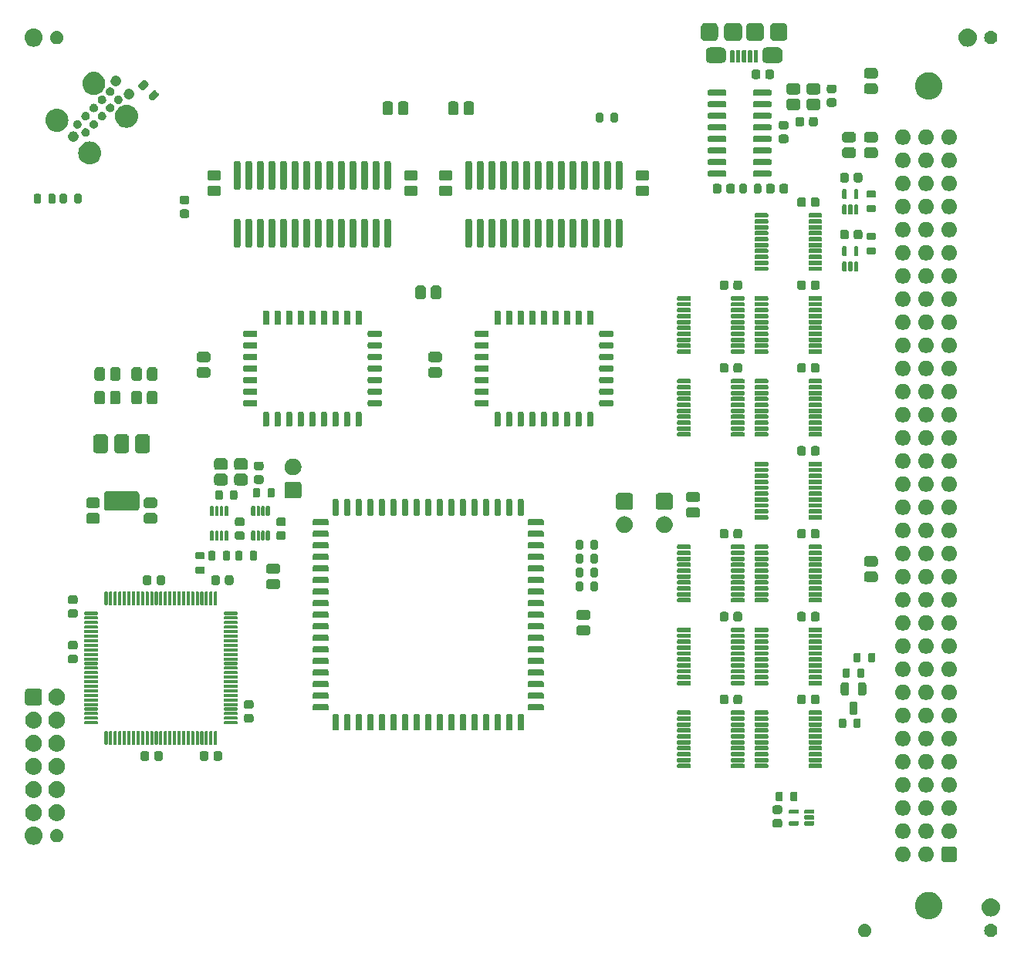
<source format=gts>
G04 #@! TF.GenerationSoftware,KiCad,Pcbnew,7.0.10*
G04 #@! TF.CreationDate,2024-04-24T04:09:25-04:00*
G04 #@! TF.ProjectId,WarpSE,57617270-5345-42e6-9b69-6361645f7063,1.0*
G04 #@! TF.SameCoordinates,Original*
G04 #@! TF.FileFunction,Soldermask,Top*
G04 #@! TF.FilePolarity,Negative*
%FSLAX46Y46*%
G04 Gerber Fmt 4.6, Leading zero omitted, Abs format (unit mm)*
G04 Created by KiCad (PCBNEW 7.0.10) date 2024-04-24 04:09:25*
%MOMM*%
%LPD*%
G01*
G04 APERTURE LIST*
G04 APERTURE END LIST*
G36*
X196630105Y-137216152D02*
G01*
X196783132Y-137269699D01*
X196920407Y-137355954D01*
X197035046Y-137470593D01*
X197121301Y-137607868D01*
X197174848Y-137760895D01*
X197193000Y-137922000D01*
X197174848Y-138083105D01*
X197121301Y-138236132D01*
X197035046Y-138373407D01*
X196920407Y-138488046D01*
X196783132Y-138574301D01*
X196630105Y-138627848D01*
X196469000Y-138646000D01*
X196307895Y-138627848D01*
X196154868Y-138574301D01*
X196017593Y-138488046D01*
X195902954Y-138373407D01*
X195816699Y-138236132D01*
X195763152Y-138083105D01*
X195745000Y-137922000D01*
X195763152Y-137760895D01*
X195816699Y-137607868D01*
X195902954Y-137470593D01*
X196017593Y-137355954D01*
X196154868Y-137269699D01*
X196307895Y-137216152D01*
X196469000Y-137198000D01*
X196630105Y-137216152D01*
G37*
G36*
X210473105Y-137216152D02*
G01*
X210626132Y-137269699D01*
X210763407Y-137355954D01*
X210878046Y-137470593D01*
X210964301Y-137607868D01*
X211017848Y-137760895D01*
X211036000Y-137922000D01*
X211017848Y-138083105D01*
X210964301Y-138236132D01*
X210878046Y-138373407D01*
X210763407Y-138488046D01*
X210626132Y-138574301D01*
X210473105Y-138627848D01*
X210312000Y-138646000D01*
X210150895Y-138627848D01*
X209997868Y-138574301D01*
X209860593Y-138488046D01*
X209745954Y-138373407D01*
X209659699Y-138236132D01*
X209606152Y-138083105D01*
X209588000Y-137922000D01*
X209606152Y-137760895D01*
X209659699Y-137607868D01*
X209745954Y-137470593D01*
X209860593Y-137355954D01*
X209997868Y-137269699D01*
X210150895Y-137216152D01*
X210312000Y-137198000D01*
X210473105Y-137216152D01*
G37*
G36*
X203562656Y-133673927D02*
G01*
X203623968Y-133673927D01*
X203678694Y-133683059D01*
X203734803Y-133687475D01*
X203802379Y-133703698D01*
X203868523Y-133714736D01*
X203915433Y-133730840D01*
X203963841Y-133742462D01*
X204034305Y-133771649D01*
X204103025Y-133795241D01*
X204141408Y-133816013D01*
X204181438Y-133832594D01*
X204252390Y-133876073D01*
X204321079Y-133913246D01*
X204350800Y-133936379D01*
X204382269Y-133955663D01*
X204451028Y-134014390D01*
X204516735Y-134065531D01*
X204538171Y-134088817D01*
X204561369Y-134108630D01*
X204625075Y-134183219D01*
X204684658Y-134247944D01*
X204698660Y-134269376D01*
X204714336Y-134287730D01*
X204770042Y-134378634D01*
X204820266Y-134455508D01*
X204828113Y-134473399D01*
X204837405Y-134488561D01*
X204882182Y-134596662D01*
X204919861Y-134682561D01*
X204923161Y-134695595D01*
X204927537Y-134706158D01*
X204958565Y-134835400D01*
X204980726Y-134922911D01*
X204981332Y-134930234D01*
X204982524Y-134935196D01*
X204997277Y-135122657D01*
X205001200Y-135170000D01*
X204997276Y-135217346D01*
X204982524Y-135404803D01*
X204981332Y-135409764D01*
X204980726Y-135417089D01*
X204958560Y-135504617D01*
X204927537Y-135633841D01*
X204923162Y-135644402D01*
X204919861Y-135657439D01*
X204882174Y-135743354D01*
X204837405Y-135851438D01*
X204828115Y-135866597D01*
X204820266Y-135884492D01*
X204770032Y-135961380D01*
X204714336Y-136052269D01*
X204698663Y-136070619D01*
X204684658Y-136092056D01*
X204625063Y-136156792D01*
X204561369Y-136231369D01*
X204538176Y-136251177D01*
X204516735Y-136274469D01*
X204451015Y-136325620D01*
X204382269Y-136384336D01*
X204350806Y-136403616D01*
X204321079Y-136426754D01*
X204252376Y-136463933D01*
X204181438Y-136507405D01*
X204141416Y-136523982D01*
X204103025Y-136544759D01*
X204034291Y-136568355D01*
X203963841Y-136597537D01*
X203915442Y-136609156D01*
X203868523Y-136625264D01*
X203802365Y-136636303D01*
X203734803Y-136652524D01*
X203678706Y-136656938D01*
X203623968Y-136666073D01*
X203562643Y-136666073D01*
X203500000Y-136671003D01*
X203437357Y-136666073D01*
X203376032Y-136666073D01*
X203321294Y-136656938D01*
X203265196Y-136652524D01*
X203197631Y-136636303D01*
X203131477Y-136625264D01*
X203084559Y-136609157D01*
X203036158Y-136597537D01*
X202965702Y-136568353D01*
X202896975Y-136544759D01*
X202858586Y-136523984D01*
X202818561Y-136507405D01*
X202747614Y-136463929D01*
X202678921Y-136426754D01*
X202649197Y-136403619D01*
X202617730Y-136384336D01*
X202548972Y-136325611D01*
X202483265Y-136274469D01*
X202461827Y-136251181D01*
X202438630Y-136231369D01*
X202374922Y-136156777D01*
X202315342Y-136092056D01*
X202301339Y-136070624D01*
X202285663Y-136052269D01*
X202229951Y-135961355D01*
X202179734Y-135884492D01*
X202171887Y-135866603D01*
X202162594Y-135851438D01*
X202117807Y-135743313D01*
X202080139Y-135657439D01*
X202076839Y-135644408D01*
X202072462Y-135633841D01*
X202041420Y-135504541D01*
X202019274Y-135417089D01*
X202018667Y-135409770D01*
X202017475Y-135404803D01*
X202002703Y-135217106D01*
X201998800Y-135170000D01*
X202002702Y-135122897D01*
X202017475Y-134935196D01*
X202018667Y-134930228D01*
X202019274Y-134922911D01*
X202041415Y-134835476D01*
X202072462Y-134706158D01*
X202076839Y-134695588D01*
X202080139Y-134682561D01*
X202117799Y-134596702D01*
X202162594Y-134488561D01*
X202171888Y-134473393D01*
X202179734Y-134455508D01*
X202229941Y-134378659D01*
X202285663Y-134287730D01*
X202301342Y-134269371D01*
X202315342Y-134247944D01*
X202374910Y-134183235D01*
X202438630Y-134108630D01*
X202461831Y-134088813D01*
X202483265Y-134065531D01*
X202548959Y-134014398D01*
X202617730Y-133955663D01*
X202649203Y-133936376D01*
X202678921Y-133913246D01*
X202747600Y-133876078D01*
X202818561Y-133832594D01*
X202858594Y-133816011D01*
X202896975Y-133795241D01*
X202965688Y-133771651D01*
X203036158Y-133742462D01*
X203084569Y-133730839D01*
X203131477Y-133714736D01*
X203197617Y-133703699D01*
X203265196Y-133687475D01*
X203321305Y-133683059D01*
X203376032Y-133673927D01*
X203437344Y-133673927D01*
X203500000Y-133668996D01*
X203562656Y-133673927D01*
G37*
G36*
X210507090Y-134401215D02*
G01*
X210694683Y-134458120D01*
X210867570Y-134550530D01*
X211019107Y-134674893D01*
X211143470Y-134826430D01*
X211235880Y-134999317D01*
X211292785Y-135186910D01*
X211312000Y-135382000D01*
X211292785Y-135577090D01*
X211235880Y-135764683D01*
X211143470Y-135937570D01*
X211019107Y-136089107D01*
X210867570Y-136213470D01*
X210694683Y-136305880D01*
X210507090Y-136362785D01*
X210312000Y-136382000D01*
X210116910Y-136362785D01*
X209929317Y-136305880D01*
X209756430Y-136213470D01*
X209604893Y-136089107D01*
X209480530Y-135937570D01*
X209388120Y-135764683D01*
X209331215Y-135577090D01*
X209312000Y-135382000D01*
X209331215Y-135186910D01*
X209388120Y-134999317D01*
X209480530Y-134826430D01*
X209604893Y-134674893D01*
X209756430Y-134550530D01*
X209929317Y-134458120D01*
X210116910Y-134401215D01*
X210312000Y-134382000D01*
X210507090Y-134401215D01*
G37*
G36*
X206349428Y-128699915D02*
G01*
X206359325Y-128704530D01*
X206365556Y-128705517D01*
X206409942Y-128728133D01*
X206452101Y-128747792D01*
X206455816Y-128751507D01*
X206456269Y-128751738D01*
X206528261Y-128823730D01*
X206528491Y-128824182D01*
X206532208Y-128827899D01*
X206551872Y-128870068D01*
X206574482Y-128914443D01*
X206575468Y-128920672D01*
X206580085Y-128930572D01*
X206591199Y-129015000D01*
X206591199Y-129019987D01*
X206591200Y-129019994D01*
X206591200Y-129716902D01*
X206591200Y-130065001D01*
X206580085Y-130149428D01*
X206575468Y-130159328D01*
X206574482Y-130165556D01*
X206551877Y-130209919D01*
X206532208Y-130252101D01*
X206528490Y-130255818D01*
X206528261Y-130256269D01*
X206456269Y-130328261D01*
X206455818Y-130328490D01*
X206452101Y-130332208D01*
X206409919Y-130351877D01*
X206365556Y-130374482D01*
X206359328Y-130375468D01*
X206349428Y-130380085D01*
X206265000Y-130391199D01*
X206260011Y-130391199D01*
X206260005Y-130391200D01*
X205219995Y-130391200D01*
X205219994Y-130391199D01*
X205214999Y-130391200D01*
X205130572Y-130380085D01*
X205120672Y-130375468D01*
X205114443Y-130374482D01*
X205070068Y-130351872D01*
X205027899Y-130332208D01*
X205024182Y-130328491D01*
X205023730Y-130328261D01*
X204951738Y-130256269D01*
X204951507Y-130255816D01*
X204947792Y-130252101D01*
X204928133Y-130209942D01*
X204905517Y-130165556D01*
X204904530Y-130159325D01*
X204899915Y-130149428D01*
X204888801Y-130065000D01*
X204888800Y-130060011D01*
X204888800Y-130060005D01*
X204888800Y-129019994D01*
X204888800Y-129019993D01*
X204888800Y-129014999D01*
X204899915Y-128930572D01*
X204904529Y-128920675D01*
X204905517Y-128914443D01*
X204928138Y-128870045D01*
X204947792Y-128827899D01*
X204951506Y-128824184D01*
X204951738Y-128823730D01*
X205023730Y-128751738D01*
X205024184Y-128751506D01*
X205027899Y-128747792D01*
X205070045Y-128728138D01*
X205114443Y-128705517D01*
X205120675Y-128704529D01*
X205130572Y-128699915D01*
X205215000Y-128688801D01*
X205219988Y-128688800D01*
X205219995Y-128688800D01*
X206260005Y-128688800D01*
X206265001Y-128688800D01*
X206349428Y-128699915D01*
G37*
G36*
X200923035Y-128730461D02*
G01*
X201085600Y-128802839D01*
X201229564Y-128907435D01*
X201348635Y-129039677D01*
X201437610Y-129193786D01*
X201492599Y-129363026D01*
X201511200Y-129540000D01*
X201492599Y-129716974D01*
X201437610Y-129886214D01*
X201348635Y-130040323D01*
X201229564Y-130172565D01*
X201085600Y-130277161D01*
X200923035Y-130349539D01*
X200748975Y-130386537D01*
X200571025Y-130386537D01*
X200396965Y-130349539D01*
X200234400Y-130277161D01*
X200090436Y-130172565D01*
X199971365Y-130040323D01*
X199882390Y-129886214D01*
X199827401Y-129716974D01*
X199808800Y-129540000D01*
X199827401Y-129363026D01*
X199882390Y-129193786D01*
X199971365Y-129039677D01*
X200090436Y-128907435D01*
X200234400Y-128802839D01*
X200396965Y-128730461D01*
X200571025Y-128693463D01*
X200748975Y-128693463D01*
X200923035Y-128730461D01*
G37*
G36*
X203463035Y-128730461D02*
G01*
X203625600Y-128802839D01*
X203769564Y-128907435D01*
X203888635Y-129039677D01*
X203977610Y-129193786D01*
X204032599Y-129363026D01*
X204051200Y-129540000D01*
X204032599Y-129716974D01*
X203977610Y-129886214D01*
X203888635Y-130040323D01*
X203769564Y-130172565D01*
X203625600Y-130277161D01*
X203463035Y-130349539D01*
X203288975Y-130386537D01*
X203111025Y-130386537D01*
X202936965Y-130349539D01*
X202774400Y-130277161D01*
X202630436Y-130172565D01*
X202511365Y-130040323D01*
X202422390Y-129886214D01*
X202367401Y-129716974D01*
X202348800Y-129540000D01*
X202367401Y-129363026D01*
X202422390Y-129193786D01*
X202511365Y-129039677D01*
X202630436Y-128907435D01*
X202774400Y-128802839D01*
X202936965Y-128730461D01*
X203111025Y-128693463D01*
X203288975Y-128693463D01*
X203463035Y-128730461D01*
G37*
G36*
X105478090Y-126527215D02*
G01*
X105665683Y-126584120D01*
X105838570Y-126676530D01*
X105990107Y-126800893D01*
X106114470Y-126952430D01*
X106206880Y-127125317D01*
X106263785Y-127312910D01*
X106283000Y-127508000D01*
X106263785Y-127703090D01*
X106206880Y-127890683D01*
X106114470Y-128063570D01*
X105990107Y-128215107D01*
X105838570Y-128339470D01*
X105665683Y-128431880D01*
X105478090Y-128488785D01*
X105283000Y-128508000D01*
X105087910Y-128488785D01*
X104900317Y-128431880D01*
X104727430Y-128339470D01*
X104575893Y-128215107D01*
X104451530Y-128063570D01*
X104359120Y-127890683D01*
X104302215Y-127703090D01*
X104283000Y-127508000D01*
X104302215Y-127312910D01*
X104359120Y-127125317D01*
X104451530Y-126952430D01*
X104575893Y-126800893D01*
X104727430Y-126676530D01*
X104900317Y-126584120D01*
X105087910Y-126527215D01*
X105283000Y-126508000D01*
X105478090Y-126527215D01*
G37*
G36*
X107984105Y-126802152D02*
G01*
X108137132Y-126855699D01*
X108274407Y-126941954D01*
X108389046Y-127056593D01*
X108475301Y-127193868D01*
X108528848Y-127346895D01*
X108547000Y-127508000D01*
X108528848Y-127669105D01*
X108475301Y-127822132D01*
X108389046Y-127959407D01*
X108274407Y-128074046D01*
X108137132Y-128160301D01*
X107984105Y-128213848D01*
X107823000Y-128232000D01*
X107661895Y-128213848D01*
X107508868Y-128160301D01*
X107371593Y-128074046D01*
X107256954Y-127959407D01*
X107170699Y-127822132D01*
X107117152Y-127669105D01*
X107099000Y-127508000D01*
X107117152Y-127346895D01*
X107170699Y-127193868D01*
X107256954Y-127056593D01*
X107371593Y-126941954D01*
X107508868Y-126855699D01*
X107661895Y-126802152D01*
X107823000Y-126784000D01*
X107984105Y-126802152D01*
G37*
G36*
X200923035Y-126190461D02*
G01*
X201085600Y-126262839D01*
X201229564Y-126367435D01*
X201348635Y-126499677D01*
X201437610Y-126653786D01*
X201492599Y-126823026D01*
X201511200Y-127000000D01*
X201492599Y-127176974D01*
X201437610Y-127346214D01*
X201348635Y-127500323D01*
X201229564Y-127632565D01*
X201085600Y-127737161D01*
X200923035Y-127809539D01*
X200748975Y-127846537D01*
X200571025Y-127846537D01*
X200396965Y-127809539D01*
X200234400Y-127737161D01*
X200090436Y-127632565D01*
X199971365Y-127500323D01*
X199882390Y-127346214D01*
X199827401Y-127176974D01*
X199808800Y-127000000D01*
X199827401Y-126823026D01*
X199882390Y-126653786D01*
X199971365Y-126499677D01*
X200090436Y-126367435D01*
X200234400Y-126262839D01*
X200396965Y-126190461D01*
X200571025Y-126153463D01*
X200748975Y-126153463D01*
X200923035Y-126190461D01*
G37*
G36*
X203463035Y-126190461D02*
G01*
X203625600Y-126262839D01*
X203769564Y-126367435D01*
X203888635Y-126499677D01*
X203977610Y-126653786D01*
X204032599Y-126823026D01*
X204051200Y-127000000D01*
X204032599Y-127176974D01*
X203977610Y-127346214D01*
X203888635Y-127500323D01*
X203769564Y-127632565D01*
X203625600Y-127737161D01*
X203463035Y-127809539D01*
X203288975Y-127846537D01*
X203111025Y-127846537D01*
X202936965Y-127809539D01*
X202774400Y-127737161D01*
X202630436Y-127632565D01*
X202511365Y-127500323D01*
X202422390Y-127346214D01*
X202367401Y-127176974D01*
X202348800Y-127000000D01*
X202367401Y-126823026D01*
X202422390Y-126653786D01*
X202511365Y-126499677D01*
X202630436Y-126367435D01*
X202774400Y-126262839D01*
X202936965Y-126190461D01*
X203111025Y-126153463D01*
X203288975Y-126153463D01*
X203463035Y-126190461D01*
G37*
G36*
X206003035Y-126190461D02*
G01*
X206165600Y-126262839D01*
X206309564Y-126367435D01*
X206428635Y-126499677D01*
X206517610Y-126653786D01*
X206572599Y-126823026D01*
X206591200Y-127000000D01*
X206572599Y-127176974D01*
X206517610Y-127346214D01*
X206428635Y-127500323D01*
X206309564Y-127632565D01*
X206165600Y-127737161D01*
X206003035Y-127809539D01*
X205828975Y-127846537D01*
X205651025Y-127846537D01*
X205476965Y-127809539D01*
X205314400Y-127737161D01*
X205170436Y-127632565D01*
X205051365Y-127500323D01*
X204962390Y-127346214D01*
X204907401Y-127176974D01*
X204888800Y-127000000D01*
X204907401Y-126823026D01*
X204962390Y-126653786D01*
X205051365Y-126499677D01*
X205170436Y-126367435D01*
X205314400Y-126262839D01*
X205476965Y-126190461D01*
X205651025Y-126153463D01*
X205828975Y-126153463D01*
X206003035Y-126190461D01*
G37*
G36*
X187170648Y-125676620D02*
G01*
X187228896Y-125684289D01*
X187243549Y-125691122D01*
X187262954Y-125694982D01*
X187288657Y-125712156D01*
X187312500Y-125723274D01*
X187327003Y-125737777D01*
X187348116Y-125751884D01*
X187362222Y-125772996D01*
X187376725Y-125787499D01*
X187387842Y-125811339D01*
X187405018Y-125837046D01*
X187408878Y-125856452D01*
X187415710Y-125871103D01*
X187423376Y-125929338D01*
X187425000Y-125937500D01*
X187425000Y-126362500D01*
X187423376Y-126370663D01*
X187415710Y-126428896D01*
X187408878Y-126443546D01*
X187405018Y-126462954D01*
X187387840Y-126488662D01*
X187376725Y-126512500D01*
X187362224Y-126527000D01*
X187348116Y-126548116D01*
X187327000Y-126562224D01*
X187312500Y-126576725D01*
X187288662Y-126587840D01*
X187262954Y-126605018D01*
X187243546Y-126608878D01*
X187228896Y-126615710D01*
X187170663Y-126623376D01*
X187162500Y-126625000D01*
X186637500Y-126625000D01*
X186629338Y-126623376D01*
X186571103Y-126615710D01*
X186556452Y-126608878D01*
X186537046Y-126605018D01*
X186511339Y-126587842D01*
X186487499Y-126576725D01*
X186472996Y-126562222D01*
X186451884Y-126548116D01*
X186437777Y-126527003D01*
X186423274Y-126512500D01*
X186412156Y-126488657D01*
X186394982Y-126462954D01*
X186391122Y-126443549D01*
X186384289Y-126428896D01*
X186376620Y-126370648D01*
X186375000Y-126362500D01*
X186375000Y-125937500D01*
X186376620Y-125929353D01*
X186384289Y-125871103D01*
X186391122Y-125856448D01*
X186394982Y-125837046D01*
X186412154Y-125811344D01*
X186423274Y-125787499D01*
X186437779Y-125772993D01*
X186451884Y-125751884D01*
X186472993Y-125737779D01*
X186487499Y-125723274D01*
X186511344Y-125712154D01*
X186537046Y-125694982D01*
X186556448Y-125691122D01*
X186571103Y-125684289D01*
X186629353Y-125676620D01*
X186637500Y-125675000D01*
X187162500Y-125675000D01*
X187170648Y-125676620D01*
G37*
G36*
X189153576Y-125920657D02*
G01*
X189198995Y-125951005D01*
X189229343Y-125996424D01*
X189240000Y-126050000D01*
X189240000Y-126250000D01*
X189229343Y-126303576D01*
X189198995Y-126348995D01*
X189153576Y-126379343D01*
X189100000Y-126390000D01*
X188300000Y-126390000D01*
X188246424Y-126379343D01*
X188201005Y-126348995D01*
X188170657Y-126303576D01*
X188160000Y-126250000D01*
X188160000Y-126050000D01*
X188170657Y-125996424D01*
X188201005Y-125951005D01*
X188246424Y-125920657D01*
X188300000Y-125910000D01*
X189100000Y-125910000D01*
X189153576Y-125920657D01*
G37*
G36*
X190853576Y-125920657D02*
G01*
X190898995Y-125951005D01*
X190929343Y-125996424D01*
X190940000Y-126050000D01*
X190940000Y-126250000D01*
X190929343Y-126303576D01*
X190898995Y-126348995D01*
X190853576Y-126379343D01*
X190800000Y-126390000D01*
X190000000Y-126390000D01*
X189946424Y-126379343D01*
X189901005Y-126348995D01*
X189870657Y-126303576D01*
X189860000Y-126250000D01*
X189860000Y-126050000D01*
X189870657Y-125996424D01*
X189901005Y-125951005D01*
X189946424Y-125920657D01*
X190000000Y-125910000D01*
X190800000Y-125910000D01*
X190853576Y-125920657D01*
G37*
G36*
X105331402Y-124046874D02*
G01*
X105379814Y-124046874D01*
X105421615Y-124055759D01*
X105463630Y-124059897D01*
X105516411Y-124075908D01*
X105569212Y-124087131D01*
X105603000Y-124102174D01*
X105637325Y-124112587D01*
X105691873Y-124141743D01*
X105746100Y-124165887D01*
X105771310Y-124184203D01*
X105797399Y-124198148D01*
X105850618Y-124241823D01*
X105902749Y-124279699D01*
X105919674Y-124298497D01*
X105937705Y-124313294D01*
X105986154Y-124372330D01*
X106032312Y-124423593D01*
X106042009Y-124440389D01*
X106052851Y-124453600D01*
X106092961Y-124528642D01*
X106129126Y-124591281D01*
X106133285Y-124604083D01*
X106138412Y-124613674D01*
X106166680Y-124706862D01*
X106188960Y-124775432D01*
X106189744Y-124782892D01*
X106191102Y-124787369D01*
X106204308Y-124921457D01*
X106209200Y-124968000D01*
X106204307Y-125014546D01*
X106191102Y-125148630D01*
X106189744Y-125153105D01*
X106188960Y-125160568D01*
X106166675Y-125229151D01*
X106138412Y-125322325D01*
X106133286Y-125331914D01*
X106129126Y-125344719D01*
X106092954Y-125407370D01*
X106052851Y-125482399D01*
X106042011Y-125495607D01*
X106032312Y-125512407D01*
X105986145Y-125563679D01*
X105937705Y-125622705D01*
X105919678Y-125637499D01*
X105902749Y-125656301D01*
X105850607Y-125694183D01*
X105797399Y-125737851D01*
X105771315Y-125751792D01*
X105746100Y-125770113D01*
X105691862Y-125794261D01*
X105637325Y-125823412D01*
X105603007Y-125833822D01*
X105569212Y-125848869D01*
X105516400Y-125860094D01*
X105463630Y-125876102D01*
X105421624Y-125880239D01*
X105379814Y-125889126D01*
X105331391Y-125889126D01*
X105283000Y-125893892D01*
X105234608Y-125889126D01*
X105186186Y-125889126D01*
X105144376Y-125880239D01*
X105102369Y-125876102D01*
X105049596Y-125860093D01*
X104996788Y-125848869D01*
X104962994Y-125833822D01*
X104928674Y-125823412D01*
X104874131Y-125794258D01*
X104819900Y-125770113D01*
X104794687Y-125751794D01*
X104768600Y-125737851D01*
X104715383Y-125694177D01*
X104663251Y-125656301D01*
X104646324Y-125637502D01*
X104628294Y-125622705D01*
X104579843Y-125563667D01*
X104533688Y-125512407D01*
X104523991Y-125495611D01*
X104513148Y-125482399D01*
X104473032Y-125407347D01*
X104436874Y-125344719D01*
X104432714Y-125331918D01*
X104427587Y-125322325D01*
X104399308Y-125229105D01*
X104377040Y-125160568D01*
X104376256Y-125153110D01*
X104374897Y-125148630D01*
X104361676Y-125014394D01*
X104356800Y-124968000D01*
X104361675Y-124921608D01*
X104374897Y-124787369D01*
X104376256Y-124782887D01*
X104377040Y-124775432D01*
X104399304Y-124706908D01*
X104427587Y-124613674D01*
X104432715Y-124604078D01*
X104436874Y-124591281D01*
X104473024Y-124528665D01*
X104513148Y-124453600D01*
X104523993Y-124440385D01*
X104533688Y-124423593D01*
X104579833Y-124372342D01*
X104628294Y-124313294D01*
X104646327Y-124298494D01*
X104663251Y-124279699D01*
X104715373Y-124241830D01*
X104768600Y-124198148D01*
X104794692Y-124184201D01*
X104819900Y-124165887D01*
X104874120Y-124141746D01*
X104928674Y-124112587D01*
X104963001Y-124102173D01*
X104996788Y-124087131D01*
X105049585Y-124075908D01*
X105102369Y-124059897D01*
X105144384Y-124055758D01*
X105186186Y-124046874D01*
X105234598Y-124046874D01*
X105283000Y-124042107D01*
X105331402Y-124046874D01*
G37*
G36*
X107871402Y-124046874D02*
G01*
X107919814Y-124046874D01*
X107961615Y-124055759D01*
X108003630Y-124059897D01*
X108056411Y-124075908D01*
X108109212Y-124087131D01*
X108143000Y-124102174D01*
X108177325Y-124112587D01*
X108231873Y-124141743D01*
X108286100Y-124165887D01*
X108311310Y-124184203D01*
X108337399Y-124198148D01*
X108390618Y-124241823D01*
X108442749Y-124279699D01*
X108459674Y-124298497D01*
X108477705Y-124313294D01*
X108526154Y-124372330D01*
X108572312Y-124423593D01*
X108582009Y-124440389D01*
X108592851Y-124453600D01*
X108632961Y-124528642D01*
X108669126Y-124591281D01*
X108673285Y-124604083D01*
X108678412Y-124613674D01*
X108706680Y-124706862D01*
X108728960Y-124775432D01*
X108729744Y-124782892D01*
X108731102Y-124787369D01*
X108744308Y-124921457D01*
X108749200Y-124968000D01*
X108744307Y-125014546D01*
X108731102Y-125148630D01*
X108729744Y-125153105D01*
X108728960Y-125160568D01*
X108706675Y-125229151D01*
X108678412Y-125322325D01*
X108673286Y-125331914D01*
X108669126Y-125344719D01*
X108632954Y-125407370D01*
X108592851Y-125482399D01*
X108582011Y-125495607D01*
X108572312Y-125512407D01*
X108526145Y-125563679D01*
X108477705Y-125622705D01*
X108459678Y-125637499D01*
X108442749Y-125656301D01*
X108390607Y-125694183D01*
X108337399Y-125737851D01*
X108311315Y-125751792D01*
X108286100Y-125770113D01*
X108231862Y-125794261D01*
X108177325Y-125823412D01*
X108143007Y-125833822D01*
X108109212Y-125848869D01*
X108056400Y-125860094D01*
X108003630Y-125876102D01*
X107961624Y-125880239D01*
X107919814Y-125889126D01*
X107871391Y-125889126D01*
X107823000Y-125893892D01*
X107774608Y-125889126D01*
X107726186Y-125889126D01*
X107684376Y-125880239D01*
X107642369Y-125876102D01*
X107589596Y-125860093D01*
X107536788Y-125848869D01*
X107502994Y-125833822D01*
X107468674Y-125823412D01*
X107414131Y-125794258D01*
X107359900Y-125770113D01*
X107334687Y-125751794D01*
X107308600Y-125737851D01*
X107255383Y-125694177D01*
X107203251Y-125656301D01*
X107186324Y-125637502D01*
X107168294Y-125622705D01*
X107119843Y-125563667D01*
X107073688Y-125512407D01*
X107063991Y-125495611D01*
X107053148Y-125482399D01*
X107013032Y-125407347D01*
X106976874Y-125344719D01*
X106972714Y-125331918D01*
X106967587Y-125322325D01*
X106939308Y-125229105D01*
X106917040Y-125160568D01*
X106916256Y-125153110D01*
X106914897Y-125148630D01*
X106901676Y-125014394D01*
X106896800Y-124968000D01*
X106901675Y-124921608D01*
X106914897Y-124787369D01*
X106916256Y-124782887D01*
X106917040Y-124775432D01*
X106939304Y-124706908D01*
X106967587Y-124613674D01*
X106972715Y-124604078D01*
X106976874Y-124591281D01*
X107013024Y-124528665D01*
X107053148Y-124453600D01*
X107063993Y-124440385D01*
X107073688Y-124423593D01*
X107119833Y-124372342D01*
X107168294Y-124313294D01*
X107186327Y-124298494D01*
X107203251Y-124279699D01*
X107255373Y-124241830D01*
X107308600Y-124198148D01*
X107334692Y-124184201D01*
X107359900Y-124165887D01*
X107414120Y-124141746D01*
X107468674Y-124112587D01*
X107503001Y-124102173D01*
X107536788Y-124087131D01*
X107589585Y-124075908D01*
X107642369Y-124059897D01*
X107684384Y-124055758D01*
X107726186Y-124046874D01*
X107774598Y-124046874D01*
X107823000Y-124042107D01*
X107871402Y-124046874D01*
G37*
G36*
X190853576Y-125270657D02*
G01*
X190898995Y-125301005D01*
X190929343Y-125346424D01*
X190940000Y-125400000D01*
X190940000Y-125600000D01*
X190929343Y-125653576D01*
X190898995Y-125698995D01*
X190853576Y-125729343D01*
X190800000Y-125740000D01*
X190000000Y-125740000D01*
X189946424Y-125729343D01*
X189901005Y-125698995D01*
X189870657Y-125653576D01*
X189860000Y-125600000D01*
X189860000Y-125400000D01*
X189870657Y-125346424D01*
X189901005Y-125301005D01*
X189946424Y-125270657D01*
X190000000Y-125260000D01*
X190800000Y-125260000D01*
X190853576Y-125270657D01*
G37*
G36*
X200923035Y-123650461D02*
G01*
X201085600Y-123722839D01*
X201229564Y-123827435D01*
X201348635Y-123959677D01*
X201437610Y-124113786D01*
X201492599Y-124283026D01*
X201511200Y-124460000D01*
X201492599Y-124636974D01*
X201437610Y-124806214D01*
X201348635Y-124960323D01*
X201229564Y-125092565D01*
X201085600Y-125197161D01*
X200923035Y-125269539D01*
X200748975Y-125306537D01*
X200571025Y-125306537D01*
X200396965Y-125269539D01*
X200234400Y-125197161D01*
X200090436Y-125092565D01*
X199971365Y-124960323D01*
X199882390Y-124806214D01*
X199827401Y-124636974D01*
X199808800Y-124460000D01*
X199827401Y-124283026D01*
X199882390Y-124113786D01*
X199971365Y-123959677D01*
X200090436Y-123827435D01*
X200234400Y-123722839D01*
X200396965Y-123650461D01*
X200571025Y-123613463D01*
X200748975Y-123613463D01*
X200923035Y-123650461D01*
G37*
G36*
X203463035Y-123650461D02*
G01*
X203625600Y-123722839D01*
X203769564Y-123827435D01*
X203888635Y-123959677D01*
X203977610Y-124113786D01*
X204032599Y-124283026D01*
X204051200Y-124460000D01*
X204032599Y-124636974D01*
X203977610Y-124806214D01*
X203888635Y-124960323D01*
X203769564Y-125092565D01*
X203625600Y-125197161D01*
X203463035Y-125269539D01*
X203288975Y-125306537D01*
X203111025Y-125306537D01*
X202936965Y-125269539D01*
X202774400Y-125197161D01*
X202630436Y-125092565D01*
X202511365Y-124960323D01*
X202422390Y-124806214D01*
X202367401Y-124636974D01*
X202348800Y-124460000D01*
X202367401Y-124283026D01*
X202422390Y-124113786D01*
X202511365Y-123959677D01*
X202630436Y-123827435D01*
X202774400Y-123722839D01*
X202936965Y-123650461D01*
X203111025Y-123613463D01*
X203288975Y-123613463D01*
X203463035Y-123650461D01*
G37*
G36*
X206003035Y-123650461D02*
G01*
X206165600Y-123722839D01*
X206309564Y-123827435D01*
X206428635Y-123959677D01*
X206517610Y-124113786D01*
X206572599Y-124283026D01*
X206591200Y-124460000D01*
X206572599Y-124636974D01*
X206517610Y-124806214D01*
X206428635Y-124960323D01*
X206309564Y-125092565D01*
X206165600Y-125197161D01*
X206003035Y-125269539D01*
X205828975Y-125306537D01*
X205651025Y-125306537D01*
X205476965Y-125269539D01*
X205314400Y-125197161D01*
X205170436Y-125092565D01*
X205051365Y-124960323D01*
X204962390Y-124806214D01*
X204907401Y-124636974D01*
X204888800Y-124460000D01*
X204907401Y-124283026D01*
X204962390Y-124113786D01*
X205051365Y-123959677D01*
X205170436Y-123827435D01*
X205314400Y-123722839D01*
X205476965Y-123650461D01*
X205651025Y-123613463D01*
X205828975Y-123613463D01*
X206003035Y-123650461D01*
G37*
G36*
X187170648Y-124176620D02*
G01*
X187228896Y-124184289D01*
X187243549Y-124191122D01*
X187262954Y-124194982D01*
X187288657Y-124212156D01*
X187312500Y-124223274D01*
X187327003Y-124237777D01*
X187348116Y-124251884D01*
X187362222Y-124272996D01*
X187376725Y-124287499D01*
X187387842Y-124311339D01*
X187405018Y-124337046D01*
X187408878Y-124356452D01*
X187415710Y-124371103D01*
X187423376Y-124429338D01*
X187425000Y-124437500D01*
X187425000Y-124862500D01*
X187423376Y-124870663D01*
X187415710Y-124928896D01*
X187408878Y-124943546D01*
X187405018Y-124962954D01*
X187387840Y-124988662D01*
X187376725Y-125012500D01*
X187362224Y-125027000D01*
X187348116Y-125048116D01*
X187327000Y-125062224D01*
X187312500Y-125076725D01*
X187288662Y-125087840D01*
X187262954Y-125105018D01*
X187243546Y-125108878D01*
X187228896Y-125115710D01*
X187170663Y-125123376D01*
X187162500Y-125125000D01*
X186637500Y-125125000D01*
X186629338Y-125123376D01*
X186571103Y-125115710D01*
X186556452Y-125108878D01*
X186537046Y-125105018D01*
X186511339Y-125087842D01*
X186487499Y-125076725D01*
X186472996Y-125062222D01*
X186451884Y-125048116D01*
X186437777Y-125027003D01*
X186423274Y-125012500D01*
X186412156Y-124988657D01*
X186394982Y-124962954D01*
X186391122Y-124943549D01*
X186384289Y-124928896D01*
X186376620Y-124870648D01*
X186375000Y-124862500D01*
X186375000Y-124437500D01*
X186376620Y-124429353D01*
X186384289Y-124371103D01*
X186391122Y-124356448D01*
X186394982Y-124337046D01*
X186412154Y-124311344D01*
X186423274Y-124287499D01*
X186437779Y-124272993D01*
X186451884Y-124251884D01*
X186472993Y-124237779D01*
X186487499Y-124223274D01*
X186511344Y-124212154D01*
X186537046Y-124194982D01*
X186556448Y-124191122D01*
X186571103Y-124184289D01*
X186629353Y-124176620D01*
X186637500Y-124175000D01*
X187162500Y-124175000D01*
X187170648Y-124176620D01*
G37*
G36*
X189153576Y-124620657D02*
G01*
X189198995Y-124651005D01*
X189229343Y-124696424D01*
X189240000Y-124750000D01*
X189240000Y-124950000D01*
X189229343Y-125003576D01*
X189198995Y-125048995D01*
X189153576Y-125079343D01*
X189100000Y-125090000D01*
X188300000Y-125090000D01*
X188246424Y-125079343D01*
X188201005Y-125048995D01*
X188170657Y-125003576D01*
X188160000Y-124950000D01*
X188160000Y-124750000D01*
X188170657Y-124696424D01*
X188201005Y-124651005D01*
X188246424Y-124620657D01*
X188300000Y-124610000D01*
X189100000Y-124610000D01*
X189153576Y-124620657D01*
G37*
G36*
X190853576Y-124620657D02*
G01*
X190898995Y-124651005D01*
X190929343Y-124696424D01*
X190940000Y-124750000D01*
X190940000Y-124950000D01*
X190929343Y-125003576D01*
X190898995Y-125048995D01*
X190853576Y-125079343D01*
X190800000Y-125090000D01*
X190000000Y-125090000D01*
X189946424Y-125079343D01*
X189901005Y-125048995D01*
X189870657Y-125003576D01*
X189860000Y-124950000D01*
X189860000Y-124750000D01*
X189870657Y-124696424D01*
X189901005Y-124651005D01*
X189946424Y-124620657D01*
X190000000Y-124610000D01*
X190800000Y-124610000D01*
X190853576Y-124620657D01*
G37*
G36*
X187280139Y-122676022D02*
G01*
X187324192Y-122681133D01*
X187339243Y-122687778D01*
X187361104Y-122692127D01*
X187384506Y-122707763D01*
X187401531Y-122715281D01*
X187413159Y-122726909D01*
X187434099Y-122740901D01*
X187448090Y-122761840D01*
X187459718Y-122773468D01*
X187467234Y-122790491D01*
X187482873Y-122813896D01*
X187487221Y-122835759D01*
X187493866Y-122850807D01*
X187498975Y-122894850D01*
X187500000Y-122900000D01*
X187500000Y-123500000D01*
X187498975Y-123505151D01*
X187493866Y-123549192D01*
X187487222Y-123564239D01*
X187482873Y-123586104D01*
X187467233Y-123609510D01*
X187459718Y-123626531D01*
X187448092Y-123638156D01*
X187434099Y-123659099D01*
X187413156Y-123673092D01*
X187401531Y-123684718D01*
X187384510Y-123692233D01*
X187361104Y-123707873D01*
X187339239Y-123712222D01*
X187324192Y-123718866D01*
X187280151Y-123723975D01*
X187275000Y-123725000D01*
X186925000Y-123725000D01*
X186919850Y-123723975D01*
X186875807Y-123718866D01*
X186860759Y-123712221D01*
X186838896Y-123707873D01*
X186815491Y-123692234D01*
X186798468Y-123684718D01*
X186786840Y-123673090D01*
X186765901Y-123659099D01*
X186751909Y-123638159D01*
X186740281Y-123626531D01*
X186732763Y-123609506D01*
X186717127Y-123586104D01*
X186712778Y-123564243D01*
X186706133Y-123549192D01*
X186701022Y-123505139D01*
X186700000Y-123500000D01*
X186700000Y-122900000D01*
X186701021Y-122894862D01*
X186706133Y-122850807D01*
X186712779Y-122835754D01*
X186717127Y-122813896D01*
X186732762Y-122790495D01*
X186740281Y-122773468D01*
X186751911Y-122761837D01*
X186765901Y-122740901D01*
X186786837Y-122726911D01*
X186798468Y-122715281D01*
X186815495Y-122707762D01*
X186838896Y-122692127D01*
X186860754Y-122687779D01*
X186875807Y-122681133D01*
X186919862Y-122676021D01*
X186925000Y-122675000D01*
X187275000Y-122675000D01*
X187280139Y-122676022D01*
G37*
G36*
X188880139Y-122676022D02*
G01*
X188924192Y-122681133D01*
X188939243Y-122687778D01*
X188961104Y-122692127D01*
X188984506Y-122707763D01*
X189001531Y-122715281D01*
X189013159Y-122726909D01*
X189034099Y-122740901D01*
X189048090Y-122761840D01*
X189059718Y-122773468D01*
X189067234Y-122790491D01*
X189082873Y-122813896D01*
X189087221Y-122835759D01*
X189093866Y-122850807D01*
X189098975Y-122894850D01*
X189100000Y-122900000D01*
X189100000Y-123500000D01*
X189098975Y-123505151D01*
X189093866Y-123549192D01*
X189087222Y-123564239D01*
X189082873Y-123586104D01*
X189067233Y-123609510D01*
X189059718Y-123626531D01*
X189048092Y-123638156D01*
X189034099Y-123659099D01*
X189013156Y-123673092D01*
X189001531Y-123684718D01*
X188984510Y-123692233D01*
X188961104Y-123707873D01*
X188939239Y-123712222D01*
X188924192Y-123718866D01*
X188880151Y-123723975D01*
X188875000Y-123725000D01*
X188525000Y-123725000D01*
X188519850Y-123723975D01*
X188475807Y-123718866D01*
X188460759Y-123712221D01*
X188438896Y-123707873D01*
X188415491Y-123692234D01*
X188398468Y-123684718D01*
X188386840Y-123673090D01*
X188365901Y-123659099D01*
X188351909Y-123638159D01*
X188340281Y-123626531D01*
X188332763Y-123609506D01*
X188317127Y-123586104D01*
X188312778Y-123564243D01*
X188306133Y-123549192D01*
X188301022Y-123505139D01*
X188300000Y-123500000D01*
X188300000Y-122900000D01*
X188301021Y-122894862D01*
X188306133Y-122850807D01*
X188312779Y-122835754D01*
X188317127Y-122813896D01*
X188332762Y-122790495D01*
X188340281Y-122773468D01*
X188351911Y-122761837D01*
X188365901Y-122740901D01*
X188386837Y-122726911D01*
X188398468Y-122715281D01*
X188415495Y-122707762D01*
X188438896Y-122692127D01*
X188460754Y-122687779D01*
X188475807Y-122681133D01*
X188519862Y-122676021D01*
X188525000Y-122675000D01*
X188875000Y-122675000D01*
X188880139Y-122676022D01*
G37*
G36*
X105331402Y-121506874D02*
G01*
X105379814Y-121506874D01*
X105421615Y-121515759D01*
X105463630Y-121519897D01*
X105516411Y-121535908D01*
X105569212Y-121547131D01*
X105603000Y-121562174D01*
X105637325Y-121572587D01*
X105691873Y-121601743D01*
X105746100Y-121625887D01*
X105771310Y-121644203D01*
X105797399Y-121658148D01*
X105850618Y-121701823D01*
X105902749Y-121739699D01*
X105919674Y-121758497D01*
X105937705Y-121773294D01*
X105986154Y-121832330D01*
X106032312Y-121883593D01*
X106042009Y-121900389D01*
X106052851Y-121913600D01*
X106092961Y-121988642D01*
X106129126Y-122051281D01*
X106133285Y-122064083D01*
X106138412Y-122073674D01*
X106166680Y-122166862D01*
X106188960Y-122235432D01*
X106189744Y-122242892D01*
X106191102Y-122247369D01*
X106204308Y-122381457D01*
X106209200Y-122428000D01*
X106204307Y-122474546D01*
X106191102Y-122608630D01*
X106189744Y-122613105D01*
X106188960Y-122620568D01*
X106166675Y-122689151D01*
X106138412Y-122782325D01*
X106133286Y-122791914D01*
X106129126Y-122804719D01*
X106092954Y-122867370D01*
X106052851Y-122942399D01*
X106042011Y-122955607D01*
X106032312Y-122972407D01*
X105986145Y-123023679D01*
X105937705Y-123082705D01*
X105919678Y-123097499D01*
X105902749Y-123116301D01*
X105850607Y-123154183D01*
X105797399Y-123197851D01*
X105771315Y-123211792D01*
X105746100Y-123230113D01*
X105691862Y-123254261D01*
X105637325Y-123283412D01*
X105603007Y-123293822D01*
X105569212Y-123308869D01*
X105516400Y-123320094D01*
X105463630Y-123336102D01*
X105421624Y-123340239D01*
X105379814Y-123349126D01*
X105331391Y-123349126D01*
X105283000Y-123353892D01*
X105234608Y-123349126D01*
X105186186Y-123349126D01*
X105144376Y-123340239D01*
X105102369Y-123336102D01*
X105049596Y-123320093D01*
X104996788Y-123308869D01*
X104962994Y-123293822D01*
X104928674Y-123283412D01*
X104874131Y-123254258D01*
X104819900Y-123230113D01*
X104794687Y-123211794D01*
X104768600Y-123197851D01*
X104715383Y-123154177D01*
X104663251Y-123116301D01*
X104646324Y-123097502D01*
X104628294Y-123082705D01*
X104579843Y-123023667D01*
X104533688Y-122972407D01*
X104523991Y-122955611D01*
X104513148Y-122942399D01*
X104473032Y-122867347D01*
X104436874Y-122804719D01*
X104432714Y-122791918D01*
X104427587Y-122782325D01*
X104399308Y-122689105D01*
X104377040Y-122620568D01*
X104376256Y-122613110D01*
X104374897Y-122608630D01*
X104361676Y-122474394D01*
X104356800Y-122428000D01*
X104361675Y-122381608D01*
X104374897Y-122247369D01*
X104376256Y-122242887D01*
X104377040Y-122235432D01*
X104399304Y-122166908D01*
X104427587Y-122073674D01*
X104432715Y-122064078D01*
X104436874Y-122051281D01*
X104473024Y-121988665D01*
X104513148Y-121913600D01*
X104523993Y-121900385D01*
X104533688Y-121883593D01*
X104579833Y-121832342D01*
X104628294Y-121773294D01*
X104646327Y-121758494D01*
X104663251Y-121739699D01*
X104715373Y-121701830D01*
X104768600Y-121658148D01*
X104794692Y-121644201D01*
X104819900Y-121625887D01*
X104874120Y-121601746D01*
X104928674Y-121572587D01*
X104963001Y-121562173D01*
X104996788Y-121547131D01*
X105049585Y-121535908D01*
X105102369Y-121519897D01*
X105144384Y-121515758D01*
X105186186Y-121506874D01*
X105234598Y-121506874D01*
X105283000Y-121502107D01*
X105331402Y-121506874D01*
G37*
G36*
X107871402Y-121506874D02*
G01*
X107919814Y-121506874D01*
X107961615Y-121515759D01*
X108003630Y-121519897D01*
X108056411Y-121535908D01*
X108109212Y-121547131D01*
X108143000Y-121562174D01*
X108177325Y-121572587D01*
X108231873Y-121601743D01*
X108286100Y-121625887D01*
X108311310Y-121644203D01*
X108337399Y-121658148D01*
X108390618Y-121701823D01*
X108442749Y-121739699D01*
X108459674Y-121758497D01*
X108477705Y-121773294D01*
X108526154Y-121832330D01*
X108572312Y-121883593D01*
X108582009Y-121900389D01*
X108592851Y-121913600D01*
X108632961Y-121988642D01*
X108669126Y-122051281D01*
X108673285Y-122064083D01*
X108678412Y-122073674D01*
X108706680Y-122166862D01*
X108728960Y-122235432D01*
X108729744Y-122242892D01*
X108731102Y-122247369D01*
X108744308Y-122381457D01*
X108749200Y-122428000D01*
X108744307Y-122474546D01*
X108731102Y-122608630D01*
X108729744Y-122613105D01*
X108728960Y-122620568D01*
X108706675Y-122689151D01*
X108678412Y-122782325D01*
X108673286Y-122791914D01*
X108669126Y-122804719D01*
X108632954Y-122867370D01*
X108592851Y-122942399D01*
X108582011Y-122955607D01*
X108572312Y-122972407D01*
X108526145Y-123023679D01*
X108477705Y-123082705D01*
X108459678Y-123097499D01*
X108442749Y-123116301D01*
X108390607Y-123154183D01*
X108337399Y-123197851D01*
X108311315Y-123211792D01*
X108286100Y-123230113D01*
X108231862Y-123254261D01*
X108177325Y-123283412D01*
X108143007Y-123293822D01*
X108109212Y-123308869D01*
X108056400Y-123320094D01*
X108003630Y-123336102D01*
X107961624Y-123340239D01*
X107919814Y-123349126D01*
X107871391Y-123349126D01*
X107823000Y-123353892D01*
X107774608Y-123349126D01*
X107726186Y-123349126D01*
X107684376Y-123340239D01*
X107642369Y-123336102D01*
X107589596Y-123320093D01*
X107536788Y-123308869D01*
X107502994Y-123293822D01*
X107468674Y-123283412D01*
X107414131Y-123254258D01*
X107359900Y-123230113D01*
X107334687Y-123211794D01*
X107308600Y-123197851D01*
X107255383Y-123154177D01*
X107203251Y-123116301D01*
X107186324Y-123097502D01*
X107168294Y-123082705D01*
X107119843Y-123023667D01*
X107073688Y-122972407D01*
X107063991Y-122955611D01*
X107053148Y-122942399D01*
X107013032Y-122867347D01*
X106976874Y-122804719D01*
X106972714Y-122791918D01*
X106967587Y-122782325D01*
X106939308Y-122689105D01*
X106917040Y-122620568D01*
X106916256Y-122613110D01*
X106914897Y-122608630D01*
X106901676Y-122474394D01*
X106896800Y-122428000D01*
X106901675Y-122381608D01*
X106914897Y-122247369D01*
X106916256Y-122242887D01*
X106917040Y-122235432D01*
X106939304Y-122166908D01*
X106967587Y-122073674D01*
X106972715Y-122064078D01*
X106976874Y-122051281D01*
X107013024Y-121988665D01*
X107053148Y-121913600D01*
X107063993Y-121900385D01*
X107073688Y-121883593D01*
X107119833Y-121832342D01*
X107168294Y-121773294D01*
X107186327Y-121758494D01*
X107203251Y-121739699D01*
X107255373Y-121701830D01*
X107308600Y-121658148D01*
X107334692Y-121644201D01*
X107359900Y-121625887D01*
X107414120Y-121601746D01*
X107468674Y-121572587D01*
X107503001Y-121562173D01*
X107536788Y-121547131D01*
X107589585Y-121535908D01*
X107642369Y-121519897D01*
X107684384Y-121515758D01*
X107726186Y-121506874D01*
X107774598Y-121506874D01*
X107823000Y-121502107D01*
X107871402Y-121506874D01*
G37*
G36*
X200923035Y-121110461D02*
G01*
X201085600Y-121182839D01*
X201229564Y-121287435D01*
X201348635Y-121419677D01*
X201437610Y-121573786D01*
X201492599Y-121743026D01*
X201511200Y-121920000D01*
X201492599Y-122096974D01*
X201437610Y-122266214D01*
X201348635Y-122420323D01*
X201229564Y-122552565D01*
X201085600Y-122657161D01*
X200923035Y-122729539D01*
X200748975Y-122766537D01*
X200571025Y-122766537D01*
X200396965Y-122729539D01*
X200234400Y-122657161D01*
X200090436Y-122552565D01*
X199971365Y-122420323D01*
X199882390Y-122266214D01*
X199827401Y-122096974D01*
X199808800Y-121920000D01*
X199827401Y-121743026D01*
X199882390Y-121573786D01*
X199971365Y-121419677D01*
X200090436Y-121287435D01*
X200234400Y-121182839D01*
X200396965Y-121110461D01*
X200571025Y-121073463D01*
X200748975Y-121073463D01*
X200923035Y-121110461D01*
G37*
G36*
X203463035Y-121110461D02*
G01*
X203625600Y-121182839D01*
X203769564Y-121287435D01*
X203888635Y-121419677D01*
X203977610Y-121573786D01*
X204032599Y-121743026D01*
X204051200Y-121920000D01*
X204032599Y-122096974D01*
X203977610Y-122266214D01*
X203888635Y-122420323D01*
X203769564Y-122552565D01*
X203625600Y-122657161D01*
X203463035Y-122729539D01*
X203288975Y-122766537D01*
X203111025Y-122766537D01*
X202936965Y-122729539D01*
X202774400Y-122657161D01*
X202630436Y-122552565D01*
X202511365Y-122420323D01*
X202422390Y-122266214D01*
X202367401Y-122096974D01*
X202348800Y-121920000D01*
X202367401Y-121743026D01*
X202422390Y-121573786D01*
X202511365Y-121419677D01*
X202630436Y-121287435D01*
X202774400Y-121182839D01*
X202936965Y-121110461D01*
X203111025Y-121073463D01*
X203288975Y-121073463D01*
X203463035Y-121110461D01*
G37*
G36*
X206003035Y-121110461D02*
G01*
X206165600Y-121182839D01*
X206309564Y-121287435D01*
X206428635Y-121419677D01*
X206517610Y-121573786D01*
X206572599Y-121743026D01*
X206591200Y-121920000D01*
X206572599Y-122096974D01*
X206517610Y-122266214D01*
X206428635Y-122420323D01*
X206309564Y-122552565D01*
X206165600Y-122657161D01*
X206003035Y-122729539D01*
X205828975Y-122766537D01*
X205651025Y-122766537D01*
X205476965Y-122729539D01*
X205314400Y-122657161D01*
X205170436Y-122552565D01*
X205051365Y-122420323D01*
X204962390Y-122266214D01*
X204907401Y-122096974D01*
X204888800Y-121920000D01*
X204907401Y-121743026D01*
X204962390Y-121573786D01*
X205051365Y-121419677D01*
X205170436Y-121287435D01*
X205314400Y-121182839D01*
X205476965Y-121110461D01*
X205651025Y-121073463D01*
X205828975Y-121073463D01*
X206003035Y-121110461D01*
G37*
G36*
X105331402Y-118966874D02*
G01*
X105379814Y-118966874D01*
X105421615Y-118975759D01*
X105463630Y-118979897D01*
X105516411Y-118995908D01*
X105569212Y-119007131D01*
X105603000Y-119022174D01*
X105637325Y-119032587D01*
X105691873Y-119061743D01*
X105746100Y-119085887D01*
X105771310Y-119104203D01*
X105797399Y-119118148D01*
X105850618Y-119161823D01*
X105902749Y-119199699D01*
X105919674Y-119218497D01*
X105937705Y-119233294D01*
X105986154Y-119292330D01*
X106032312Y-119343593D01*
X106042009Y-119360389D01*
X106052851Y-119373600D01*
X106092961Y-119448642D01*
X106129126Y-119511281D01*
X106133285Y-119524083D01*
X106138412Y-119533674D01*
X106166680Y-119626862D01*
X106188960Y-119695432D01*
X106189744Y-119702892D01*
X106191102Y-119707369D01*
X106204308Y-119841457D01*
X106209200Y-119888000D01*
X106204307Y-119934546D01*
X106191102Y-120068630D01*
X106189744Y-120073105D01*
X106188960Y-120080568D01*
X106166675Y-120149151D01*
X106138412Y-120242325D01*
X106133286Y-120251914D01*
X106129126Y-120264719D01*
X106092954Y-120327370D01*
X106052851Y-120402399D01*
X106042011Y-120415607D01*
X106032312Y-120432407D01*
X105986145Y-120483679D01*
X105937705Y-120542705D01*
X105919678Y-120557499D01*
X105902749Y-120576301D01*
X105850607Y-120614183D01*
X105797399Y-120657851D01*
X105771315Y-120671792D01*
X105746100Y-120690113D01*
X105691862Y-120714261D01*
X105637325Y-120743412D01*
X105603007Y-120753822D01*
X105569212Y-120768869D01*
X105516400Y-120780094D01*
X105463630Y-120796102D01*
X105421624Y-120800239D01*
X105379814Y-120809126D01*
X105331391Y-120809126D01*
X105283000Y-120813892D01*
X105234608Y-120809126D01*
X105186186Y-120809126D01*
X105144376Y-120800239D01*
X105102369Y-120796102D01*
X105049596Y-120780093D01*
X104996788Y-120768869D01*
X104962994Y-120753822D01*
X104928674Y-120743412D01*
X104874131Y-120714258D01*
X104819900Y-120690113D01*
X104794687Y-120671794D01*
X104768600Y-120657851D01*
X104715383Y-120614177D01*
X104663251Y-120576301D01*
X104646324Y-120557502D01*
X104628294Y-120542705D01*
X104579843Y-120483667D01*
X104533688Y-120432407D01*
X104523991Y-120415611D01*
X104513148Y-120402399D01*
X104473032Y-120327347D01*
X104436874Y-120264719D01*
X104432714Y-120251918D01*
X104427587Y-120242325D01*
X104399308Y-120149105D01*
X104377040Y-120080568D01*
X104376256Y-120073110D01*
X104374897Y-120068630D01*
X104361676Y-119934394D01*
X104356800Y-119888000D01*
X104361675Y-119841608D01*
X104374897Y-119707369D01*
X104376256Y-119702887D01*
X104377040Y-119695432D01*
X104399304Y-119626908D01*
X104427587Y-119533674D01*
X104432715Y-119524078D01*
X104436874Y-119511281D01*
X104473024Y-119448665D01*
X104513148Y-119373600D01*
X104523993Y-119360385D01*
X104533688Y-119343593D01*
X104579833Y-119292342D01*
X104628294Y-119233294D01*
X104646327Y-119218494D01*
X104663251Y-119199699D01*
X104715373Y-119161830D01*
X104768600Y-119118148D01*
X104794692Y-119104201D01*
X104819900Y-119085887D01*
X104874120Y-119061746D01*
X104928674Y-119032587D01*
X104963001Y-119022173D01*
X104996788Y-119007131D01*
X105049585Y-118995908D01*
X105102369Y-118979897D01*
X105144384Y-118975758D01*
X105186186Y-118966874D01*
X105234598Y-118966874D01*
X105283000Y-118962107D01*
X105331402Y-118966874D01*
G37*
G36*
X107871402Y-118966874D02*
G01*
X107919814Y-118966874D01*
X107961615Y-118975759D01*
X108003630Y-118979897D01*
X108056411Y-118995908D01*
X108109212Y-119007131D01*
X108143000Y-119022174D01*
X108177325Y-119032587D01*
X108231873Y-119061743D01*
X108286100Y-119085887D01*
X108311310Y-119104203D01*
X108337399Y-119118148D01*
X108390618Y-119161823D01*
X108442749Y-119199699D01*
X108459674Y-119218497D01*
X108477705Y-119233294D01*
X108526154Y-119292330D01*
X108572312Y-119343593D01*
X108582009Y-119360389D01*
X108592851Y-119373600D01*
X108632961Y-119448642D01*
X108669126Y-119511281D01*
X108673285Y-119524083D01*
X108678412Y-119533674D01*
X108706680Y-119626862D01*
X108728960Y-119695432D01*
X108729744Y-119702892D01*
X108731102Y-119707369D01*
X108744308Y-119841457D01*
X108749200Y-119888000D01*
X108744307Y-119934546D01*
X108731102Y-120068630D01*
X108729744Y-120073105D01*
X108728960Y-120080568D01*
X108706675Y-120149151D01*
X108678412Y-120242325D01*
X108673286Y-120251914D01*
X108669126Y-120264719D01*
X108632954Y-120327370D01*
X108592851Y-120402399D01*
X108582011Y-120415607D01*
X108572312Y-120432407D01*
X108526145Y-120483679D01*
X108477705Y-120542705D01*
X108459678Y-120557499D01*
X108442749Y-120576301D01*
X108390607Y-120614183D01*
X108337399Y-120657851D01*
X108311315Y-120671792D01*
X108286100Y-120690113D01*
X108231862Y-120714261D01*
X108177325Y-120743412D01*
X108143007Y-120753822D01*
X108109212Y-120768869D01*
X108056400Y-120780094D01*
X108003630Y-120796102D01*
X107961624Y-120800239D01*
X107919814Y-120809126D01*
X107871391Y-120809126D01*
X107823000Y-120813892D01*
X107774608Y-120809126D01*
X107726186Y-120809126D01*
X107684376Y-120800239D01*
X107642369Y-120796102D01*
X107589596Y-120780093D01*
X107536788Y-120768869D01*
X107502994Y-120753822D01*
X107468674Y-120743412D01*
X107414131Y-120714258D01*
X107359900Y-120690113D01*
X107334687Y-120671794D01*
X107308600Y-120657851D01*
X107255383Y-120614177D01*
X107203251Y-120576301D01*
X107186324Y-120557502D01*
X107168294Y-120542705D01*
X107119843Y-120483667D01*
X107073688Y-120432407D01*
X107063991Y-120415611D01*
X107053148Y-120402399D01*
X107013032Y-120327347D01*
X106976874Y-120264719D01*
X106972714Y-120251918D01*
X106967587Y-120242325D01*
X106939308Y-120149105D01*
X106917040Y-120080568D01*
X106916256Y-120073110D01*
X106914897Y-120068630D01*
X106901676Y-119934394D01*
X106896800Y-119888000D01*
X106901675Y-119841608D01*
X106914897Y-119707369D01*
X106916256Y-119702887D01*
X106917040Y-119695432D01*
X106939304Y-119626908D01*
X106967587Y-119533674D01*
X106972715Y-119524078D01*
X106976874Y-119511281D01*
X107013024Y-119448665D01*
X107053148Y-119373600D01*
X107063993Y-119360385D01*
X107073688Y-119343593D01*
X107119833Y-119292342D01*
X107168294Y-119233294D01*
X107186327Y-119218494D01*
X107203251Y-119199699D01*
X107255373Y-119161830D01*
X107308600Y-119118148D01*
X107334692Y-119104201D01*
X107359900Y-119085887D01*
X107414120Y-119061746D01*
X107468674Y-119032587D01*
X107503001Y-119022173D01*
X107536788Y-119007131D01*
X107589585Y-118995908D01*
X107642369Y-118979897D01*
X107684384Y-118975758D01*
X107726186Y-118966874D01*
X107774598Y-118966874D01*
X107823000Y-118962107D01*
X107871402Y-118966874D01*
G37*
G36*
X200923035Y-118570461D02*
G01*
X201085600Y-118642839D01*
X201229564Y-118747435D01*
X201348635Y-118879677D01*
X201437610Y-119033786D01*
X201492599Y-119203026D01*
X201511200Y-119380000D01*
X201492599Y-119556974D01*
X201437610Y-119726214D01*
X201348635Y-119880323D01*
X201229564Y-120012565D01*
X201085600Y-120117161D01*
X200923035Y-120189539D01*
X200748975Y-120226537D01*
X200571025Y-120226537D01*
X200396965Y-120189539D01*
X200234400Y-120117161D01*
X200090436Y-120012565D01*
X199971365Y-119880323D01*
X199882390Y-119726214D01*
X199827401Y-119556974D01*
X199808800Y-119380000D01*
X199827401Y-119203026D01*
X199882390Y-119033786D01*
X199971365Y-118879677D01*
X200090436Y-118747435D01*
X200234400Y-118642839D01*
X200396965Y-118570461D01*
X200571025Y-118533463D01*
X200748975Y-118533463D01*
X200923035Y-118570461D01*
G37*
G36*
X203463035Y-118570461D02*
G01*
X203625600Y-118642839D01*
X203769564Y-118747435D01*
X203888635Y-118879677D01*
X203977610Y-119033786D01*
X204032599Y-119203026D01*
X204051200Y-119380000D01*
X204032599Y-119556974D01*
X203977610Y-119726214D01*
X203888635Y-119880323D01*
X203769564Y-120012565D01*
X203625600Y-120117161D01*
X203463035Y-120189539D01*
X203288975Y-120226537D01*
X203111025Y-120226537D01*
X202936965Y-120189539D01*
X202774400Y-120117161D01*
X202630436Y-120012565D01*
X202511365Y-119880323D01*
X202422390Y-119726214D01*
X202367401Y-119556974D01*
X202348800Y-119380000D01*
X202367401Y-119203026D01*
X202422390Y-119033786D01*
X202511365Y-118879677D01*
X202630436Y-118747435D01*
X202774400Y-118642839D01*
X202936965Y-118570461D01*
X203111025Y-118533463D01*
X203288975Y-118533463D01*
X203463035Y-118570461D01*
G37*
G36*
X206003035Y-118570461D02*
G01*
X206165600Y-118642839D01*
X206309564Y-118747435D01*
X206428635Y-118879677D01*
X206517610Y-119033786D01*
X206572599Y-119203026D01*
X206591200Y-119380000D01*
X206572599Y-119556974D01*
X206517610Y-119726214D01*
X206428635Y-119880323D01*
X206309564Y-120012565D01*
X206165600Y-120117161D01*
X206003035Y-120189539D01*
X205828975Y-120226537D01*
X205651025Y-120226537D01*
X205476965Y-120189539D01*
X205314400Y-120117161D01*
X205170436Y-120012565D01*
X205051365Y-119880323D01*
X204962390Y-119726214D01*
X204907401Y-119556974D01*
X204888800Y-119380000D01*
X204907401Y-119203026D01*
X204962390Y-119033786D01*
X205051365Y-118879677D01*
X205170436Y-118747435D01*
X205314400Y-118642839D01*
X205476965Y-118570461D01*
X205651025Y-118533463D01*
X205828975Y-118533463D01*
X206003035Y-118570461D01*
G37*
G36*
X177314736Y-119611390D02*
G01*
X177359020Y-119640980D01*
X177388610Y-119685264D01*
X177399000Y-119737500D01*
X177399000Y-119962500D01*
X177388610Y-120014736D01*
X177359020Y-120059020D01*
X177314736Y-120088610D01*
X177262500Y-120099000D01*
X176037500Y-120099000D01*
X175985264Y-120088610D01*
X175940980Y-120059020D01*
X175911390Y-120014736D01*
X175901000Y-119962500D01*
X175901000Y-119737500D01*
X175911390Y-119685264D01*
X175940980Y-119640980D01*
X175985264Y-119611390D01*
X176037500Y-119601000D01*
X177262500Y-119601000D01*
X177314736Y-119611390D01*
G37*
G36*
X183214736Y-119611390D02*
G01*
X183259020Y-119640980D01*
X183288610Y-119685264D01*
X183299000Y-119737500D01*
X183299000Y-119962500D01*
X183288610Y-120014736D01*
X183259020Y-120059020D01*
X183214736Y-120088610D01*
X183162500Y-120099000D01*
X181937500Y-120099000D01*
X181885264Y-120088610D01*
X181840980Y-120059020D01*
X181811390Y-120014736D01*
X181801000Y-119962500D01*
X181801000Y-119737500D01*
X181811390Y-119685264D01*
X181840980Y-119640980D01*
X181885264Y-119611390D01*
X181937500Y-119601000D01*
X183162500Y-119601000D01*
X183214736Y-119611390D01*
G37*
G36*
X185814736Y-119611390D02*
G01*
X185859020Y-119640980D01*
X185888610Y-119685264D01*
X185899000Y-119737500D01*
X185899000Y-119962500D01*
X185888610Y-120014736D01*
X185859020Y-120059020D01*
X185814736Y-120088610D01*
X185762500Y-120099000D01*
X184537500Y-120099000D01*
X184485264Y-120088610D01*
X184440980Y-120059020D01*
X184411390Y-120014736D01*
X184401000Y-119962500D01*
X184401000Y-119737500D01*
X184411390Y-119685264D01*
X184440980Y-119640980D01*
X184485264Y-119611390D01*
X184537500Y-119601000D01*
X185762500Y-119601000D01*
X185814736Y-119611390D01*
G37*
G36*
X191714736Y-119611390D02*
G01*
X191759020Y-119640980D01*
X191788610Y-119685264D01*
X191799000Y-119737500D01*
X191799000Y-119962500D01*
X191788610Y-120014736D01*
X191759020Y-120059020D01*
X191714736Y-120088610D01*
X191662500Y-120099000D01*
X190437500Y-120099000D01*
X190385264Y-120088610D01*
X190340980Y-120059020D01*
X190311390Y-120014736D01*
X190301000Y-119962500D01*
X190301000Y-119737500D01*
X190311390Y-119685264D01*
X190340980Y-119640980D01*
X190385264Y-119611390D01*
X190437500Y-119601000D01*
X191662500Y-119601000D01*
X191714736Y-119611390D01*
G37*
G36*
X177314736Y-118961390D02*
G01*
X177359020Y-118990980D01*
X177388610Y-119035264D01*
X177399000Y-119087500D01*
X177399000Y-119312500D01*
X177388610Y-119364736D01*
X177359020Y-119409020D01*
X177314736Y-119438610D01*
X177262500Y-119449000D01*
X176037500Y-119449000D01*
X175985264Y-119438610D01*
X175940980Y-119409020D01*
X175911390Y-119364736D01*
X175901000Y-119312500D01*
X175901000Y-119087500D01*
X175911390Y-119035264D01*
X175940980Y-118990980D01*
X175985264Y-118961390D01*
X176037500Y-118951000D01*
X177262500Y-118951000D01*
X177314736Y-118961390D01*
G37*
G36*
X183214736Y-118961390D02*
G01*
X183259020Y-118990980D01*
X183288610Y-119035264D01*
X183299000Y-119087500D01*
X183299000Y-119312500D01*
X183288610Y-119364736D01*
X183259020Y-119409020D01*
X183214736Y-119438610D01*
X183162500Y-119449000D01*
X181937500Y-119449000D01*
X181885264Y-119438610D01*
X181840980Y-119409020D01*
X181811390Y-119364736D01*
X181801000Y-119312500D01*
X181801000Y-119087500D01*
X181811390Y-119035264D01*
X181840980Y-118990980D01*
X181885264Y-118961390D01*
X181937500Y-118951000D01*
X183162500Y-118951000D01*
X183214736Y-118961390D01*
G37*
G36*
X185814736Y-118961390D02*
G01*
X185859020Y-118990980D01*
X185888610Y-119035264D01*
X185899000Y-119087500D01*
X185899000Y-119312500D01*
X185888610Y-119364736D01*
X185859020Y-119409020D01*
X185814736Y-119438610D01*
X185762500Y-119449000D01*
X184537500Y-119449000D01*
X184485264Y-119438610D01*
X184440980Y-119409020D01*
X184411390Y-119364736D01*
X184401000Y-119312500D01*
X184401000Y-119087500D01*
X184411390Y-119035264D01*
X184440980Y-118990980D01*
X184485264Y-118961390D01*
X184537500Y-118951000D01*
X185762500Y-118951000D01*
X185814736Y-118961390D01*
G37*
G36*
X191714736Y-118961390D02*
G01*
X191759020Y-118990980D01*
X191788610Y-119035264D01*
X191799000Y-119087500D01*
X191799000Y-119312500D01*
X191788610Y-119364736D01*
X191759020Y-119409020D01*
X191714736Y-119438610D01*
X191662500Y-119449000D01*
X190437500Y-119449000D01*
X190385264Y-119438610D01*
X190340980Y-119409020D01*
X190311390Y-119364736D01*
X190301000Y-119312500D01*
X190301000Y-119087500D01*
X190311390Y-119035264D01*
X190340980Y-118990980D01*
X190385264Y-118961390D01*
X190437500Y-118951000D01*
X191662500Y-118951000D01*
X191714736Y-118961390D01*
G37*
G36*
X117720648Y-118226620D02*
G01*
X117778896Y-118234289D01*
X117793549Y-118241122D01*
X117812954Y-118244982D01*
X117838657Y-118262156D01*
X117862500Y-118273274D01*
X117877003Y-118287777D01*
X117898116Y-118301884D01*
X117912222Y-118322996D01*
X117926725Y-118337499D01*
X117937842Y-118361339D01*
X117955018Y-118387046D01*
X117958878Y-118406452D01*
X117965710Y-118421103D01*
X117973376Y-118479338D01*
X117975000Y-118487500D01*
X117975000Y-119012500D01*
X117973376Y-119020663D01*
X117965710Y-119078896D01*
X117958878Y-119093546D01*
X117955018Y-119112954D01*
X117937840Y-119138662D01*
X117926725Y-119162500D01*
X117912224Y-119177000D01*
X117898116Y-119198116D01*
X117877000Y-119212224D01*
X117862500Y-119226725D01*
X117838662Y-119237840D01*
X117812954Y-119255018D01*
X117793546Y-119258878D01*
X117778896Y-119265710D01*
X117720663Y-119273376D01*
X117712500Y-119275000D01*
X117287500Y-119275000D01*
X117279338Y-119273376D01*
X117221103Y-119265710D01*
X117206452Y-119258878D01*
X117187046Y-119255018D01*
X117161339Y-119237842D01*
X117137499Y-119226725D01*
X117122996Y-119212222D01*
X117101884Y-119198116D01*
X117087777Y-119177003D01*
X117073274Y-119162500D01*
X117062156Y-119138657D01*
X117044982Y-119112954D01*
X117041122Y-119093549D01*
X117034289Y-119078896D01*
X117026620Y-119020648D01*
X117025000Y-119012500D01*
X117025000Y-118487500D01*
X117026620Y-118479353D01*
X117034289Y-118421103D01*
X117041122Y-118406448D01*
X117044982Y-118387046D01*
X117062154Y-118361344D01*
X117073274Y-118337499D01*
X117087779Y-118322993D01*
X117101884Y-118301884D01*
X117122993Y-118287779D01*
X117137499Y-118273274D01*
X117161344Y-118262154D01*
X117187046Y-118244982D01*
X117206448Y-118241122D01*
X117221103Y-118234289D01*
X117279353Y-118226620D01*
X117287500Y-118225000D01*
X117712500Y-118225000D01*
X117720648Y-118226620D01*
G37*
G36*
X119220648Y-118226620D02*
G01*
X119278896Y-118234289D01*
X119293549Y-118241122D01*
X119312954Y-118244982D01*
X119338657Y-118262156D01*
X119362500Y-118273274D01*
X119377003Y-118287777D01*
X119398116Y-118301884D01*
X119412222Y-118322996D01*
X119426725Y-118337499D01*
X119437842Y-118361339D01*
X119455018Y-118387046D01*
X119458878Y-118406452D01*
X119465710Y-118421103D01*
X119473376Y-118479338D01*
X119475000Y-118487500D01*
X119475000Y-119012500D01*
X119473376Y-119020663D01*
X119465710Y-119078896D01*
X119458878Y-119093546D01*
X119455018Y-119112954D01*
X119437840Y-119138662D01*
X119426725Y-119162500D01*
X119412224Y-119177000D01*
X119398116Y-119198116D01*
X119377000Y-119212224D01*
X119362500Y-119226725D01*
X119338662Y-119237840D01*
X119312954Y-119255018D01*
X119293546Y-119258878D01*
X119278896Y-119265710D01*
X119220663Y-119273376D01*
X119212500Y-119275000D01*
X118787500Y-119275000D01*
X118779338Y-119273376D01*
X118721103Y-119265710D01*
X118706452Y-119258878D01*
X118687046Y-119255018D01*
X118661339Y-119237842D01*
X118637499Y-119226725D01*
X118622996Y-119212222D01*
X118601884Y-119198116D01*
X118587777Y-119177003D01*
X118573274Y-119162500D01*
X118562156Y-119138657D01*
X118544982Y-119112954D01*
X118541122Y-119093549D01*
X118534289Y-119078896D01*
X118526620Y-119020648D01*
X118525000Y-119012500D01*
X118525000Y-118487500D01*
X118526620Y-118479353D01*
X118534289Y-118421103D01*
X118541122Y-118406448D01*
X118544982Y-118387046D01*
X118562154Y-118361344D01*
X118573274Y-118337499D01*
X118587779Y-118322993D01*
X118601884Y-118301884D01*
X118622993Y-118287779D01*
X118637499Y-118273274D01*
X118661344Y-118262154D01*
X118687046Y-118244982D01*
X118706448Y-118241122D01*
X118721103Y-118234289D01*
X118779353Y-118226620D01*
X118787500Y-118225000D01*
X119212500Y-118225000D01*
X119220648Y-118226620D01*
G37*
G36*
X124220648Y-118226620D02*
G01*
X124278896Y-118234289D01*
X124293549Y-118241122D01*
X124312954Y-118244982D01*
X124338657Y-118262156D01*
X124362500Y-118273274D01*
X124377003Y-118287777D01*
X124398116Y-118301884D01*
X124412222Y-118322996D01*
X124426725Y-118337499D01*
X124437842Y-118361339D01*
X124455018Y-118387046D01*
X124458878Y-118406452D01*
X124465710Y-118421103D01*
X124473376Y-118479338D01*
X124475000Y-118487500D01*
X124475000Y-119012500D01*
X124473376Y-119020663D01*
X124465710Y-119078896D01*
X124458878Y-119093546D01*
X124455018Y-119112954D01*
X124437840Y-119138662D01*
X124426725Y-119162500D01*
X124412224Y-119177000D01*
X124398116Y-119198116D01*
X124377000Y-119212224D01*
X124362500Y-119226725D01*
X124338662Y-119237840D01*
X124312954Y-119255018D01*
X124293546Y-119258878D01*
X124278896Y-119265710D01*
X124220663Y-119273376D01*
X124212500Y-119275000D01*
X123787500Y-119275000D01*
X123779338Y-119273376D01*
X123721103Y-119265710D01*
X123706452Y-119258878D01*
X123687046Y-119255018D01*
X123661339Y-119237842D01*
X123637499Y-119226725D01*
X123622996Y-119212222D01*
X123601884Y-119198116D01*
X123587777Y-119177003D01*
X123573274Y-119162500D01*
X123562156Y-119138657D01*
X123544982Y-119112954D01*
X123541122Y-119093549D01*
X123534289Y-119078896D01*
X123526620Y-119020648D01*
X123525000Y-119012500D01*
X123525000Y-118487500D01*
X123526620Y-118479353D01*
X123534289Y-118421103D01*
X123541122Y-118406448D01*
X123544982Y-118387046D01*
X123562154Y-118361344D01*
X123573274Y-118337499D01*
X123587779Y-118322993D01*
X123601884Y-118301884D01*
X123622993Y-118287779D01*
X123637499Y-118273274D01*
X123661344Y-118262154D01*
X123687046Y-118244982D01*
X123706448Y-118241122D01*
X123721103Y-118234289D01*
X123779353Y-118226620D01*
X123787500Y-118225000D01*
X124212500Y-118225000D01*
X124220648Y-118226620D01*
G37*
G36*
X125720648Y-118226620D02*
G01*
X125778896Y-118234289D01*
X125793549Y-118241122D01*
X125812954Y-118244982D01*
X125838657Y-118262156D01*
X125862500Y-118273274D01*
X125877003Y-118287777D01*
X125898116Y-118301884D01*
X125912222Y-118322996D01*
X125926725Y-118337499D01*
X125937842Y-118361339D01*
X125955018Y-118387046D01*
X125958878Y-118406452D01*
X125965710Y-118421103D01*
X125973376Y-118479338D01*
X125975000Y-118487500D01*
X125975000Y-119012500D01*
X125973376Y-119020663D01*
X125965710Y-119078896D01*
X125958878Y-119093546D01*
X125955018Y-119112954D01*
X125937840Y-119138662D01*
X125926725Y-119162500D01*
X125912224Y-119177000D01*
X125898116Y-119198116D01*
X125877000Y-119212224D01*
X125862500Y-119226725D01*
X125838662Y-119237840D01*
X125812954Y-119255018D01*
X125793546Y-119258878D01*
X125778896Y-119265710D01*
X125720663Y-119273376D01*
X125712500Y-119275000D01*
X125287500Y-119275000D01*
X125279338Y-119273376D01*
X125221103Y-119265710D01*
X125206452Y-119258878D01*
X125187046Y-119255018D01*
X125161339Y-119237842D01*
X125137499Y-119226725D01*
X125122996Y-119212222D01*
X125101884Y-119198116D01*
X125087777Y-119177003D01*
X125073274Y-119162500D01*
X125062156Y-119138657D01*
X125044982Y-119112954D01*
X125041122Y-119093549D01*
X125034289Y-119078896D01*
X125026620Y-119020648D01*
X125025000Y-119012500D01*
X125025000Y-118487500D01*
X125026620Y-118479353D01*
X125034289Y-118421103D01*
X125041122Y-118406448D01*
X125044982Y-118387046D01*
X125062154Y-118361344D01*
X125073274Y-118337499D01*
X125087779Y-118322993D01*
X125101884Y-118301884D01*
X125122993Y-118287779D01*
X125137499Y-118273274D01*
X125161344Y-118262154D01*
X125187046Y-118244982D01*
X125206448Y-118241122D01*
X125221103Y-118234289D01*
X125279353Y-118226620D01*
X125287500Y-118225000D01*
X125712500Y-118225000D01*
X125720648Y-118226620D01*
G37*
G36*
X177314736Y-118311390D02*
G01*
X177359020Y-118340980D01*
X177388610Y-118385264D01*
X177399000Y-118437500D01*
X177399000Y-118662500D01*
X177388610Y-118714736D01*
X177359020Y-118759020D01*
X177314736Y-118788610D01*
X177262500Y-118799000D01*
X176037500Y-118799000D01*
X175985264Y-118788610D01*
X175940980Y-118759020D01*
X175911390Y-118714736D01*
X175901000Y-118662500D01*
X175901000Y-118437500D01*
X175911390Y-118385264D01*
X175940980Y-118340980D01*
X175985264Y-118311390D01*
X176037500Y-118301000D01*
X177262500Y-118301000D01*
X177314736Y-118311390D01*
G37*
G36*
X183214736Y-118311390D02*
G01*
X183259020Y-118340980D01*
X183288610Y-118385264D01*
X183299000Y-118437500D01*
X183299000Y-118662500D01*
X183288610Y-118714736D01*
X183259020Y-118759020D01*
X183214736Y-118788610D01*
X183162500Y-118799000D01*
X181937500Y-118799000D01*
X181885264Y-118788610D01*
X181840980Y-118759020D01*
X181811390Y-118714736D01*
X181801000Y-118662500D01*
X181801000Y-118437500D01*
X181811390Y-118385264D01*
X181840980Y-118340980D01*
X181885264Y-118311390D01*
X181937500Y-118301000D01*
X183162500Y-118301000D01*
X183214736Y-118311390D01*
G37*
G36*
X185814736Y-118311390D02*
G01*
X185859020Y-118340980D01*
X185888610Y-118385264D01*
X185899000Y-118437500D01*
X185899000Y-118662500D01*
X185888610Y-118714736D01*
X185859020Y-118759020D01*
X185814736Y-118788610D01*
X185762500Y-118799000D01*
X184537500Y-118799000D01*
X184485264Y-118788610D01*
X184440980Y-118759020D01*
X184411390Y-118714736D01*
X184401000Y-118662500D01*
X184401000Y-118437500D01*
X184411390Y-118385264D01*
X184440980Y-118340980D01*
X184485264Y-118311390D01*
X184537500Y-118301000D01*
X185762500Y-118301000D01*
X185814736Y-118311390D01*
G37*
G36*
X191714736Y-118311390D02*
G01*
X191759020Y-118340980D01*
X191788610Y-118385264D01*
X191799000Y-118437500D01*
X191799000Y-118662500D01*
X191788610Y-118714736D01*
X191759020Y-118759020D01*
X191714736Y-118788610D01*
X191662500Y-118799000D01*
X190437500Y-118799000D01*
X190385264Y-118788610D01*
X190340980Y-118759020D01*
X190311390Y-118714736D01*
X190301000Y-118662500D01*
X190301000Y-118437500D01*
X190311390Y-118385264D01*
X190340980Y-118340980D01*
X190385264Y-118311390D01*
X190437500Y-118301000D01*
X191662500Y-118301000D01*
X191714736Y-118311390D01*
G37*
G36*
X105331402Y-116426874D02*
G01*
X105379814Y-116426874D01*
X105421615Y-116435759D01*
X105463630Y-116439897D01*
X105516411Y-116455908D01*
X105569212Y-116467131D01*
X105603000Y-116482174D01*
X105637325Y-116492587D01*
X105691873Y-116521743D01*
X105746100Y-116545887D01*
X105771310Y-116564203D01*
X105797399Y-116578148D01*
X105850618Y-116621823D01*
X105902749Y-116659699D01*
X105919674Y-116678497D01*
X105937705Y-116693294D01*
X105986154Y-116752330D01*
X106032312Y-116803593D01*
X106042009Y-116820389D01*
X106052851Y-116833600D01*
X106092961Y-116908642D01*
X106129126Y-116971281D01*
X106133285Y-116984083D01*
X106138412Y-116993674D01*
X106166680Y-117086862D01*
X106188960Y-117155432D01*
X106189744Y-117162892D01*
X106191102Y-117167369D01*
X106204308Y-117301457D01*
X106209200Y-117348000D01*
X106204307Y-117394546D01*
X106191102Y-117528630D01*
X106189744Y-117533105D01*
X106188960Y-117540568D01*
X106166675Y-117609151D01*
X106138412Y-117702325D01*
X106133286Y-117711914D01*
X106129126Y-117724719D01*
X106092954Y-117787370D01*
X106052851Y-117862399D01*
X106042011Y-117875607D01*
X106032312Y-117892407D01*
X105986145Y-117943679D01*
X105937705Y-118002705D01*
X105919678Y-118017499D01*
X105902749Y-118036301D01*
X105850607Y-118074183D01*
X105797399Y-118117851D01*
X105771315Y-118131792D01*
X105746100Y-118150113D01*
X105691862Y-118174261D01*
X105637325Y-118203412D01*
X105603007Y-118213822D01*
X105569212Y-118228869D01*
X105516400Y-118240094D01*
X105463630Y-118256102D01*
X105421624Y-118260239D01*
X105379814Y-118269126D01*
X105331391Y-118269126D01*
X105283000Y-118273892D01*
X105234608Y-118269126D01*
X105186186Y-118269126D01*
X105144376Y-118260239D01*
X105102369Y-118256102D01*
X105049596Y-118240093D01*
X104996788Y-118228869D01*
X104962994Y-118213822D01*
X104928674Y-118203412D01*
X104874131Y-118174258D01*
X104819900Y-118150113D01*
X104794687Y-118131794D01*
X104768600Y-118117851D01*
X104715383Y-118074177D01*
X104663251Y-118036301D01*
X104646324Y-118017502D01*
X104628294Y-118002705D01*
X104579843Y-117943667D01*
X104533688Y-117892407D01*
X104523991Y-117875611D01*
X104513148Y-117862399D01*
X104473032Y-117787347D01*
X104436874Y-117724719D01*
X104432714Y-117711918D01*
X104427587Y-117702325D01*
X104399308Y-117609105D01*
X104377040Y-117540568D01*
X104376256Y-117533110D01*
X104374897Y-117528630D01*
X104361676Y-117394394D01*
X104356800Y-117348000D01*
X104361675Y-117301608D01*
X104374897Y-117167369D01*
X104376256Y-117162887D01*
X104377040Y-117155432D01*
X104399304Y-117086908D01*
X104427587Y-116993674D01*
X104432715Y-116984078D01*
X104436874Y-116971281D01*
X104473024Y-116908665D01*
X104513148Y-116833600D01*
X104523993Y-116820385D01*
X104533688Y-116803593D01*
X104579833Y-116752342D01*
X104628294Y-116693294D01*
X104646327Y-116678494D01*
X104663251Y-116659699D01*
X104715373Y-116621830D01*
X104768600Y-116578148D01*
X104794692Y-116564201D01*
X104819900Y-116545887D01*
X104874120Y-116521746D01*
X104928674Y-116492587D01*
X104963001Y-116482173D01*
X104996788Y-116467131D01*
X105049585Y-116455908D01*
X105102369Y-116439897D01*
X105144384Y-116435758D01*
X105186186Y-116426874D01*
X105234598Y-116426874D01*
X105283000Y-116422107D01*
X105331402Y-116426874D01*
G37*
G36*
X107871402Y-116426874D02*
G01*
X107919814Y-116426874D01*
X107961615Y-116435759D01*
X108003630Y-116439897D01*
X108056411Y-116455908D01*
X108109212Y-116467131D01*
X108143000Y-116482174D01*
X108177325Y-116492587D01*
X108231873Y-116521743D01*
X108286100Y-116545887D01*
X108311310Y-116564203D01*
X108337399Y-116578148D01*
X108390618Y-116621823D01*
X108442749Y-116659699D01*
X108459674Y-116678497D01*
X108477705Y-116693294D01*
X108526154Y-116752330D01*
X108572312Y-116803593D01*
X108582009Y-116820389D01*
X108592851Y-116833600D01*
X108632961Y-116908642D01*
X108669126Y-116971281D01*
X108673285Y-116984083D01*
X108678412Y-116993674D01*
X108706680Y-117086862D01*
X108728960Y-117155432D01*
X108729744Y-117162892D01*
X108731102Y-117167369D01*
X108744308Y-117301457D01*
X108749200Y-117348000D01*
X108744307Y-117394546D01*
X108731102Y-117528630D01*
X108729744Y-117533105D01*
X108728960Y-117540568D01*
X108706675Y-117609151D01*
X108678412Y-117702325D01*
X108673286Y-117711914D01*
X108669126Y-117724719D01*
X108632954Y-117787370D01*
X108592851Y-117862399D01*
X108582011Y-117875607D01*
X108572312Y-117892407D01*
X108526145Y-117943679D01*
X108477705Y-118002705D01*
X108459678Y-118017499D01*
X108442749Y-118036301D01*
X108390607Y-118074183D01*
X108337399Y-118117851D01*
X108311315Y-118131792D01*
X108286100Y-118150113D01*
X108231862Y-118174261D01*
X108177325Y-118203412D01*
X108143007Y-118213822D01*
X108109212Y-118228869D01*
X108056400Y-118240094D01*
X108003630Y-118256102D01*
X107961624Y-118260239D01*
X107919814Y-118269126D01*
X107871391Y-118269126D01*
X107823000Y-118273892D01*
X107774608Y-118269126D01*
X107726186Y-118269126D01*
X107684376Y-118260239D01*
X107642369Y-118256102D01*
X107589596Y-118240093D01*
X107536788Y-118228869D01*
X107502994Y-118213822D01*
X107468674Y-118203412D01*
X107414131Y-118174258D01*
X107359900Y-118150113D01*
X107334687Y-118131794D01*
X107308600Y-118117851D01*
X107255383Y-118074177D01*
X107203251Y-118036301D01*
X107186324Y-118017502D01*
X107168294Y-118002705D01*
X107119843Y-117943667D01*
X107073688Y-117892407D01*
X107063991Y-117875611D01*
X107053148Y-117862399D01*
X107013032Y-117787347D01*
X106976874Y-117724719D01*
X106972714Y-117711918D01*
X106967587Y-117702325D01*
X106939308Y-117609105D01*
X106917040Y-117540568D01*
X106916256Y-117533110D01*
X106914897Y-117528630D01*
X106901676Y-117394394D01*
X106896800Y-117348000D01*
X106901675Y-117301608D01*
X106914897Y-117167369D01*
X106916256Y-117162887D01*
X106917040Y-117155432D01*
X106939304Y-117086908D01*
X106967587Y-116993674D01*
X106972715Y-116984078D01*
X106976874Y-116971281D01*
X107013024Y-116908665D01*
X107053148Y-116833600D01*
X107063993Y-116820385D01*
X107073688Y-116803593D01*
X107119833Y-116752342D01*
X107168294Y-116693294D01*
X107186327Y-116678494D01*
X107203251Y-116659699D01*
X107255373Y-116621830D01*
X107308600Y-116578148D01*
X107334692Y-116564201D01*
X107359900Y-116545887D01*
X107414120Y-116521746D01*
X107468674Y-116492587D01*
X107503001Y-116482173D01*
X107536788Y-116467131D01*
X107589585Y-116455908D01*
X107642369Y-116439897D01*
X107684384Y-116435758D01*
X107726186Y-116426874D01*
X107774598Y-116426874D01*
X107823000Y-116422107D01*
X107871402Y-116426874D01*
G37*
G36*
X177314736Y-117661390D02*
G01*
X177359020Y-117690980D01*
X177388610Y-117735264D01*
X177399000Y-117787500D01*
X177399000Y-118012500D01*
X177388610Y-118064736D01*
X177359020Y-118109020D01*
X177314736Y-118138610D01*
X177262500Y-118149000D01*
X176037500Y-118149000D01*
X175985264Y-118138610D01*
X175940980Y-118109020D01*
X175911390Y-118064736D01*
X175901000Y-118012500D01*
X175901000Y-117787500D01*
X175911390Y-117735264D01*
X175940980Y-117690980D01*
X175985264Y-117661390D01*
X176037500Y-117651000D01*
X177262500Y-117651000D01*
X177314736Y-117661390D01*
G37*
G36*
X183214736Y-117661390D02*
G01*
X183259020Y-117690980D01*
X183288610Y-117735264D01*
X183299000Y-117787500D01*
X183299000Y-118012500D01*
X183288610Y-118064736D01*
X183259020Y-118109020D01*
X183214736Y-118138610D01*
X183162500Y-118149000D01*
X181937500Y-118149000D01*
X181885264Y-118138610D01*
X181840980Y-118109020D01*
X181811390Y-118064736D01*
X181801000Y-118012500D01*
X181801000Y-117787500D01*
X181811390Y-117735264D01*
X181840980Y-117690980D01*
X181885264Y-117661390D01*
X181937500Y-117651000D01*
X183162500Y-117651000D01*
X183214736Y-117661390D01*
G37*
G36*
X185814736Y-117661390D02*
G01*
X185859020Y-117690980D01*
X185888610Y-117735264D01*
X185899000Y-117787500D01*
X185899000Y-118012500D01*
X185888610Y-118064736D01*
X185859020Y-118109020D01*
X185814736Y-118138610D01*
X185762500Y-118149000D01*
X184537500Y-118149000D01*
X184485264Y-118138610D01*
X184440980Y-118109020D01*
X184411390Y-118064736D01*
X184401000Y-118012500D01*
X184401000Y-117787500D01*
X184411390Y-117735264D01*
X184440980Y-117690980D01*
X184485264Y-117661390D01*
X184537500Y-117651000D01*
X185762500Y-117651000D01*
X185814736Y-117661390D01*
G37*
G36*
X191714736Y-117661390D02*
G01*
X191759020Y-117690980D01*
X191788610Y-117735264D01*
X191799000Y-117787500D01*
X191799000Y-118012500D01*
X191788610Y-118064736D01*
X191759020Y-118109020D01*
X191714736Y-118138610D01*
X191662500Y-118149000D01*
X190437500Y-118149000D01*
X190385264Y-118138610D01*
X190340980Y-118109020D01*
X190311390Y-118064736D01*
X190301000Y-118012500D01*
X190301000Y-117787500D01*
X190311390Y-117735264D01*
X190340980Y-117690980D01*
X190385264Y-117661390D01*
X190437500Y-117651000D01*
X191662500Y-117651000D01*
X191714736Y-117661390D01*
G37*
G36*
X200923035Y-116030461D02*
G01*
X201085600Y-116102839D01*
X201229564Y-116207435D01*
X201348635Y-116339677D01*
X201437610Y-116493786D01*
X201492599Y-116663026D01*
X201511200Y-116840000D01*
X201492599Y-117016974D01*
X201437610Y-117186214D01*
X201348635Y-117340323D01*
X201229564Y-117472565D01*
X201085600Y-117577161D01*
X200923035Y-117649539D01*
X200748975Y-117686537D01*
X200571025Y-117686537D01*
X200396965Y-117649539D01*
X200234400Y-117577161D01*
X200090436Y-117472565D01*
X199971365Y-117340323D01*
X199882390Y-117186214D01*
X199827401Y-117016974D01*
X199808800Y-116840000D01*
X199827401Y-116663026D01*
X199882390Y-116493786D01*
X199971365Y-116339677D01*
X200090436Y-116207435D01*
X200234400Y-116102839D01*
X200396965Y-116030461D01*
X200571025Y-115993463D01*
X200748975Y-115993463D01*
X200923035Y-116030461D01*
G37*
G36*
X203463035Y-116030461D02*
G01*
X203625600Y-116102839D01*
X203769564Y-116207435D01*
X203888635Y-116339677D01*
X203977610Y-116493786D01*
X204032599Y-116663026D01*
X204051200Y-116840000D01*
X204032599Y-117016974D01*
X203977610Y-117186214D01*
X203888635Y-117340323D01*
X203769564Y-117472565D01*
X203625600Y-117577161D01*
X203463035Y-117649539D01*
X203288975Y-117686537D01*
X203111025Y-117686537D01*
X202936965Y-117649539D01*
X202774400Y-117577161D01*
X202630436Y-117472565D01*
X202511365Y-117340323D01*
X202422390Y-117186214D01*
X202367401Y-117016974D01*
X202348800Y-116840000D01*
X202367401Y-116663026D01*
X202422390Y-116493786D01*
X202511365Y-116339677D01*
X202630436Y-116207435D01*
X202774400Y-116102839D01*
X202936965Y-116030461D01*
X203111025Y-115993463D01*
X203288975Y-115993463D01*
X203463035Y-116030461D01*
G37*
G36*
X206003035Y-116030461D02*
G01*
X206165600Y-116102839D01*
X206309564Y-116207435D01*
X206428635Y-116339677D01*
X206517610Y-116493786D01*
X206572599Y-116663026D01*
X206591200Y-116840000D01*
X206572599Y-117016974D01*
X206517610Y-117186214D01*
X206428635Y-117340323D01*
X206309564Y-117472565D01*
X206165600Y-117577161D01*
X206003035Y-117649539D01*
X205828975Y-117686537D01*
X205651025Y-117686537D01*
X205476965Y-117649539D01*
X205314400Y-117577161D01*
X205170436Y-117472565D01*
X205051365Y-117340323D01*
X204962390Y-117186214D01*
X204907401Y-117016974D01*
X204888800Y-116840000D01*
X204907401Y-116663026D01*
X204962390Y-116493786D01*
X205051365Y-116339677D01*
X205170436Y-116207435D01*
X205314400Y-116102839D01*
X205476965Y-116030461D01*
X205651025Y-115993463D01*
X205828975Y-115993463D01*
X206003035Y-116030461D01*
G37*
G36*
X113362886Y-116008536D02*
G01*
X113395004Y-116029996D01*
X113416464Y-116062114D01*
X113424000Y-116100000D01*
X113424000Y-117425000D01*
X113416464Y-117462886D01*
X113395004Y-117495004D01*
X113362886Y-117516464D01*
X113325000Y-117524000D01*
X113175000Y-117524000D01*
X113137114Y-117516464D01*
X113104996Y-117495004D01*
X113083536Y-117462886D01*
X113076000Y-117425000D01*
X113076000Y-116100000D01*
X113083536Y-116062114D01*
X113104996Y-116029996D01*
X113137114Y-116008536D01*
X113175000Y-116001000D01*
X113325000Y-116001000D01*
X113362886Y-116008536D01*
G37*
G36*
X113862886Y-116008536D02*
G01*
X113895004Y-116029996D01*
X113916464Y-116062114D01*
X113924000Y-116100000D01*
X113924000Y-117425000D01*
X113916464Y-117462886D01*
X113895004Y-117495004D01*
X113862886Y-117516464D01*
X113825000Y-117524000D01*
X113675000Y-117524000D01*
X113637114Y-117516464D01*
X113604996Y-117495004D01*
X113583536Y-117462886D01*
X113576000Y-117425000D01*
X113576000Y-116100000D01*
X113583536Y-116062114D01*
X113604996Y-116029996D01*
X113637114Y-116008536D01*
X113675000Y-116001000D01*
X113825000Y-116001000D01*
X113862886Y-116008536D01*
G37*
G36*
X114362886Y-116008536D02*
G01*
X114395004Y-116029996D01*
X114416464Y-116062114D01*
X114424000Y-116100000D01*
X114424000Y-117425000D01*
X114416464Y-117462886D01*
X114395004Y-117495004D01*
X114362886Y-117516464D01*
X114325000Y-117524000D01*
X114175000Y-117524000D01*
X114137114Y-117516464D01*
X114104996Y-117495004D01*
X114083536Y-117462886D01*
X114076000Y-117425000D01*
X114076000Y-116100000D01*
X114083536Y-116062114D01*
X114104996Y-116029996D01*
X114137114Y-116008536D01*
X114175000Y-116001000D01*
X114325000Y-116001000D01*
X114362886Y-116008536D01*
G37*
G36*
X114862886Y-116008536D02*
G01*
X114895004Y-116029996D01*
X114916464Y-116062114D01*
X114924000Y-116100000D01*
X114924000Y-117425000D01*
X114916464Y-117462886D01*
X114895004Y-117495004D01*
X114862886Y-117516464D01*
X114825000Y-117524000D01*
X114675000Y-117524000D01*
X114637114Y-117516464D01*
X114604996Y-117495004D01*
X114583536Y-117462886D01*
X114576000Y-117425000D01*
X114576000Y-116100000D01*
X114583536Y-116062114D01*
X114604996Y-116029996D01*
X114637114Y-116008536D01*
X114675000Y-116001000D01*
X114825000Y-116001000D01*
X114862886Y-116008536D01*
G37*
G36*
X115362886Y-116008536D02*
G01*
X115395004Y-116029996D01*
X115416464Y-116062114D01*
X115424000Y-116100000D01*
X115424000Y-117425000D01*
X115416464Y-117462886D01*
X115395004Y-117495004D01*
X115362886Y-117516464D01*
X115325000Y-117524000D01*
X115175000Y-117524000D01*
X115137114Y-117516464D01*
X115104996Y-117495004D01*
X115083536Y-117462886D01*
X115076000Y-117425000D01*
X115076000Y-116100000D01*
X115083536Y-116062114D01*
X115104996Y-116029996D01*
X115137114Y-116008536D01*
X115175000Y-116001000D01*
X115325000Y-116001000D01*
X115362886Y-116008536D01*
G37*
G36*
X115862886Y-116008536D02*
G01*
X115895004Y-116029996D01*
X115916464Y-116062114D01*
X115924000Y-116100000D01*
X115924000Y-117425000D01*
X115916464Y-117462886D01*
X115895004Y-117495004D01*
X115862886Y-117516464D01*
X115825000Y-117524000D01*
X115675000Y-117524000D01*
X115637114Y-117516464D01*
X115604996Y-117495004D01*
X115583536Y-117462886D01*
X115576000Y-117425000D01*
X115576000Y-116100000D01*
X115583536Y-116062114D01*
X115604996Y-116029996D01*
X115637114Y-116008536D01*
X115675000Y-116001000D01*
X115825000Y-116001000D01*
X115862886Y-116008536D01*
G37*
G36*
X116362886Y-116008536D02*
G01*
X116395004Y-116029996D01*
X116416464Y-116062114D01*
X116424000Y-116100000D01*
X116424000Y-117425000D01*
X116416464Y-117462886D01*
X116395004Y-117495004D01*
X116362886Y-117516464D01*
X116325000Y-117524000D01*
X116175000Y-117524000D01*
X116137114Y-117516464D01*
X116104996Y-117495004D01*
X116083536Y-117462886D01*
X116076000Y-117425000D01*
X116076000Y-116100000D01*
X116083536Y-116062114D01*
X116104996Y-116029996D01*
X116137114Y-116008536D01*
X116175000Y-116001000D01*
X116325000Y-116001000D01*
X116362886Y-116008536D01*
G37*
G36*
X116862886Y-116008536D02*
G01*
X116895004Y-116029996D01*
X116916464Y-116062114D01*
X116924000Y-116100000D01*
X116924000Y-117425000D01*
X116916464Y-117462886D01*
X116895004Y-117495004D01*
X116862886Y-117516464D01*
X116825000Y-117524000D01*
X116675000Y-117524000D01*
X116637114Y-117516464D01*
X116604996Y-117495004D01*
X116583536Y-117462886D01*
X116576000Y-117425000D01*
X116576000Y-116100000D01*
X116583536Y-116062114D01*
X116604996Y-116029996D01*
X116637114Y-116008536D01*
X116675000Y-116001000D01*
X116825000Y-116001000D01*
X116862886Y-116008536D01*
G37*
G36*
X117362886Y-116008536D02*
G01*
X117395004Y-116029996D01*
X117416464Y-116062114D01*
X117424000Y-116100000D01*
X117424000Y-117425000D01*
X117416464Y-117462886D01*
X117395004Y-117495004D01*
X117362886Y-117516464D01*
X117325000Y-117524000D01*
X117175000Y-117524000D01*
X117137114Y-117516464D01*
X117104996Y-117495004D01*
X117083536Y-117462886D01*
X117076000Y-117425000D01*
X117076000Y-116100000D01*
X117083536Y-116062114D01*
X117104996Y-116029996D01*
X117137114Y-116008536D01*
X117175000Y-116001000D01*
X117325000Y-116001000D01*
X117362886Y-116008536D01*
G37*
G36*
X117862886Y-116008536D02*
G01*
X117895004Y-116029996D01*
X117916464Y-116062114D01*
X117924000Y-116100000D01*
X117924000Y-117425000D01*
X117916464Y-117462886D01*
X117895004Y-117495004D01*
X117862886Y-117516464D01*
X117825000Y-117524000D01*
X117675000Y-117524000D01*
X117637114Y-117516464D01*
X117604996Y-117495004D01*
X117583536Y-117462886D01*
X117576000Y-117425000D01*
X117576000Y-116100000D01*
X117583536Y-116062114D01*
X117604996Y-116029996D01*
X117637114Y-116008536D01*
X117675000Y-116001000D01*
X117825000Y-116001000D01*
X117862886Y-116008536D01*
G37*
G36*
X118362886Y-116008536D02*
G01*
X118395004Y-116029996D01*
X118416464Y-116062114D01*
X118424000Y-116100000D01*
X118424000Y-117425000D01*
X118416464Y-117462886D01*
X118395004Y-117495004D01*
X118362886Y-117516464D01*
X118325000Y-117524000D01*
X118175000Y-117524000D01*
X118137114Y-117516464D01*
X118104996Y-117495004D01*
X118083536Y-117462886D01*
X118076000Y-117425000D01*
X118076000Y-116100000D01*
X118083536Y-116062114D01*
X118104996Y-116029996D01*
X118137114Y-116008536D01*
X118175000Y-116001000D01*
X118325000Y-116001000D01*
X118362886Y-116008536D01*
G37*
G36*
X118862886Y-116008536D02*
G01*
X118895004Y-116029996D01*
X118916464Y-116062114D01*
X118924000Y-116100000D01*
X118924000Y-117425000D01*
X118916464Y-117462886D01*
X118895004Y-117495004D01*
X118862886Y-117516464D01*
X118825000Y-117524000D01*
X118675000Y-117524000D01*
X118637114Y-117516464D01*
X118604996Y-117495004D01*
X118583536Y-117462886D01*
X118576000Y-117425000D01*
X118576000Y-116100000D01*
X118583536Y-116062114D01*
X118604996Y-116029996D01*
X118637114Y-116008536D01*
X118675000Y-116001000D01*
X118825000Y-116001000D01*
X118862886Y-116008536D01*
G37*
G36*
X119362886Y-116008536D02*
G01*
X119395004Y-116029996D01*
X119416464Y-116062114D01*
X119424000Y-116100000D01*
X119424000Y-117425000D01*
X119416464Y-117462886D01*
X119395004Y-117495004D01*
X119362886Y-117516464D01*
X119325000Y-117524000D01*
X119175000Y-117524000D01*
X119137114Y-117516464D01*
X119104996Y-117495004D01*
X119083536Y-117462886D01*
X119076000Y-117425000D01*
X119076000Y-116100000D01*
X119083536Y-116062114D01*
X119104996Y-116029996D01*
X119137114Y-116008536D01*
X119175000Y-116001000D01*
X119325000Y-116001000D01*
X119362886Y-116008536D01*
G37*
G36*
X119862886Y-116008536D02*
G01*
X119895004Y-116029996D01*
X119916464Y-116062114D01*
X119924000Y-116100000D01*
X119924000Y-117425000D01*
X119916464Y-117462886D01*
X119895004Y-117495004D01*
X119862886Y-117516464D01*
X119825000Y-117524000D01*
X119675000Y-117524000D01*
X119637114Y-117516464D01*
X119604996Y-117495004D01*
X119583536Y-117462886D01*
X119576000Y-117425000D01*
X119576000Y-116100000D01*
X119583536Y-116062114D01*
X119604996Y-116029996D01*
X119637114Y-116008536D01*
X119675000Y-116001000D01*
X119825000Y-116001000D01*
X119862886Y-116008536D01*
G37*
G36*
X120362886Y-116008536D02*
G01*
X120395004Y-116029996D01*
X120416464Y-116062114D01*
X120424000Y-116100000D01*
X120424000Y-117425000D01*
X120416464Y-117462886D01*
X120395004Y-117495004D01*
X120362886Y-117516464D01*
X120325000Y-117524000D01*
X120175000Y-117524000D01*
X120137114Y-117516464D01*
X120104996Y-117495004D01*
X120083536Y-117462886D01*
X120076000Y-117425000D01*
X120076000Y-116100000D01*
X120083536Y-116062114D01*
X120104996Y-116029996D01*
X120137114Y-116008536D01*
X120175000Y-116001000D01*
X120325000Y-116001000D01*
X120362886Y-116008536D01*
G37*
G36*
X120862886Y-116008536D02*
G01*
X120895004Y-116029996D01*
X120916464Y-116062114D01*
X120924000Y-116100000D01*
X120924000Y-117425000D01*
X120916464Y-117462886D01*
X120895004Y-117495004D01*
X120862886Y-117516464D01*
X120825000Y-117524000D01*
X120675000Y-117524000D01*
X120637114Y-117516464D01*
X120604996Y-117495004D01*
X120583536Y-117462886D01*
X120576000Y-117425000D01*
X120576000Y-116100000D01*
X120583536Y-116062114D01*
X120604996Y-116029996D01*
X120637114Y-116008536D01*
X120675000Y-116001000D01*
X120825000Y-116001000D01*
X120862886Y-116008536D01*
G37*
G36*
X121362886Y-116008536D02*
G01*
X121395004Y-116029996D01*
X121416464Y-116062114D01*
X121424000Y-116100000D01*
X121424000Y-117425000D01*
X121416464Y-117462886D01*
X121395004Y-117495004D01*
X121362886Y-117516464D01*
X121325000Y-117524000D01*
X121175000Y-117524000D01*
X121137114Y-117516464D01*
X121104996Y-117495004D01*
X121083536Y-117462886D01*
X121076000Y-117425000D01*
X121076000Y-116100000D01*
X121083536Y-116062114D01*
X121104996Y-116029996D01*
X121137114Y-116008536D01*
X121175000Y-116001000D01*
X121325000Y-116001000D01*
X121362886Y-116008536D01*
G37*
G36*
X121862886Y-116008536D02*
G01*
X121895004Y-116029996D01*
X121916464Y-116062114D01*
X121924000Y-116100000D01*
X121924000Y-117425000D01*
X121916464Y-117462886D01*
X121895004Y-117495004D01*
X121862886Y-117516464D01*
X121825000Y-117524000D01*
X121675000Y-117524000D01*
X121637114Y-117516464D01*
X121604996Y-117495004D01*
X121583536Y-117462886D01*
X121576000Y-117425000D01*
X121576000Y-116100000D01*
X121583536Y-116062114D01*
X121604996Y-116029996D01*
X121637114Y-116008536D01*
X121675000Y-116001000D01*
X121825000Y-116001000D01*
X121862886Y-116008536D01*
G37*
G36*
X122362886Y-116008536D02*
G01*
X122395004Y-116029996D01*
X122416464Y-116062114D01*
X122424000Y-116100000D01*
X122424000Y-117425000D01*
X122416464Y-117462886D01*
X122395004Y-117495004D01*
X122362886Y-117516464D01*
X122325000Y-117524000D01*
X122175000Y-117524000D01*
X122137114Y-117516464D01*
X122104996Y-117495004D01*
X122083536Y-117462886D01*
X122076000Y-117425000D01*
X122076000Y-116100000D01*
X122083536Y-116062114D01*
X122104996Y-116029996D01*
X122137114Y-116008536D01*
X122175000Y-116001000D01*
X122325000Y-116001000D01*
X122362886Y-116008536D01*
G37*
G36*
X122862886Y-116008536D02*
G01*
X122895004Y-116029996D01*
X122916464Y-116062114D01*
X122924000Y-116100000D01*
X122924000Y-117425000D01*
X122916464Y-117462886D01*
X122895004Y-117495004D01*
X122862886Y-117516464D01*
X122825000Y-117524000D01*
X122675000Y-117524000D01*
X122637114Y-117516464D01*
X122604996Y-117495004D01*
X122583536Y-117462886D01*
X122576000Y-117425000D01*
X122576000Y-116100000D01*
X122583536Y-116062114D01*
X122604996Y-116029996D01*
X122637114Y-116008536D01*
X122675000Y-116001000D01*
X122825000Y-116001000D01*
X122862886Y-116008536D01*
G37*
G36*
X123362886Y-116008536D02*
G01*
X123395004Y-116029996D01*
X123416464Y-116062114D01*
X123424000Y-116100000D01*
X123424000Y-117425000D01*
X123416464Y-117462886D01*
X123395004Y-117495004D01*
X123362886Y-117516464D01*
X123325000Y-117524000D01*
X123175000Y-117524000D01*
X123137114Y-117516464D01*
X123104996Y-117495004D01*
X123083536Y-117462886D01*
X123076000Y-117425000D01*
X123076000Y-116100000D01*
X123083536Y-116062114D01*
X123104996Y-116029996D01*
X123137114Y-116008536D01*
X123175000Y-116001000D01*
X123325000Y-116001000D01*
X123362886Y-116008536D01*
G37*
G36*
X123862886Y-116008536D02*
G01*
X123895004Y-116029996D01*
X123916464Y-116062114D01*
X123924000Y-116100000D01*
X123924000Y-117425000D01*
X123916464Y-117462886D01*
X123895004Y-117495004D01*
X123862886Y-117516464D01*
X123825000Y-117524000D01*
X123675000Y-117524000D01*
X123637114Y-117516464D01*
X123604996Y-117495004D01*
X123583536Y-117462886D01*
X123576000Y-117425000D01*
X123576000Y-116100000D01*
X123583536Y-116062114D01*
X123604996Y-116029996D01*
X123637114Y-116008536D01*
X123675000Y-116001000D01*
X123825000Y-116001000D01*
X123862886Y-116008536D01*
G37*
G36*
X124362886Y-116008536D02*
G01*
X124395004Y-116029996D01*
X124416464Y-116062114D01*
X124424000Y-116100000D01*
X124424000Y-117425000D01*
X124416464Y-117462886D01*
X124395004Y-117495004D01*
X124362886Y-117516464D01*
X124325000Y-117524000D01*
X124175000Y-117524000D01*
X124137114Y-117516464D01*
X124104996Y-117495004D01*
X124083536Y-117462886D01*
X124076000Y-117425000D01*
X124076000Y-116100000D01*
X124083536Y-116062114D01*
X124104996Y-116029996D01*
X124137114Y-116008536D01*
X124175000Y-116001000D01*
X124325000Y-116001000D01*
X124362886Y-116008536D01*
G37*
G36*
X124862886Y-116008536D02*
G01*
X124895004Y-116029996D01*
X124916464Y-116062114D01*
X124924000Y-116100000D01*
X124924000Y-117425000D01*
X124916464Y-117462886D01*
X124895004Y-117495004D01*
X124862886Y-117516464D01*
X124825000Y-117524000D01*
X124675000Y-117524000D01*
X124637114Y-117516464D01*
X124604996Y-117495004D01*
X124583536Y-117462886D01*
X124576000Y-117425000D01*
X124576000Y-116100000D01*
X124583536Y-116062114D01*
X124604996Y-116029996D01*
X124637114Y-116008536D01*
X124675000Y-116001000D01*
X124825000Y-116001000D01*
X124862886Y-116008536D01*
G37*
G36*
X125362886Y-116008536D02*
G01*
X125395004Y-116029996D01*
X125416464Y-116062114D01*
X125424000Y-116100000D01*
X125424000Y-117425000D01*
X125416464Y-117462886D01*
X125395004Y-117495004D01*
X125362886Y-117516464D01*
X125325000Y-117524000D01*
X125175000Y-117524000D01*
X125137114Y-117516464D01*
X125104996Y-117495004D01*
X125083536Y-117462886D01*
X125076000Y-117425000D01*
X125076000Y-116100000D01*
X125083536Y-116062114D01*
X125104996Y-116029996D01*
X125137114Y-116008536D01*
X125175000Y-116001000D01*
X125325000Y-116001000D01*
X125362886Y-116008536D01*
G37*
G36*
X177314736Y-117011390D02*
G01*
X177359020Y-117040980D01*
X177388610Y-117085264D01*
X177399000Y-117137500D01*
X177399000Y-117362500D01*
X177388610Y-117414736D01*
X177359020Y-117459020D01*
X177314736Y-117488610D01*
X177262500Y-117499000D01*
X176037500Y-117499000D01*
X175985264Y-117488610D01*
X175940980Y-117459020D01*
X175911390Y-117414736D01*
X175901000Y-117362500D01*
X175901000Y-117137500D01*
X175911390Y-117085264D01*
X175940980Y-117040980D01*
X175985264Y-117011390D01*
X176037500Y-117001000D01*
X177262500Y-117001000D01*
X177314736Y-117011390D01*
G37*
G36*
X183214736Y-117011390D02*
G01*
X183259020Y-117040980D01*
X183288610Y-117085264D01*
X183299000Y-117137500D01*
X183299000Y-117362500D01*
X183288610Y-117414736D01*
X183259020Y-117459020D01*
X183214736Y-117488610D01*
X183162500Y-117499000D01*
X181937500Y-117499000D01*
X181885264Y-117488610D01*
X181840980Y-117459020D01*
X181811390Y-117414736D01*
X181801000Y-117362500D01*
X181801000Y-117137500D01*
X181811390Y-117085264D01*
X181840980Y-117040980D01*
X181885264Y-117011390D01*
X181937500Y-117001000D01*
X183162500Y-117001000D01*
X183214736Y-117011390D01*
G37*
G36*
X185814736Y-117011390D02*
G01*
X185859020Y-117040980D01*
X185888610Y-117085264D01*
X185899000Y-117137500D01*
X185899000Y-117362500D01*
X185888610Y-117414736D01*
X185859020Y-117459020D01*
X185814736Y-117488610D01*
X185762500Y-117499000D01*
X184537500Y-117499000D01*
X184485264Y-117488610D01*
X184440980Y-117459020D01*
X184411390Y-117414736D01*
X184401000Y-117362500D01*
X184401000Y-117137500D01*
X184411390Y-117085264D01*
X184440980Y-117040980D01*
X184485264Y-117011390D01*
X184537500Y-117001000D01*
X185762500Y-117001000D01*
X185814736Y-117011390D01*
G37*
G36*
X191714736Y-117011390D02*
G01*
X191759020Y-117040980D01*
X191788610Y-117085264D01*
X191799000Y-117137500D01*
X191799000Y-117362500D01*
X191788610Y-117414736D01*
X191759020Y-117459020D01*
X191714736Y-117488610D01*
X191662500Y-117499000D01*
X190437500Y-117499000D01*
X190385264Y-117488610D01*
X190340980Y-117459020D01*
X190311390Y-117414736D01*
X190301000Y-117362500D01*
X190301000Y-117137500D01*
X190311390Y-117085264D01*
X190340980Y-117040980D01*
X190385264Y-117011390D01*
X190437500Y-117001000D01*
X191662500Y-117001000D01*
X191714736Y-117011390D01*
G37*
G36*
X177314736Y-116361390D02*
G01*
X177359020Y-116390980D01*
X177388610Y-116435264D01*
X177399000Y-116487500D01*
X177399000Y-116712500D01*
X177388610Y-116764736D01*
X177359020Y-116809020D01*
X177314736Y-116838610D01*
X177262500Y-116849000D01*
X176037500Y-116849000D01*
X175985264Y-116838610D01*
X175940980Y-116809020D01*
X175911390Y-116764736D01*
X175901000Y-116712500D01*
X175901000Y-116487500D01*
X175911390Y-116435264D01*
X175940980Y-116390980D01*
X175985264Y-116361390D01*
X176037500Y-116351000D01*
X177262500Y-116351000D01*
X177314736Y-116361390D01*
G37*
G36*
X183214736Y-116361390D02*
G01*
X183259020Y-116390980D01*
X183288610Y-116435264D01*
X183299000Y-116487500D01*
X183299000Y-116712500D01*
X183288610Y-116764736D01*
X183259020Y-116809020D01*
X183214736Y-116838610D01*
X183162500Y-116849000D01*
X181937500Y-116849000D01*
X181885264Y-116838610D01*
X181840980Y-116809020D01*
X181811390Y-116764736D01*
X181801000Y-116712500D01*
X181801000Y-116487500D01*
X181811390Y-116435264D01*
X181840980Y-116390980D01*
X181885264Y-116361390D01*
X181937500Y-116351000D01*
X183162500Y-116351000D01*
X183214736Y-116361390D01*
G37*
G36*
X185814736Y-116361390D02*
G01*
X185859020Y-116390980D01*
X185888610Y-116435264D01*
X185899000Y-116487500D01*
X185899000Y-116712500D01*
X185888610Y-116764736D01*
X185859020Y-116809020D01*
X185814736Y-116838610D01*
X185762500Y-116849000D01*
X184537500Y-116849000D01*
X184485264Y-116838610D01*
X184440980Y-116809020D01*
X184411390Y-116764736D01*
X184401000Y-116712500D01*
X184401000Y-116487500D01*
X184411390Y-116435264D01*
X184440980Y-116390980D01*
X184485264Y-116361390D01*
X184537500Y-116351000D01*
X185762500Y-116351000D01*
X185814736Y-116361390D01*
G37*
G36*
X191714736Y-116361390D02*
G01*
X191759020Y-116390980D01*
X191788610Y-116435264D01*
X191799000Y-116487500D01*
X191799000Y-116712500D01*
X191788610Y-116764736D01*
X191759020Y-116809020D01*
X191714736Y-116838610D01*
X191662500Y-116849000D01*
X190437500Y-116849000D01*
X190385264Y-116838610D01*
X190340980Y-116809020D01*
X190311390Y-116764736D01*
X190301000Y-116712500D01*
X190301000Y-116487500D01*
X190311390Y-116435264D01*
X190340980Y-116390980D01*
X190385264Y-116361390D01*
X190437500Y-116351000D01*
X191662500Y-116351000D01*
X191714736Y-116361390D01*
G37*
G36*
X177314736Y-115711390D02*
G01*
X177359020Y-115740980D01*
X177388610Y-115785264D01*
X177399000Y-115837500D01*
X177399000Y-116062500D01*
X177388610Y-116114736D01*
X177359020Y-116159020D01*
X177314736Y-116188610D01*
X177262500Y-116199000D01*
X176037500Y-116199000D01*
X175985264Y-116188610D01*
X175940980Y-116159020D01*
X175911390Y-116114736D01*
X175901000Y-116062500D01*
X175901000Y-115837500D01*
X175911390Y-115785264D01*
X175940980Y-115740980D01*
X175985264Y-115711390D01*
X176037500Y-115701000D01*
X177262500Y-115701000D01*
X177314736Y-115711390D01*
G37*
G36*
X183214736Y-115711390D02*
G01*
X183259020Y-115740980D01*
X183288610Y-115785264D01*
X183299000Y-115837500D01*
X183299000Y-116062500D01*
X183288610Y-116114736D01*
X183259020Y-116159020D01*
X183214736Y-116188610D01*
X183162500Y-116199000D01*
X181937500Y-116199000D01*
X181885264Y-116188610D01*
X181840980Y-116159020D01*
X181811390Y-116114736D01*
X181801000Y-116062500D01*
X181801000Y-115837500D01*
X181811390Y-115785264D01*
X181840980Y-115740980D01*
X181885264Y-115711390D01*
X181937500Y-115701000D01*
X183162500Y-115701000D01*
X183214736Y-115711390D01*
G37*
G36*
X185814736Y-115711390D02*
G01*
X185859020Y-115740980D01*
X185888610Y-115785264D01*
X185899000Y-115837500D01*
X185899000Y-116062500D01*
X185888610Y-116114736D01*
X185859020Y-116159020D01*
X185814736Y-116188610D01*
X185762500Y-116199000D01*
X184537500Y-116199000D01*
X184485264Y-116188610D01*
X184440980Y-116159020D01*
X184411390Y-116114736D01*
X184401000Y-116062500D01*
X184401000Y-115837500D01*
X184411390Y-115785264D01*
X184440980Y-115740980D01*
X184485264Y-115711390D01*
X184537500Y-115701000D01*
X185762500Y-115701000D01*
X185814736Y-115711390D01*
G37*
G36*
X191714736Y-115711390D02*
G01*
X191759020Y-115740980D01*
X191788610Y-115785264D01*
X191799000Y-115837500D01*
X191799000Y-116062500D01*
X191788610Y-116114736D01*
X191759020Y-116159020D01*
X191714736Y-116188610D01*
X191662500Y-116199000D01*
X190437500Y-116199000D01*
X190385264Y-116188610D01*
X190340980Y-116159020D01*
X190311390Y-116114736D01*
X190301000Y-116062500D01*
X190301000Y-115837500D01*
X190311390Y-115785264D01*
X190340980Y-115740980D01*
X190385264Y-115711390D01*
X190437500Y-115701000D01*
X191662500Y-115701000D01*
X191714736Y-115711390D01*
G37*
G36*
X138656537Y-114166224D02*
G01*
X138721421Y-114209579D01*
X138764776Y-114274463D01*
X138780000Y-114351000D01*
X138780000Y-115751000D01*
X138764776Y-115827537D01*
X138721421Y-115892421D01*
X138656537Y-115935776D01*
X138580000Y-115951000D01*
X138280000Y-115951000D01*
X138203463Y-115935776D01*
X138138579Y-115892421D01*
X138095224Y-115827537D01*
X138080000Y-115751000D01*
X138080000Y-114351000D01*
X138095224Y-114274463D01*
X138138579Y-114209579D01*
X138203463Y-114166224D01*
X138280000Y-114151000D01*
X138580000Y-114151000D01*
X138656537Y-114166224D01*
G37*
G36*
X139926537Y-114166224D02*
G01*
X139991421Y-114209579D01*
X140034776Y-114274463D01*
X140050000Y-114351000D01*
X140050000Y-115751000D01*
X140034776Y-115827537D01*
X139991421Y-115892421D01*
X139926537Y-115935776D01*
X139850000Y-115951000D01*
X139550000Y-115951000D01*
X139473463Y-115935776D01*
X139408579Y-115892421D01*
X139365224Y-115827537D01*
X139350000Y-115751000D01*
X139350000Y-114351000D01*
X139365224Y-114274463D01*
X139408579Y-114209579D01*
X139473463Y-114166224D01*
X139550000Y-114151000D01*
X139850000Y-114151000D01*
X139926537Y-114166224D01*
G37*
G36*
X141196537Y-114166224D02*
G01*
X141261421Y-114209579D01*
X141304776Y-114274463D01*
X141320000Y-114351000D01*
X141320000Y-115751000D01*
X141304776Y-115827537D01*
X141261421Y-115892421D01*
X141196537Y-115935776D01*
X141120000Y-115951000D01*
X140820000Y-115951000D01*
X140743463Y-115935776D01*
X140678579Y-115892421D01*
X140635224Y-115827537D01*
X140620000Y-115751000D01*
X140620000Y-114351000D01*
X140635224Y-114274463D01*
X140678579Y-114209579D01*
X140743463Y-114166224D01*
X140820000Y-114151000D01*
X141120000Y-114151000D01*
X141196537Y-114166224D01*
G37*
G36*
X142466537Y-114166224D02*
G01*
X142531421Y-114209579D01*
X142574776Y-114274463D01*
X142590000Y-114351000D01*
X142590000Y-115751000D01*
X142574776Y-115827537D01*
X142531421Y-115892421D01*
X142466537Y-115935776D01*
X142390000Y-115951000D01*
X142090000Y-115951000D01*
X142013463Y-115935776D01*
X141948579Y-115892421D01*
X141905224Y-115827537D01*
X141890000Y-115751000D01*
X141890000Y-114351000D01*
X141905224Y-114274463D01*
X141948579Y-114209579D01*
X142013463Y-114166224D01*
X142090000Y-114151000D01*
X142390000Y-114151000D01*
X142466537Y-114166224D01*
G37*
G36*
X143736537Y-114166224D02*
G01*
X143801421Y-114209579D01*
X143844776Y-114274463D01*
X143860000Y-114351000D01*
X143860000Y-115751000D01*
X143844776Y-115827537D01*
X143801421Y-115892421D01*
X143736537Y-115935776D01*
X143660000Y-115951000D01*
X143360000Y-115951000D01*
X143283463Y-115935776D01*
X143218579Y-115892421D01*
X143175224Y-115827537D01*
X143160000Y-115751000D01*
X143160000Y-114351000D01*
X143175224Y-114274463D01*
X143218579Y-114209579D01*
X143283463Y-114166224D01*
X143360000Y-114151000D01*
X143660000Y-114151000D01*
X143736537Y-114166224D01*
G37*
G36*
X145006537Y-114166224D02*
G01*
X145071421Y-114209579D01*
X145114776Y-114274463D01*
X145130000Y-114351000D01*
X145130000Y-115751000D01*
X145114776Y-115827537D01*
X145071421Y-115892421D01*
X145006537Y-115935776D01*
X144930000Y-115951000D01*
X144630000Y-115951000D01*
X144553463Y-115935776D01*
X144488579Y-115892421D01*
X144445224Y-115827537D01*
X144430000Y-115751000D01*
X144430000Y-114351000D01*
X144445224Y-114274463D01*
X144488579Y-114209579D01*
X144553463Y-114166224D01*
X144630000Y-114151000D01*
X144930000Y-114151000D01*
X145006537Y-114166224D01*
G37*
G36*
X146276537Y-114166224D02*
G01*
X146341421Y-114209579D01*
X146384776Y-114274463D01*
X146400000Y-114351000D01*
X146400000Y-115751000D01*
X146384776Y-115827537D01*
X146341421Y-115892421D01*
X146276537Y-115935776D01*
X146200000Y-115951000D01*
X145900000Y-115951000D01*
X145823463Y-115935776D01*
X145758579Y-115892421D01*
X145715224Y-115827537D01*
X145700000Y-115751000D01*
X145700000Y-114351000D01*
X145715224Y-114274463D01*
X145758579Y-114209579D01*
X145823463Y-114166224D01*
X145900000Y-114151000D01*
X146200000Y-114151000D01*
X146276537Y-114166224D01*
G37*
G36*
X147546537Y-114166224D02*
G01*
X147611421Y-114209579D01*
X147654776Y-114274463D01*
X147670000Y-114351000D01*
X147670000Y-115751000D01*
X147654776Y-115827537D01*
X147611421Y-115892421D01*
X147546537Y-115935776D01*
X147470000Y-115951000D01*
X147170000Y-115951000D01*
X147093463Y-115935776D01*
X147028579Y-115892421D01*
X146985224Y-115827537D01*
X146970000Y-115751000D01*
X146970000Y-114351000D01*
X146985224Y-114274463D01*
X147028579Y-114209579D01*
X147093463Y-114166224D01*
X147170000Y-114151000D01*
X147470000Y-114151000D01*
X147546537Y-114166224D01*
G37*
G36*
X148816537Y-114166224D02*
G01*
X148881421Y-114209579D01*
X148924776Y-114274463D01*
X148940000Y-114351000D01*
X148940000Y-115751000D01*
X148924776Y-115827537D01*
X148881421Y-115892421D01*
X148816537Y-115935776D01*
X148740000Y-115951000D01*
X148440000Y-115951000D01*
X148363463Y-115935776D01*
X148298579Y-115892421D01*
X148255224Y-115827537D01*
X148240000Y-115751000D01*
X148240000Y-114351000D01*
X148255224Y-114274463D01*
X148298579Y-114209579D01*
X148363463Y-114166224D01*
X148440000Y-114151000D01*
X148740000Y-114151000D01*
X148816537Y-114166224D01*
G37*
G36*
X150086537Y-114166224D02*
G01*
X150151421Y-114209579D01*
X150194776Y-114274463D01*
X150210000Y-114351000D01*
X150210000Y-115751000D01*
X150194776Y-115827537D01*
X150151421Y-115892421D01*
X150086537Y-115935776D01*
X150010000Y-115951000D01*
X149710000Y-115951000D01*
X149633463Y-115935776D01*
X149568579Y-115892421D01*
X149525224Y-115827537D01*
X149510000Y-115751000D01*
X149510000Y-114351000D01*
X149525224Y-114274463D01*
X149568579Y-114209579D01*
X149633463Y-114166224D01*
X149710000Y-114151000D01*
X150010000Y-114151000D01*
X150086537Y-114166224D01*
G37*
G36*
X151356537Y-114166224D02*
G01*
X151421421Y-114209579D01*
X151464776Y-114274463D01*
X151480000Y-114351000D01*
X151480000Y-115751000D01*
X151464776Y-115827537D01*
X151421421Y-115892421D01*
X151356537Y-115935776D01*
X151280000Y-115951000D01*
X150980000Y-115951000D01*
X150903463Y-115935776D01*
X150838579Y-115892421D01*
X150795224Y-115827537D01*
X150780000Y-115751000D01*
X150780000Y-114351000D01*
X150795224Y-114274463D01*
X150838579Y-114209579D01*
X150903463Y-114166224D01*
X150980000Y-114151000D01*
X151280000Y-114151000D01*
X151356537Y-114166224D01*
G37*
G36*
X152626537Y-114166224D02*
G01*
X152691421Y-114209579D01*
X152734776Y-114274463D01*
X152750000Y-114351000D01*
X152750000Y-115751000D01*
X152734776Y-115827537D01*
X152691421Y-115892421D01*
X152626537Y-115935776D01*
X152550000Y-115951000D01*
X152250000Y-115951000D01*
X152173463Y-115935776D01*
X152108579Y-115892421D01*
X152065224Y-115827537D01*
X152050000Y-115751000D01*
X152050000Y-114351000D01*
X152065224Y-114274463D01*
X152108579Y-114209579D01*
X152173463Y-114166224D01*
X152250000Y-114151000D01*
X152550000Y-114151000D01*
X152626537Y-114166224D01*
G37*
G36*
X153896537Y-114166224D02*
G01*
X153961421Y-114209579D01*
X154004776Y-114274463D01*
X154020000Y-114351000D01*
X154020000Y-115751000D01*
X154004776Y-115827537D01*
X153961421Y-115892421D01*
X153896537Y-115935776D01*
X153820000Y-115951000D01*
X153520000Y-115951000D01*
X153443463Y-115935776D01*
X153378579Y-115892421D01*
X153335224Y-115827537D01*
X153320000Y-115751000D01*
X153320000Y-114351000D01*
X153335224Y-114274463D01*
X153378579Y-114209579D01*
X153443463Y-114166224D01*
X153520000Y-114151000D01*
X153820000Y-114151000D01*
X153896537Y-114166224D01*
G37*
G36*
X155166537Y-114166224D02*
G01*
X155231421Y-114209579D01*
X155274776Y-114274463D01*
X155290000Y-114351000D01*
X155290000Y-115751000D01*
X155274776Y-115827537D01*
X155231421Y-115892421D01*
X155166537Y-115935776D01*
X155090000Y-115951000D01*
X154790000Y-115951000D01*
X154713463Y-115935776D01*
X154648579Y-115892421D01*
X154605224Y-115827537D01*
X154590000Y-115751000D01*
X154590000Y-114351000D01*
X154605224Y-114274463D01*
X154648579Y-114209579D01*
X154713463Y-114166224D01*
X154790000Y-114151000D01*
X155090000Y-114151000D01*
X155166537Y-114166224D01*
G37*
G36*
X156436537Y-114166224D02*
G01*
X156501421Y-114209579D01*
X156544776Y-114274463D01*
X156560000Y-114351000D01*
X156560000Y-115751000D01*
X156544776Y-115827537D01*
X156501421Y-115892421D01*
X156436537Y-115935776D01*
X156360000Y-115951000D01*
X156060000Y-115951000D01*
X155983463Y-115935776D01*
X155918579Y-115892421D01*
X155875224Y-115827537D01*
X155860000Y-115751000D01*
X155860000Y-114351000D01*
X155875224Y-114274463D01*
X155918579Y-114209579D01*
X155983463Y-114166224D01*
X156060000Y-114151000D01*
X156360000Y-114151000D01*
X156436537Y-114166224D01*
G37*
G36*
X157706537Y-114166224D02*
G01*
X157771421Y-114209579D01*
X157814776Y-114274463D01*
X157830000Y-114351000D01*
X157830000Y-115751000D01*
X157814776Y-115827537D01*
X157771421Y-115892421D01*
X157706537Y-115935776D01*
X157630000Y-115951000D01*
X157330000Y-115951000D01*
X157253463Y-115935776D01*
X157188579Y-115892421D01*
X157145224Y-115827537D01*
X157130000Y-115751000D01*
X157130000Y-114351000D01*
X157145224Y-114274463D01*
X157188579Y-114209579D01*
X157253463Y-114166224D01*
X157330000Y-114151000D01*
X157630000Y-114151000D01*
X157706537Y-114166224D01*
G37*
G36*
X158976537Y-114166224D02*
G01*
X159041421Y-114209579D01*
X159084776Y-114274463D01*
X159100000Y-114351000D01*
X159100000Y-115751000D01*
X159084776Y-115827537D01*
X159041421Y-115892421D01*
X158976537Y-115935776D01*
X158900000Y-115951000D01*
X158600000Y-115951000D01*
X158523463Y-115935776D01*
X158458579Y-115892421D01*
X158415224Y-115827537D01*
X158400000Y-115751000D01*
X158400000Y-114351000D01*
X158415224Y-114274463D01*
X158458579Y-114209579D01*
X158523463Y-114166224D01*
X158600000Y-114151000D01*
X158900000Y-114151000D01*
X158976537Y-114166224D01*
G37*
G36*
X105331402Y-113886874D02*
G01*
X105379814Y-113886874D01*
X105421615Y-113895759D01*
X105463630Y-113899897D01*
X105516411Y-113915908D01*
X105569212Y-113927131D01*
X105603000Y-113942174D01*
X105637325Y-113952587D01*
X105691873Y-113981743D01*
X105746100Y-114005887D01*
X105771310Y-114024203D01*
X105797399Y-114038148D01*
X105850618Y-114081823D01*
X105902749Y-114119699D01*
X105919674Y-114138497D01*
X105937705Y-114153294D01*
X105986154Y-114212330D01*
X106032312Y-114263593D01*
X106042009Y-114280389D01*
X106052851Y-114293600D01*
X106092961Y-114368642D01*
X106129126Y-114431281D01*
X106133285Y-114444083D01*
X106138412Y-114453674D01*
X106166680Y-114546862D01*
X106188960Y-114615432D01*
X106189744Y-114622892D01*
X106191102Y-114627369D01*
X106204308Y-114761457D01*
X106209200Y-114808000D01*
X106204307Y-114854546D01*
X106191102Y-114988630D01*
X106189744Y-114993105D01*
X106188960Y-115000568D01*
X106166675Y-115069151D01*
X106138412Y-115162325D01*
X106133286Y-115171914D01*
X106129126Y-115184719D01*
X106092954Y-115247370D01*
X106052851Y-115322399D01*
X106042011Y-115335607D01*
X106032312Y-115352407D01*
X105986145Y-115403679D01*
X105937705Y-115462705D01*
X105919678Y-115477499D01*
X105902749Y-115496301D01*
X105850607Y-115534183D01*
X105797399Y-115577851D01*
X105771315Y-115591792D01*
X105746100Y-115610113D01*
X105691862Y-115634261D01*
X105637325Y-115663412D01*
X105603007Y-115673822D01*
X105569212Y-115688869D01*
X105516400Y-115700094D01*
X105463630Y-115716102D01*
X105421624Y-115720239D01*
X105379814Y-115729126D01*
X105331391Y-115729126D01*
X105283000Y-115733892D01*
X105234608Y-115729126D01*
X105186186Y-115729126D01*
X105144376Y-115720239D01*
X105102369Y-115716102D01*
X105049596Y-115700093D01*
X104996788Y-115688869D01*
X104962994Y-115673822D01*
X104928674Y-115663412D01*
X104874131Y-115634258D01*
X104819900Y-115610113D01*
X104794687Y-115591794D01*
X104768600Y-115577851D01*
X104715383Y-115534177D01*
X104663251Y-115496301D01*
X104646324Y-115477502D01*
X104628294Y-115462705D01*
X104579843Y-115403667D01*
X104533688Y-115352407D01*
X104523991Y-115335611D01*
X104513148Y-115322399D01*
X104473032Y-115247347D01*
X104436874Y-115184719D01*
X104432714Y-115171918D01*
X104427587Y-115162325D01*
X104399308Y-115069105D01*
X104377040Y-115000568D01*
X104376256Y-114993110D01*
X104374897Y-114988630D01*
X104361676Y-114854394D01*
X104356800Y-114808000D01*
X104361675Y-114761608D01*
X104374897Y-114627369D01*
X104376256Y-114622887D01*
X104377040Y-114615432D01*
X104399304Y-114546908D01*
X104427587Y-114453674D01*
X104432715Y-114444078D01*
X104436874Y-114431281D01*
X104473024Y-114368665D01*
X104513148Y-114293600D01*
X104523993Y-114280385D01*
X104533688Y-114263593D01*
X104579833Y-114212342D01*
X104628294Y-114153294D01*
X104646327Y-114138494D01*
X104663251Y-114119699D01*
X104715373Y-114081830D01*
X104768600Y-114038148D01*
X104794692Y-114024201D01*
X104819900Y-114005887D01*
X104874120Y-113981746D01*
X104928674Y-113952587D01*
X104963001Y-113942173D01*
X104996788Y-113927131D01*
X105049585Y-113915908D01*
X105102369Y-113899897D01*
X105144384Y-113895758D01*
X105186186Y-113886874D01*
X105234598Y-113886874D01*
X105283000Y-113882107D01*
X105331402Y-113886874D01*
G37*
G36*
X107871402Y-113886874D02*
G01*
X107919814Y-113886874D01*
X107961615Y-113895759D01*
X108003630Y-113899897D01*
X108056411Y-113915908D01*
X108109212Y-113927131D01*
X108143000Y-113942174D01*
X108177325Y-113952587D01*
X108231873Y-113981743D01*
X108286100Y-114005887D01*
X108311310Y-114024203D01*
X108337399Y-114038148D01*
X108390618Y-114081823D01*
X108442749Y-114119699D01*
X108459674Y-114138497D01*
X108477705Y-114153294D01*
X108526154Y-114212330D01*
X108572312Y-114263593D01*
X108582009Y-114280389D01*
X108592851Y-114293600D01*
X108632961Y-114368642D01*
X108669126Y-114431281D01*
X108673285Y-114444083D01*
X108678412Y-114453674D01*
X108706680Y-114546862D01*
X108728960Y-114615432D01*
X108729744Y-114622892D01*
X108731102Y-114627369D01*
X108744308Y-114761457D01*
X108749200Y-114808000D01*
X108744307Y-114854546D01*
X108731102Y-114988630D01*
X108729744Y-114993105D01*
X108728960Y-115000568D01*
X108706675Y-115069151D01*
X108678412Y-115162325D01*
X108673286Y-115171914D01*
X108669126Y-115184719D01*
X108632954Y-115247370D01*
X108592851Y-115322399D01*
X108582011Y-115335607D01*
X108572312Y-115352407D01*
X108526145Y-115403679D01*
X108477705Y-115462705D01*
X108459678Y-115477499D01*
X108442749Y-115496301D01*
X108390607Y-115534183D01*
X108337399Y-115577851D01*
X108311315Y-115591792D01*
X108286100Y-115610113D01*
X108231862Y-115634261D01*
X108177325Y-115663412D01*
X108143007Y-115673822D01*
X108109212Y-115688869D01*
X108056400Y-115700094D01*
X108003630Y-115716102D01*
X107961624Y-115720239D01*
X107919814Y-115729126D01*
X107871391Y-115729126D01*
X107823000Y-115733892D01*
X107774608Y-115729126D01*
X107726186Y-115729126D01*
X107684376Y-115720239D01*
X107642369Y-115716102D01*
X107589596Y-115700093D01*
X107536788Y-115688869D01*
X107502994Y-115673822D01*
X107468674Y-115663412D01*
X107414131Y-115634258D01*
X107359900Y-115610113D01*
X107334687Y-115591794D01*
X107308600Y-115577851D01*
X107255383Y-115534177D01*
X107203251Y-115496301D01*
X107186324Y-115477502D01*
X107168294Y-115462705D01*
X107119843Y-115403667D01*
X107073688Y-115352407D01*
X107063991Y-115335611D01*
X107053148Y-115322399D01*
X107013032Y-115247347D01*
X106976874Y-115184719D01*
X106972714Y-115171918D01*
X106967587Y-115162325D01*
X106939308Y-115069105D01*
X106917040Y-115000568D01*
X106916256Y-114993110D01*
X106914897Y-114988630D01*
X106901676Y-114854394D01*
X106896800Y-114808000D01*
X106901675Y-114761608D01*
X106914897Y-114627369D01*
X106916256Y-114622887D01*
X106917040Y-114615432D01*
X106939304Y-114546908D01*
X106967587Y-114453674D01*
X106972715Y-114444078D01*
X106976874Y-114431281D01*
X107013024Y-114368665D01*
X107053148Y-114293600D01*
X107063993Y-114280385D01*
X107073688Y-114263593D01*
X107119833Y-114212342D01*
X107168294Y-114153294D01*
X107186327Y-114138494D01*
X107203251Y-114119699D01*
X107255373Y-114081830D01*
X107308600Y-114038148D01*
X107334692Y-114024201D01*
X107359900Y-114005887D01*
X107414120Y-113981746D01*
X107468674Y-113952587D01*
X107503001Y-113942173D01*
X107536788Y-113927131D01*
X107589585Y-113915908D01*
X107642369Y-113899897D01*
X107684384Y-113895758D01*
X107726186Y-113886874D01*
X107774598Y-113886874D01*
X107823000Y-113882107D01*
X107871402Y-113886874D01*
G37*
G36*
X194230139Y-114626022D02*
G01*
X194274192Y-114631133D01*
X194289243Y-114637778D01*
X194311104Y-114642127D01*
X194334506Y-114657763D01*
X194351531Y-114665281D01*
X194363159Y-114676909D01*
X194384099Y-114690901D01*
X194398090Y-114711840D01*
X194409718Y-114723468D01*
X194417234Y-114740491D01*
X194432873Y-114763896D01*
X194437221Y-114785759D01*
X194443866Y-114800807D01*
X194448975Y-114844850D01*
X194450000Y-114850000D01*
X194450000Y-115450000D01*
X194448975Y-115455151D01*
X194443866Y-115499192D01*
X194437222Y-115514239D01*
X194432873Y-115536104D01*
X194417233Y-115559510D01*
X194409718Y-115576531D01*
X194398092Y-115588156D01*
X194384099Y-115609099D01*
X194363156Y-115623092D01*
X194351531Y-115634718D01*
X194334510Y-115642233D01*
X194311104Y-115657873D01*
X194289239Y-115662222D01*
X194274192Y-115668866D01*
X194230151Y-115673975D01*
X194225000Y-115675000D01*
X193875000Y-115675000D01*
X193869850Y-115673975D01*
X193825807Y-115668866D01*
X193810759Y-115662221D01*
X193788896Y-115657873D01*
X193765491Y-115642234D01*
X193748468Y-115634718D01*
X193736840Y-115623090D01*
X193715901Y-115609099D01*
X193701909Y-115588159D01*
X193690281Y-115576531D01*
X193682763Y-115559506D01*
X193667127Y-115536104D01*
X193662778Y-115514243D01*
X193656133Y-115499192D01*
X193651022Y-115455139D01*
X193650000Y-115450000D01*
X193650000Y-114850000D01*
X193651021Y-114844862D01*
X193656133Y-114800807D01*
X193662779Y-114785754D01*
X193667127Y-114763896D01*
X193682762Y-114740495D01*
X193690281Y-114723468D01*
X193701911Y-114711837D01*
X193715901Y-114690901D01*
X193736837Y-114676911D01*
X193748468Y-114665281D01*
X193765495Y-114657762D01*
X193788896Y-114642127D01*
X193810754Y-114637779D01*
X193825807Y-114631133D01*
X193869862Y-114626021D01*
X193875000Y-114625000D01*
X194225000Y-114625000D01*
X194230139Y-114626022D01*
G37*
G36*
X195830139Y-114626022D02*
G01*
X195874192Y-114631133D01*
X195889243Y-114637778D01*
X195911104Y-114642127D01*
X195934506Y-114657763D01*
X195951531Y-114665281D01*
X195963159Y-114676909D01*
X195984099Y-114690901D01*
X195998090Y-114711840D01*
X196009718Y-114723468D01*
X196017234Y-114740491D01*
X196032873Y-114763896D01*
X196037221Y-114785759D01*
X196043866Y-114800807D01*
X196048975Y-114844850D01*
X196050000Y-114850000D01*
X196050000Y-115450000D01*
X196048975Y-115455151D01*
X196043866Y-115499192D01*
X196037222Y-115514239D01*
X196032873Y-115536104D01*
X196017233Y-115559510D01*
X196009718Y-115576531D01*
X195998092Y-115588156D01*
X195984099Y-115609099D01*
X195963156Y-115623092D01*
X195951531Y-115634718D01*
X195934510Y-115642233D01*
X195911104Y-115657873D01*
X195889239Y-115662222D01*
X195874192Y-115668866D01*
X195830151Y-115673975D01*
X195825000Y-115675000D01*
X195475000Y-115675000D01*
X195469850Y-115673975D01*
X195425807Y-115668866D01*
X195410759Y-115662221D01*
X195388896Y-115657873D01*
X195365491Y-115642234D01*
X195348468Y-115634718D01*
X195336840Y-115623090D01*
X195315901Y-115609099D01*
X195301909Y-115588159D01*
X195290281Y-115576531D01*
X195282763Y-115559506D01*
X195267127Y-115536104D01*
X195262778Y-115514243D01*
X195256133Y-115499192D01*
X195251022Y-115455139D01*
X195250000Y-115450000D01*
X195250000Y-114850000D01*
X195251021Y-114844862D01*
X195256133Y-114800807D01*
X195262779Y-114785754D01*
X195267127Y-114763896D01*
X195282762Y-114740495D01*
X195290281Y-114723468D01*
X195301911Y-114711837D01*
X195315901Y-114690901D01*
X195336837Y-114676911D01*
X195348468Y-114665281D01*
X195365495Y-114657762D01*
X195388896Y-114642127D01*
X195410754Y-114637779D01*
X195425807Y-114631133D01*
X195469862Y-114626021D01*
X195475000Y-114625000D01*
X195825000Y-114625000D01*
X195830139Y-114626022D01*
G37*
G36*
X177314736Y-115061390D02*
G01*
X177359020Y-115090980D01*
X177388610Y-115135264D01*
X177399000Y-115187500D01*
X177399000Y-115412500D01*
X177388610Y-115464736D01*
X177359020Y-115509020D01*
X177314736Y-115538610D01*
X177262500Y-115549000D01*
X176037500Y-115549000D01*
X175985264Y-115538610D01*
X175940980Y-115509020D01*
X175911390Y-115464736D01*
X175901000Y-115412500D01*
X175901000Y-115187500D01*
X175911390Y-115135264D01*
X175940980Y-115090980D01*
X175985264Y-115061390D01*
X176037500Y-115051000D01*
X177262500Y-115051000D01*
X177314736Y-115061390D01*
G37*
G36*
X183214736Y-115061390D02*
G01*
X183259020Y-115090980D01*
X183288610Y-115135264D01*
X183299000Y-115187500D01*
X183299000Y-115412500D01*
X183288610Y-115464736D01*
X183259020Y-115509020D01*
X183214736Y-115538610D01*
X183162500Y-115549000D01*
X181937500Y-115549000D01*
X181885264Y-115538610D01*
X181840980Y-115509020D01*
X181811390Y-115464736D01*
X181801000Y-115412500D01*
X181801000Y-115187500D01*
X181811390Y-115135264D01*
X181840980Y-115090980D01*
X181885264Y-115061390D01*
X181937500Y-115051000D01*
X183162500Y-115051000D01*
X183214736Y-115061390D01*
G37*
G36*
X185814736Y-115061390D02*
G01*
X185859020Y-115090980D01*
X185888610Y-115135264D01*
X185899000Y-115187500D01*
X185899000Y-115412500D01*
X185888610Y-115464736D01*
X185859020Y-115509020D01*
X185814736Y-115538610D01*
X185762500Y-115549000D01*
X184537500Y-115549000D01*
X184485264Y-115538610D01*
X184440980Y-115509020D01*
X184411390Y-115464736D01*
X184401000Y-115412500D01*
X184401000Y-115187500D01*
X184411390Y-115135264D01*
X184440980Y-115090980D01*
X184485264Y-115061390D01*
X184537500Y-115051000D01*
X185762500Y-115051000D01*
X185814736Y-115061390D01*
G37*
G36*
X191714736Y-115061390D02*
G01*
X191759020Y-115090980D01*
X191788610Y-115135264D01*
X191799000Y-115187500D01*
X191799000Y-115412500D01*
X191788610Y-115464736D01*
X191759020Y-115509020D01*
X191714736Y-115538610D01*
X191662500Y-115549000D01*
X190437500Y-115549000D01*
X190385264Y-115538610D01*
X190340980Y-115509020D01*
X190311390Y-115464736D01*
X190301000Y-115412500D01*
X190301000Y-115187500D01*
X190311390Y-115135264D01*
X190340980Y-115090980D01*
X190385264Y-115061390D01*
X190437500Y-115051000D01*
X191662500Y-115051000D01*
X191714736Y-115061390D01*
G37*
G36*
X112287886Y-114933536D02*
G01*
X112320004Y-114954996D01*
X112341464Y-114987114D01*
X112349000Y-115025000D01*
X112349000Y-115175000D01*
X112341464Y-115212886D01*
X112320004Y-115245004D01*
X112287886Y-115266464D01*
X112250000Y-115274000D01*
X110925000Y-115274000D01*
X110887114Y-115266464D01*
X110854996Y-115245004D01*
X110833536Y-115212886D01*
X110826000Y-115175000D01*
X110826000Y-115025000D01*
X110833536Y-114987114D01*
X110854996Y-114954996D01*
X110887114Y-114933536D01*
X110925000Y-114926000D01*
X112250000Y-114926000D01*
X112287886Y-114933536D01*
G37*
G36*
X127612886Y-114933536D02*
G01*
X127645004Y-114954996D01*
X127666464Y-114987114D01*
X127674000Y-115025000D01*
X127674000Y-115175000D01*
X127666464Y-115212886D01*
X127645004Y-115245004D01*
X127612886Y-115266464D01*
X127575000Y-115274000D01*
X126250000Y-115274000D01*
X126212114Y-115266464D01*
X126179996Y-115245004D01*
X126158536Y-115212886D01*
X126151000Y-115175000D01*
X126151000Y-115025000D01*
X126158536Y-114987114D01*
X126179996Y-114954996D01*
X126212114Y-114933536D01*
X126250000Y-114926000D01*
X127575000Y-114926000D01*
X127612886Y-114933536D01*
G37*
G36*
X200923035Y-113490461D02*
G01*
X201085600Y-113562839D01*
X201229564Y-113667435D01*
X201348635Y-113799677D01*
X201437610Y-113953786D01*
X201492599Y-114123026D01*
X201511200Y-114300000D01*
X201492599Y-114476974D01*
X201437610Y-114646214D01*
X201348635Y-114800323D01*
X201229564Y-114932565D01*
X201085600Y-115037161D01*
X200923035Y-115109539D01*
X200748975Y-115146537D01*
X200571025Y-115146537D01*
X200396965Y-115109539D01*
X200234400Y-115037161D01*
X200090436Y-114932565D01*
X199971365Y-114800323D01*
X199882390Y-114646214D01*
X199827401Y-114476974D01*
X199808800Y-114300000D01*
X199827401Y-114123026D01*
X199882390Y-113953786D01*
X199971365Y-113799677D01*
X200090436Y-113667435D01*
X200234400Y-113562839D01*
X200396965Y-113490461D01*
X200571025Y-113453463D01*
X200748975Y-113453463D01*
X200923035Y-113490461D01*
G37*
G36*
X203463035Y-113490461D02*
G01*
X203625600Y-113562839D01*
X203769564Y-113667435D01*
X203888635Y-113799677D01*
X203977610Y-113953786D01*
X204032599Y-114123026D01*
X204051200Y-114300000D01*
X204032599Y-114476974D01*
X203977610Y-114646214D01*
X203888635Y-114800323D01*
X203769564Y-114932565D01*
X203625600Y-115037161D01*
X203463035Y-115109539D01*
X203288975Y-115146537D01*
X203111025Y-115146537D01*
X202936965Y-115109539D01*
X202774400Y-115037161D01*
X202630436Y-114932565D01*
X202511365Y-114800323D01*
X202422390Y-114646214D01*
X202367401Y-114476974D01*
X202348800Y-114300000D01*
X202367401Y-114123026D01*
X202422390Y-113953786D01*
X202511365Y-113799677D01*
X202630436Y-113667435D01*
X202774400Y-113562839D01*
X202936965Y-113490461D01*
X203111025Y-113453463D01*
X203288975Y-113453463D01*
X203463035Y-113490461D01*
G37*
G36*
X206003035Y-113490461D02*
G01*
X206165600Y-113562839D01*
X206309564Y-113667435D01*
X206428635Y-113799677D01*
X206517610Y-113953786D01*
X206572599Y-114123026D01*
X206591200Y-114300000D01*
X206572599Y-114476974D01*
X206517610Y-114646214D01*
X206428635Y-114800323D01*
X206309564Y-114932565D01*
X206165600Y-115037161D01*
X206003035Y-115109539D01*
X205828975Y-115146537D01*
X205651025Y-115146537D01*
X205476965Y-115109539D01*
X205314400Y-115037161D01*
X205170436Y-114932565D01*
X205051365Y-114800323D01*
X204962390Y-114646214D01*
X204907401Y-114476974D01*
X204888800Y-114300000D01*
X204907401Y-114123026D01*
X204962390Y-113953786D01*
X205051365Y-113799677D01*
X205170436Y-113667435D01*
X205314400Y-113562839D01*
X205476965Y-113490461D01*
X205651025Y-113453463D01*
X205828975Y-113453463D01*
X206003035Y-113490461D01*
G37*
G36*
X129170648Y-114126620D02*
G01*
X129228896Y-114134289D01*
X129243549Y-114141122D01*
X129262954Y-114144982D01*
X129288657Y-114162156D01*
X129312500Y-114173274D01*
X129327003Y-114187777D01*
X129348116Y-114201884D01*
X129362222Y-114222996D01*
X129376725Y-114237499D01*
X129387842Y-114261339D01*
X129405018Y-114287046D01*
X129408878Y-114306452D01*
X129415710Y-114321103D01*
X129423376Y-114379338D01*
X129425000Y-114387500D01*
X129425000Y-114812500D01*
X129423376Y-114820663D01*
X129415710Y-114878896D01*
X129408878Y-114893546D01*
X129405018Y-114912954D01*
X129387840Y-114938662D01*
X129376725Y-114962500D01*
X129362224Y-114977000D01*
X129348116Y-114998116D01*
X129327000Y-115012224D01*
X129312500Y-115026725D01*
X129288662Y-115037840D01*
X129262954Y-115055018D01*
X129243546Y-115058878D01*
X129228896Y-115065710D01*
X129170663Y-115073376D01*
X129162500Y-115075000D01*
X128637500Y-115075000D01*
X128629338Y-115073376D01*
X128571103Y-115065710D01*
X128556452Y-115058878D01*
X128537046Y-115055018D01*
X128511339Y-115037842D01*
X128487499Y-115026725D01*
X128472996Y-115012222D01*
X128451884Y-114998116D01*
X128437777Y-114977003D01*
X128423274Y-114962500D01*
X128412156Y-114938657D01*
X128394982Y-114912954D01*
X128391122Y-114893549D01*
X128384289Y-114878896D01*
X128376620Y-114820648D01*
X128375000Y-114812500D01*
X128375000Y-114387500D01*
X128376620Y-114379353D01*
X128384289Y-114321103D01*
X128391122Y-114306448D01*
X128394982Y-114287046D01*
X128412154Y-114261344D01*
X128423274Y-114237499D01*
X128437779Y-114222993D01*
X128451884Y-114201884D01*
X128472993Y-114187779D01*
X128487499Y-114173274D01*
X128511344Y-114162154D01*
X128537046Y-114144982D01*
X128556448Y-114141122D01*
X128571103Y-114134289D01*
X128629353Y-114126620D01*
X128637500Y-114125000D01*
X129162500Y-114125000D01*
X129170648Y-114126620D01*
G37*
G36*
X177314736Y-114411390D02*
G01*
X177359020Y-114440980D01*
X177388610Y-114485264D01*
X177399000Y-114537500D01*
X177399000Y-114762500D01*
X177388610Y-114814736D01*
X177359020Y-114859020D01*
X177314736Y-114888610D01*
X177262500Y-114899000D01*
X176037500Y-114899000D01*
X175985264Y-114888610D01*
X175940980Y-114859020D01*
X175911390Y-114814736D01*
X175901000Y-114762500D01*
X175901000Y-114537500D01*
X175911390Y-114485264D01*
X175940980Y-114440980D01*
X175985264Y-114411390D01*
X176037500Y-114401000D01*
X177262500Y-114401000D01*
X177314736Y-114411390D01*
G37*
G36*
X183214736Y-114411390D02*
G01*
X183259020Y-114440980D01*
X183288610Y-114485264D01*
X183299000Y-114537500D01*
X183299000Y-114762500D01*
X183288610Y-114814736D01*
X183259020Y-114859020D01*
X183214736Y-114888610D01*
X183162500Y-114899000D01*
X181937500Y-114899000D01*
X181885264Y-114888610D01*
X181840980Y-114859020D01*
X181811390Y-114814736D01*
X181801000Y-114762500D01*
X181801000Y-114537500D01*
X181811390Y-114485264D01*
X181840980Y-114440980D01*
X181885264Y-114411390D01*
X181937500Y-114401000D01*
X183162500Y-114401000D01*
X183214736Y-114411390D01*
G37*
G36*
X185814736Y-114411390D02*
G01*
X185859020Y-114440980D01*
X185888610Y-114485264D01*
X185899000Y-114537500D01*
X185899000Y-114762500D01*
X185888610Y-114814736D01*
X185859020Y-114859020D01*
X185814736Y-114888610D01*
X185762500Y-114899000D01*
X184537500Y-114899000D01*
X184485264Y-114888610D01*
X184440980Y-114859020D01*
X184411390Y-114814736D01*
X184401000Y-114762500D01*
X184401000Y-114537500D01*
X184411390Y-114485264D01*
X184440980Y-114440980D01*
X184485264Y-114411390D01*
X184537500Y-114401000D01*
X185762500Y-114401000D01*
X185814736Y-114411390D01*
G37*
G36*
X191714736Y-114411390D02*
G01*
X191759020Y-114440980D01*
X191788610Y-114485264D01*
X191799000Y-114537500D01*
X191799000Y-114762500D01*
X191788610Y-114814736D01*
X191759020Y-114859020D01*
X191714736Y-114888610D01*
X191662500Y-114899000D01*
X190437500Y-114899000D01*
X190385264Y-114888610D01*
X190340980Y-114859020D01*
X190311390Y-114814736D01*
X190301000Y-114762500D01*
X190301000Y-114537500D01*
X190311390Y-114485264D01*
X190340980Y-114440980D01*
X190385264Y-114411390D01*
X190437500Y-114401000D01*
X191662500Y-114401000D01*
X191714736Y-114411390D01*
G37*
G36*
X112287886Y-114433536D02*
G01*
X112320004Y-114454996D01*
X112341464Y-114487114D01*
X112349000Y-114525000D01*
X112349000Y-114675000D01*
X112341464Y-114712886D01*
X112320004Y-114745004D01*
X112287886Y-114766464D01*
X112250000Y-114774000D01*
X110925000Y-114774000D01*
X110887114Y-114766464D01*
X110854996Y-114745004D01*
X110833536Y-114712886D01*
X110826000Y-114675000D01*
X110826000Y-114525000D01*
X110833536Y-114487114D01*
X110854996Y-114454996D01*
X110887114Y-114433536D01*
X110925000Y-114426000D01*
X112250000Y-114426000D01*
X112287886Y-114433536D01*
G37*
G36*
X127612886Y-114433536D02*
G01*
X127645004Y-114454996D01*
X127666464Y-114487114D01*
X127674000Y-114525000D01*
X127674000Y-114675000D01*
X127666464Y-114712886D01*
X127645004Y-114745004D01*
X127612886Y-114766464D01*
X127575000Y-114774000D01*
X126250000Y-114774000D01*
X126212114Y-114766464D01*
X126179996Y-114745004D01*
X126158536Y-114712886D01*
X126151000Y-114675000D01*
X126151000Y-114525000D01*
X126158536Y-114487114D01*
X126179996Y-114454996D01*
X126212114Y-114433536D01*
X126250000Y-114426000D01*
X127575000Y-114426000D01*
X127612886Y-114433536D01*
G37*
G36*
X112287886Y-113933536D02*
G01*
X112320004Y-113954996D01*
X112341464Y-113987114D01*
X112349000Y-114025000D01*
X112349000Y-114175000D01*
X112341464Y-114212886D01*
X112320004Y-114245004D01*
X112287886Y-114266464D01*
X112250000Y-114274000D01*
X110925000Y-114274000D01*
X110887114Y-114266464D01*
X110854996Y-114245004D01*
X110833536Y-114212886D01*
X110826000Y-114175000D01*
X110826000Y-114025000D01*
X110833536Y-113987114D01*
X110854996Y-113954996D01*
X110887114Y-113933536D01*
X110925000Y-113926000D01*
X112250000Y-113926000D01*
X112287886Y-113933536D01*
G37*
G36*
X127612886Y-113933536D02*
G01*
X127645004Y-113954996D01*
X127666464Y-113987114D01*
X127674000Y-114025000D01*
X127674000Y-114175000D01*
X127666464Y-114212886D01*
X127645004Y-114245004D01*
X127612886Y-114266464D01*
X127575000Y-114274000D01*
X126250000Y-114274000D01*
X126212114Y-114266464D01*
X126179996Y-114245004D01*
X126158536Y-114212886D01*
X126151000Y-114175000D01*
X126151000Y-114025000D01*
X126158536Y-113987114D01*
X126179996Y-113954996D01*
X126212114Y-113933536D01*
X126250000Y-113926000D01*
X127575000Y-113926000D01*
X127612886Y-113933536D01*
G37*
G36*
X177314736Y-113761390D02*
G01*
X177359020Y-113790980D01*
X177388610Y-113835264D01*
X177399000Y-113887500D01*
X177399000Y-114112500D01*
X177388610Y-114164736D01*
X177359020Y-114209020D01*
X177314736Y-114238610D01*
X177262500Y-114249000D01*
X176037500Y-114249000D01*
X175985264Y-114238610D01*
X175940980Y-114209020D01*
X175911390Y-114164736D01*
X175901000Y-114112500D01*
X175901000Y-113887500D01*
X175911390Y-113835264D01*
X175940980Y-113790980D01*
X175985264Y-113761390D01*
X176037500Y-113751000D01*
X177262500Y-113751000D01*
X177314736Y-113761390D01*
G37*
G36*
X183214736Y-113761390D02*
G01*
X183259020Y-113790980D01*
X183288610Y-113835264D01*
X183299000Y-113887500D01*
X183299000Y-114112500D01*
X183288610Y-114164736D01*
X183259020Y-114209020D01*
X183214736Y-114238610D01*
X183162500Y-114249000D01*
X181937500Y-114249000D01*
X181885264Y-114238610D01*
X181840980Y-114209020D01*
X181811390Y-114164736D01*
X181801000Y-114112500D01*
X181801000Y-113887500D01*
X181811390Y-113835264D01*
X181840980Y-113790980D01*
X181885264Y-113761390D01*
X181937500Y-113751000D01*
X183162500Y-113751000D01*
X183214736Y-113761390D01*
G37*
G36*
X185814736Y-113761390D02*
G01*
X185859020Y-113790980D01*
X185888610Y-113835264D01*
X185899000Y-113887500D01*
X185899000Y-114112500D01*
X185888610Y-114164736D01*
X185859020Y-114209020D01*
X185814736Y-114238610D01*
X185762500Y-114249000D01*
X184537500Y-114249000D01*
X184485264Y-114238610D01*
X184440980Y-114209020D01*
X184411390Y-114164736D01*
X184401000Y-114112500D01*
X184401000Y-113887500D01*
X184411390Y-113835264D01*
X184440980Y-113790980D01*
X184485264Y-113761390D01*
X184537500Y-113751000D01*
X185762500Y-113751000D01*
X185814736Y-113761390D01*
G37*
G36*
X191714736Y-113761390D02*
G01*
X191759020Y-113790980D01*
X191788610Y-113835264D01*
X191799000Y-113887500D01*
X191799000Y-114112500D01*
X191788610Y-114164736D01*
X191759020Y-114209020D01*
X191714736Y-114238610D01*
X191662500Y-114249000D01*
X190437500Y-114249000D01*
X190385264Y-114238610D01*
X190340980Y-114209020D01*
X190311390Y-114164736D01*
X190301000Y-114112500D01*
X190301000Y-113887500D01*
X190311390Y-113835264D01*
X190340980Y-113790980D01*
X190385264Y-113761390D01*
X190437500Y-113751000D01*
X191662500Y-113751000D01*
X191714736Y-113761390D01*
G37*
G36*
X195458148Y-112776620D02*
G01*
X195513164Y-112783863D01*
X195527004Y-112790317D01*
X195545671Y-112794030D01*
X195570398Y-112810552D01*
X195592829Y-112821012D01*
X195606474Y-112834657D01*
X195626777Y-112848223D01*
X195640342Y-112868525D01*
X195653987Y-112882170D01*
X195664445Y-112904598D01*
X195680970Y-112929329D01*
X195684683Y-112947997D01*
X195691136Y-112961835D01*
X195698376Y-113016840D01*
X195700000Y-113025000D01*
X195700000Y-113975000D01*
X195698376Y-113983163D01*
X195691136Y-114038164D01*
X195684683Y-114052000D01*
X195680970Y-114070671D01*
X195664444Y-114095403D01*
X195653987Y-114117829D01*
X195640344Y-114131471D01*
X195626777Y-114151777D01*
X195606471Y-114165344D01*
X195592829Y-114178987D01*
X195570403Y-114189444D01*
X195545671Y-114205970D01*
X195527000Y-114209683D01*
X195513164Y-114216136D01*
X195458163Y-114223376D01*
X195450000Y-114225000D01*
X195050000Y-114225000D01*
X195041838Y-114223376D01*
X194986835Y-114216136D01*
X194972997Y-114209683D01*
X194954329Y-114205970D01*
X194929598Y-114189445D01*
X194907170Y-114178987D01*
X194893525Y-114165342D01*
X194873223Y-114151777D01*
X194859657Y-114131474D01*
X194846012Y-114117829D01*
X194835552Y-114095398D01*
X194819030Y-114070671D01*
X194815317Y-114052004D01*
X194808863Y-114038164D01*
X194801620Y-113983146D01*
X194800000Y-113975000D01*
X194800000Y-113025000D01*
X194801620Y-113016853D01*
X194808863Y-112961835D01*
X194815317Y-112947993D01*
X194819030Y-112929329D01*
X194835550Y-112904603D01*
X194846012Y-112882170D01*
X194859659Y-112868522D01*
X194873223Y-112848223D01*
X194893522Y-112834659D01*
X194907170Y-112821012D01*
X194929603Y-112810550D01*
X194954329Y-112794030D01*
X194972993Y-112790317D01*
X194986835Y-112783863D01*
X195041853Y-112776620D01*
X195050000Y-112775000D01*
X195450000Y-112775000D01*
X195458148Y-112776620D01*
G37*
G36*
X112287886Y-113433536D02*
G01*
X112320004Y-113454996D01*
X112341464Y-113487114D01*
X112349000Y-113525000D01*
X112349000Y-113675000D01*
X112341464Y-113712886D01*
X112320004Y-113745004D01*
X112287886Y-113766464D01*
X112250000Y-113774000D01*
X110925000Y-113774000D01*
X110887114Y-113766464D01*
X110854996Y-113745004D01*
X110833536Y-113712886D01*
X110826000Y-113675000D01*
X110826000Y-113525000D01*
X110833536Y-113487114D01*
X110854996Y-113454996D01*
X110887114Y-113433536D01*
X110925000Y-113426000D01*
X112250000Y-113426000D01*
X112287886Y-113433536D01*
G37*
G36*
X127612886Y-113433536D02*
G01*
X127645004Y-113454996D01*
X127666464Y-113487114D01*
X127674000Y-113525000D01*
X127674000Y-113675000D01*
X127666464Y-113712886D01*
X127645004Y-113745004D01*
X127612886Y-113766464D01*
X127575000Y-113774000D01*
X126250000Y-113774000D01*
X126212114Y-113766464D01*
X126179996Y-113745004D01*
X126158536Y-113712886D01*
X126151000Y-113675000D01*
X126151000Y-113525000D01*
X126158536Y-113487114D01*
X126179996Y-113454996D01*
X126212114Y-113433536D01*
X126250000Y-113426000D01*
X127575000Y-113426000D01*
X127612886Y-113433536D01*
G37*
G36*
X137566537Y-113076224D02*
G01*
X137631421Y-113119579D01*
X137674776Y-113184463D01*
X137690000Y-113261000D01*
X137690000Y-113561000D01*
X137674776Y-113637537D01*
X137631421Y-113702421D01*
X137566537Y-113745776D01*
X137490000Y-113761000D01*
X136090000Y-113761000D01*
X136013463Y-113745776D01*
X135948579Y-113702421D01*
X135905224Y-113637537D01*
X135890000Y-113561000D01*
X135890000Y-113261000D01*
X135905224Y-113184463D01*
X135948579Y-113119579D01*
X136013463Y-113076224D01*
X136090000Y-113061000D01*
X137490000Y-113061000D01*
X137566537Y-113076224D01*
G37*
G36*
X161166537Y-113076224D02*
G01*
X161231421Y-113119579D01*
X161274776Y-113184463D01*
X161290000Y-113261000D01*
X161290000Y-113561000D01*
X161274776Y-113637537D01*
X161231421Y-113702421D01*
X161166537Y-113745776D01*
X161090000Y-113761000D01*
X159690000Y-113761000D01*
X159613463Y-113745776D01*
X159548579Y-113702421D01*
X159505224Y-113637537D01*
X159490000Y-113561000D01*
X159490000Y-113261000D01*
X159505224Y-113184463D01*
X159548579Y-113119579D01*
X159613463Y-113076224D01*
X159690000Y-113061000D01*
X161090000Y-113061000D01*
X161166537Y-113076224D01*
G37*
G36*
X129170648Y-112626620D02*
G01*
X129228896Y-112634289D01*
X129243549Y-112641122D01*
X129262954Y-112644982D01*
X129288657Y-112662156D01*
X129312500Y-112673274D01*
X129327003Y-112687777D01*
X129348116Y-112701884D01*
X129362222Y-112722996D01*
X129376725Y-112737499D01*
X129387842Y-112761339D01*
X129405018Y-112787046D01*
X129408878Y-112806452D01*
X129415710Y-112821103D01*
X129423376Y-112879338D01*
X129425000Y-112887500D01*
X129425000Y-113312500D01*
X129423376Y-113320663D01*
X129415710Y-113378896D01*
X129408878Y-113393546D01*
X129405018Y-113412954D01*
X129387840Y-113438662D01*
X129376725Y-113462500D01*
X129362224Y-113477000D01*
X129348116Y-113498116D01*
X129327000Y-113512224D01*
X129312500Y-113526725D01*
X129288662Y-113537840D01*
X129262954Y-113555018D01*
X129243546Y-113558878D01*
X129228896Y-113565710D01*
X129170663Y-113573376D01*
X129162500Y-113575000D01*
X128637500Y-113575000D01*
X128629338Y-113573376D01*
X128571103Y-113565710D01*
X128556452Y-113558878D01*
X128537046Y-113555018D01*
X128511339Y-113537842D01*
X128487499Y-113526725D01*
X128472996Y-113512222D01*
X128451884Y-113498116D01*
X128437777Y-113477003D01*
X128423274Y-113462500D01*
X128412156Y-113438657D01*
X128394982Y-113412954D01*
X128391122Y-113393549D01*
X128384289Y-113378896D01*
X128376620Y-113320648D01*
X128375000Y-113312500D01*
X128375000Y-112887500D01*
X128376620Y-112879353D01*
X128384289Y-112821103D01*
X128391122Y-112806448D01*
X128394982Y-112787046D01*
X128412154Y-112761344D01*
X128423274Y-112737499D01*
X128437779Y-112722993D01*
X128451884Y-112701884D01*
X128472993Y-112687779D01*
X128487499Y-112673274D01*
X128511344Y-112662154D01*
X128537046Y-112644982D01*
X128556448Y-112641122D01*
X128571103Y-112634289D01*
X128629353Y-112626620D01*
X128637500Y-112625000D01*
X129162500Y-112625000D01*
X129170648Y-112626620D01*
G37*
G36*
X112287886Y-112933536D02*
G01*
X112320004Y-112954996D01*
X112341464Y-112987114D01*
X112349000Y-113025000D01*
X112349000Y-113175000D01*
X112341464Y-113212886D01*
X112320004Y-113245004D01*
X112287886Y-113266464D01*
X112250000Y-113274000D01*
X110925000Y-113274000D01*
X110887114Y-113266464D01*
X110854996Y-113245004D01*
X110833536Y-113212886D01*
X110826000Y-113175000D01*
X110826000Y-113025000D01*
X110833536Y-112987114D01*
X110854996Y-112954996D01*
X110887114Y-112933536D01*
X110925000Y-112926000D01*
X112250000Y-112926000D01*
X112287886Y-112933536D01*
G37*
G36*
X127612886Y-112933536D02*
G01*
X127645004Y-112954996D01*
X127666464Y-112987114D01*
X127674000Y-113025000D01*
X127674000Y-113175000D01*
X127666464Y-113212886D01*
X127645004Y-113245004D01*
X127612886Y-113266464D01*
X127575000Y-113274000D01*
X126250000Y-113274000D01*
X126212114Y-113266464D01*
X126179996Y-113245004D01*
X126158536Y-113212886D01*
X126151000Y-113175000D01*
X126151000Y-113025000D01*
X126158536Y-112987114D01*
X126179996Y-112954996D01*
X126212114Y-112933536D01*
X126250000Y-112926000D01*
X127575000Y-112926000D01*
X127612886Y-112933536D01*
G37*
G36*
X105967427Y-111352915D02*
G01*
X105977323Y-111357529D01*
X105983556Y-111358517D01*
X106027954Y-111381139D01*
X106070101Y-111400793D01*
X106073815Y-111404507D01*
X106074268Y-111404738D01*
X106146261Y-111476731D01*
X106146491Y-111477183D01*
X106150207Y-111480899D01*
X106169865Y-111523056D01*
X106192482Y-111567443D01*
X106193468Y-111573673D01*
X106198085Y-111583573D01*
X106209200Y-111668000D01*
X106209200Y-112868000D01*
X106198085Y-112952427D01*
X106193468Y-112962326D01*
X106192482Y-112968556D01*
X106169871Y-113012931D01*
X106150207Y-113055101D01*
X106146490Y-113058817D01*
X106146261Y-113059268D01*
X106074268Y-113131261D01*
X106073817Y-113131490D01*
X106070101Y-113135207D01*
X106027931Y-113154871D01*
X105983556Y-113177482D01*
X105977327Y-113178468D01*
X105967427Y-113183085D01*
X105883000Y-113194200D01*
X104683000Y-113194200D01*
X104598573Y-113183085D01*
X104588673Y-113178468D01*
X104582443Y-113177482D01*
X104538056Y-113154865D01*
X104495899Y-113135207D01*
X104492183Y-113131491D01*
X104491731Y-113131261D01*
X104419738Y-113059268D01*
X104419507Y-113058815D01*
X104415793Y-113055101D01*
X104396139Y-113012954D01*
X104373517Y-112968556D01*
X104372529Y-112962323D01*
X104367915Y-112952427D01*
X104356800Y-112868000D01*
X104356800Y-111668000D01*
X104367915Y-111583573D01*
X104372529Y-111573676D01*
X104373517Y-111567443D01*
X104396145Y-111523033D01*
X104415793Y-111480899D01*
X104419506Y-111477185D01*
X104419738Y-111476731D01*
X104491731Y-111404738D01*
X104492185Y-111404506D01*
X104495899Y-111400793D01*
X104538033Y-111381145D01*
X104582443Y-111358517D01*
X104588676Y-111357529D01*
X104598573Y-111352915D01*
X104683000Y-111341800D01*
X105883000Y-111341800D01*
X105967427Y-111352915D01*
G37*
G36*
X107871402Y-111346874D02*
G01*
X107919814Y-111346874D01*
X107961615Y-111355759D01*
X108003630Y-111359897D01*
X108056411Y-111375908D01*
X108109212Y-111387131D01*
X108143000Y-111402174D01*
X108177325Y-111412587D01*
X108231873Y-111441743D01*
X108286100Y-111465887D01*
X108311310Y-111484203D01*
X108337399Y-111498148D01*
X108390618Y-111541823D01*
X108442749Y-111579699D01*
X108459674Y-111598497D01*
X108477705Y-111613294D01*
X108526154Y-111672330D01*
X108572312Y-111723593D01*
X108582009Y-111740389D01*
X108592851Y-111753600D01*
X108632961Y-111828642D01*
X108669126Y-111891281D01*
X108673285Y-111904083D01*
X108678412Y-111913674D01*
X108706680Y-112006862D01*
X108728960Y-112075432D01*
X108729744Y-112082892D01*
X108731102Y-112087369D01*
X108744308Y-112221457D01*
X108749200Y-112268000D01*
X108744307Y-112314546D01*
X108731102Y-112448630D01*
X108729744Y-112453105D01*
X108728960Y-112460568D01*
X108706675Y-112529151D01*
X108678412Y-112622325D01*
X108673286Y-112631914D01*
X108669126Y-112644719D01*
X108632954Y-112707370D01*
X108592851Y-112782399D01*
X108582011Y-112795607D01*
X108572312Y-112812407D01*
X108526145Y-112863679D01*
X108477705Y-112922705D01*
X108459678Y-112937499D01*
X108442749Y-112956301D01*
X108390607Y-112994183D01*
X108337399Y-113037851D01*
X108311315Y-113051792D01*
X108286100Y-113070113D01*
X108231862Y-113094261D01*
X108177325Y-113123412D01*
X108143007Y-113133822D01*
X108109212Y-113148869D01*
X108056400Y-113160094D01*
X108003630Y-113176102D01*
X107961624Y-113180239D01*
X107919814Y-113189126D01*
X107871391Y-113189126D01*
X107823000Y-113193892D01*
X107774608Y-113189126D01*
X107726186Y-113189126D01*
X107684376Y-113180239D01*
X107642369Y-113176102D01*
X107589596Y-113160093D01*
X107536788Y-113148869D01*
X107502994Y-113133822D01*
X107468674Y-113123412D01*
X107414131Y-113094258D01*
X107359900Y-113070113D01*
X107334687Y-113051794D01*
X107308600Y-113037851D01*
X107255383Y-112994177D01*
X107203251Y-112956301D01*
X107186324Y-112937502D01*
X107168294Y-112922705D01*
X107119843Y-112863667D01*
X107073688Y-112812407D01*
X107063991Y-112795611D01*
X107053148Y-112782399D01*
X107013032Y-112707347D01*
X106976874Y-112644719D01*
X106972714Y-112631918D01*
X106967587Y-112622325D01*
X106939308Y-112529105D01*
X106917040Y-112460568D01*
X106916256Y-112453110D01*
X106914897Y-112448630D01*
X106901676Y-112314394D01*
X106896800Y-112268000D01*
X106901675Y-112221608D01*
X106914897Y-112087369D01*
X106916256Y-112082887D01*
X106917040Y-112075432D01*
X106939304Y-112006908D01*
X106967587Y-111913674D01*
X106972715Y-111904078D01*
X106976874Y-111891281D01*
X107013024Y-111828665D01*
X107053148Y-111753600D01*
X107063993Y-111740385D01*
X107073688Y-111723593D01*
X107119833Y-111672342D01*
X107168294Y-111613294D01*
X107186327Y-111598494D01*
X107203251Y-111579699D01*
X107255373Y-111541830D01*
X107308600Y-111498148D01*
X107334692Y-111484201D01*
X107359900Y-111465887D01*
X107414120Y-111441746D01*
X107468674Y-111412587D01*
X107503001Y-111402173D01*
X107536788Y-111387131D01*
X107589585Y-111375908D01*
X107642369Y-111359897D01*
X107684384Y-111355758D01*
X107726186Y-111346874D01*
X107774598Y-111346874D01*
X107823000Y-111342107D01*
X107871402Y-111346874D01*
G37*
G36*
X181270648Y-112026620D02*
G01*
X181328896Y-112034289D01*
X181343549Y-112041122D01*
X181362954Y-112044982D01*
X181388657Y-112062156D01*
X181412500Y-112073274D01*
X181427003Y-112087777D01*
X181448116Y-112101884D01*
X181462222Y-112122996D01*
X181476725Y-112137499D01*
X181487842Y-112161339D01*
X181505018Y-112187046D01*
X181508878Y-112206452D01*
X181515710Y-112221103D01*
X181523376Y-112279338D01*
X181525000Y-112287500D01*
X181525000Y-112812500D01*
X181523376Y-112820663D01*
X181515710Y-112878896D01*
X181508878Y-112893546D01*
X181505018Y-112912954D01*
X181487840Y-112938662D01*
X181476725Y-112962500D01*
X181462224Y-112977000D01*
X181448116Y-112998116D01*
X181427000Y-113012224D01*
X181412500Y-113026725D01*
X181388662Y-113037840D01*
X181362954Y-113055018D01*
X181343546Y-113058878D01*
X181328896Y-113065710D01*
X181270663Y-113073376D01*
X181262500Y-113075000D01*
X180837500Y-113075000D01*
X180829338Y-113073376D01*
X180771103Y-113065710D01*
X180756452Y-113058878D01*
X180737046Y-113055018D01*
X180711339Y-113037842D01*
X180687499Y-113026725D01*
X180672996Y-113012222D01*
X180651884Y-112998116D01*
X180637777Y-112977003D01*
X180623274Y-112962500D01*
X180612156Y-112938657D01*
X180594982Y-112912954D01*
X180591122Y-112893549D01*
X180584289Y-112878896D01*
X180576620Y-112820648D01*
X180575000Y-112812500D01*
X180575000Y-112287500D01*
X180576620Y-112279353D01*
X180584289Y-112221103D01*
X180591122Y-112206448D01*
X180594982Y-112187046D01*
X180612154Y-112161344D01*
X180623274Y-112137499D01*
X180637779Y-112122993D01*
X180651884Y-112101884D01*
X180672993Y-112087779D01*
X180687499Y-112073274D01*
X180711344Y-112062154D01*
X180737046Y-112044982D01*
X180756448Y-112041122D01*
X180771103Y-112034289D01*
X180829353Y-112026620D01*
X180837500Y-112025000D01*
X181262500Y-112025000D01*
X181270648Y-112026620D01*
G37*
G36*
X182770648Y-112026620D02*
G01*
X182828896Y-112034289D01*
X182843549Y-112041122D01*
X182862954Y-112044982D01*
X182888657Y-112062156D01*
X182912500Y-112073274D01*
X182927003Y-112087777D01*
X182948116Y-112101884D01*
X182962222Y-112122996D01*
X182976725Y-112137499D01*
X182987842Y-112161339D01*
X183005018Y-112187046D01*
X183008878Y-112206452D01*
X183015710Y-112221103D01*
X183023376Y-112279338D01*
X183025000Y-112287500D01*
X183025000Y-112812500D01*
X183023376Y-112820663D01*
X183015710Y-112878896D01*
X183008878Y-112893546D01*
X183005018Y-112912954D01*
X182987840Y-112938662D01*
X182976725Y-112962500D01*
X182962224Y-112977000D01*
X182948116Y-112998116D01*
X182927000Y-113012224D01*
X182912500Y-113026725D01*
X182888662Y-113037840D01*
X182862954Y-113055018D01*
X182843546Y-113058878D01*
X182828896Y-113065710D01*
X182770663Y-113073376D01*
X182762500Y-113075000D01*
X182337500Y-113075000D01*
X182329338Y-113073376D01*
X182271103Y-113065710D01*
X182256452Y-113058878D01*
X182237046Y-113055018D01*
X182211339Y-113037842D01*
X182187499Y-113026725D01*
X182172996Y-113012222D01*
X182151884Y-112998116D01*
X182137777Y-112977003D01*
X182123274Y-112962500D01*
X182112156Y-112938657D01*
X182094982Y-112912954D01*
X182091122Y-112893549D01*
X182084289Y-112878896D01*
X182076620Y-112820648D01*
X182075000Y-112812500D01*
X182075000Y-112287500D01*
X182076620Y-112279353D01*
X182084289Y-112221103D01*
X182091122Y-112206448D01*
X182094982Y-112187046D01*
X182112154Y-112161344D01*
X182123274Y-112137499D01*
X182137779Y-112122993D01*
X182151884Y-112101884D01*
X182172993Y-112087779D01*
X182187499Y-112073274D01*
X182211344Y-112062154D01*
X182237046Y-112044982D01*
X182256448Y-112041122D01*
X182271103Y-112034289D01*
X182329353Y-112026620D01*
X182337500Y-112025000D01*
X182762500Y-112025000D01*
X182770648Y-112026620D01*
G37*
G36*
X189770648Y-112026620D02*
G01*
X189828896Y-112034289D01*
X189843549Y-112041122D01*
X189862954Y-112044982D01*
X189888657Y-112062156D01*
X189912500Y-112073274D01*
X189927003Y-112087777D01*
X189948116Y-112101884D01*
X189962222Y-112122996D01*
X189976725Y-112137499D01*
X189987842Y-112161339D01*
X190005018Y-112187046D01*
X190008878Y-112206452D01*
X190015710Y-112221103D01*
X190023376Y-112279338D01*
X190025000Y-112287500D01*
X190025000Y-112812500D01*
X190023376Y-112820663D01*
X190015710Y-112878896D01*
X190008878Y-112893546D01*
X190005018Y-112912954D01*
X189987840Y-112938662D01*
X189976725Y-112962500D01*
X189962224Y-112977000D01*
X189948116Y-112998116D01*
X189927000Y-113012224D01*
X189912500Y-113026725D01*
X189888662Y-113037840D01*
X189862954Y-113055018D01*
X189843546Y-113058878D01*
X189828896Y-113065710D01*
X189770663Y-113073376D01*
X189762500Y-113075000D01*
X189337500Y-113075000D01*
X189329338Y-113073376D01*
X189271103Y-113065710D01*
X189256452Y-113058878D01*
X189237046Y-113055018D01*
X189211339Y-113037842D01*
X189187499Y-113026725D01*
X189172996Y-113012222D01*
X189151884Y-112998116D01*
X189137777Y-112977003D01*
X189123274Y-112962500D01*
X189112156Y-112938657D01*
X189094982Y-112912954D01*
X189091122Y-112893549D01*
X189084289Y-112878896D01*
X189076620Y-112820648D01*
X189075000Y-112812500D01*
X189075000Y-112287500D01*
X189076620Y-112279353D01*
X189084289Y-112221103D01*
X189091122Y-112206448D01*
X189094982Y-112187046D01*
X189112154Y-112161344D01*
X189123274Y-112137499D01*
X189137779Y-112122993D01*
X189151884Y-112101884D01*
X189172993Y-112087779D01*
X189187499Y-112073274D01*
X189211344Y-112062154D01*
X189237046Y-112044982D01*
X189256448Y-112041122D01*
X189271103Y-112034289D01*
X189329353Y-112026620D01*
X189337500Y-112025000D01*
X189762500Y-112025000D01*
X189770648Y-112026620D01*
G37*
G36*
X191270648Y-112026620D02*
G01*
X191328896Y-112034289D01*
X191343549Y-112041122D01*
X191362954Y-112044982D01*
X191388657Y-112062156D01*
X191412500Y-112073274D01*
X191427003Y-112087777D01*
X191448116Y-112101884D01*
X191462222Y-112122996D01*
X191476725Y-112137499D01*
X191487842Y-112161339D01*
X191505018Y-112187046D01*
X191508878Y-112206452D01*
X191515710Y-112221103D01*
X191523376Y-112279338D01*
X191525000Y-112287500D01*
X191525000Y-112812500D01*
X191523376Y-112820663D01*
X191515710Y-112878896D01*
X191508878Y-112893546D01*
X191505018Y-112912954D01*
X191487840Y-112938662D01*
X191476725Y-112962500D01*
X191462224Y-112977000D01*
X191448116Y-112998116D01*
X191427000Y-113012224D01*
X191412500Y-113026725D01*
X191388662Y-113037840D01*
X191362954Y-113055018D01*
X191343546Y-113058878D01*
X191328896Y-113065710D01*
X191270663Y-113073376D01*
X191262500Y-113075000D01*
X190837500Y-113075000D01*
X190829338Y-113073376D01*
X190771103Y-113065710D01*
X190756452Y-113058878D01*
X190737046Y-113055018D01*
X190711339Y-113037842D01*
X190687499Y-113026725D01*
X190672996Y-113012222D01*
X190651884Y-112998116D01*
X190637777Y-112977003D01*
X190623274Y-112962500D01*
X190612156Y-112938657D01*
X190594982Y-112912954D01*
X190591122Y-112893549D01*
X190584289Y-112878896D01*
X190576620Y-112820648D01*
X190575000Y-112812500D01*
X190575000Y-112287500D01*
X190576620Y-112279353D01*
X190584289Y-112221103D01*
X190591122Y-112206448D01*
X190594982Y-112187046D01*
X190612154Y-112161344D01*
X190623274Y-112137499D01*
X190637779Y-112122993D01*
X190651884Y-112101884D01*
X190672993Y-112087779D01*
X190687499Y-112073274D01*
X190711344Y-112062154D01*
X190737046Y-112044982D01*
X190756448Y-112041122D01*
X190771103Y-112034289D01*
X190829353Y-112026620D01*
X190837500Y-112025000D01*
X191262500Y-112025000D01*
X191270648Y-112026620D01*
G37*
G36*
X112287886Y-112433536D02*
G01*
X112320004Y-112454996D01*
X112341464Y-112487114D01*
X112349000Y-112525000D01*
X112349000Y-112675000D01*
X112341464Y-112712886D01*
X112320004Y-112745004D01*
X112287886Y-112766464D01*
X112250000Y-112774000D01*
X110925000Y-112774000D01*
X110887114Y-112766464D01*
X110854996Y-112745004D01*
X110833536Y-112712886D01*
X110826000Y-112675000D01*
X110826000Y-112525000D01*
X110833536Y-112487114D01*
X110854996Y-112454996D01*
X110887114Y-112433536D01*
X110925000Y-112426000D01*
X112250000Y-112426000D01*
X112287886Y-112433536D01*
G37*
G36*
X127612886Y-112433536D02*
G01*
X127645004Y-112454996D01*
X127666464Y-112487114D01*
X127674000Y-112525000D01*
X127674000Y-112675000D01*
X127666464Y-112712886D01*
X127645004Y-112745004D01*
X127612886Y-112766464D01*
X127575000Y-112774000D01*
X126250000Y-112774000D01*
X126212114Y-112766464D01*
X126179996Y-112745004D01*
X126158536Y-112712886D01*
X126151000Y-112675000D01*
X126151000Y-112525000D01*
X126158536Y-112487114D01*
X126179996Y-112454996D01*
X126212114Y-112433536D01*
X126250000Y-112426000D01*
X127575000Y-112426000D01*
X127612886Y-112433536D01*
G37*
G36*
X200923035Y-110950461D02*
G01*
X201085600Y-111022839D01*
X201229564Y-111127435D01*
X201348635Y-111259677D01*
X201437610Y-111413786D01*
X201492599Y-111583026D01*
X201511200Y-111760000D01*
X201492599Y-111936974D01*
X201437610Y-112106214D01*
X201348635Y-112260323D01*
X201229564Y-112392565D01*
X201085600Y-112497161D01*
X200923035Y-112569539D01*
X200748975Y-112606537D01*
X200571025Y-112606537D01*
X200396965Y-112569539D01*
X200234400Y-112497161D01*
X200090436Y-112392565D01*
X199971365Y-112260323D01*
X199882390Y-112106214D01*
X199827401Y-111936974D01*
X199808800Y-111760000D01*
X199827401Y-111583026D01*
X199882390Y-111413786D01*
X199971365Y-111259677D01*
X200090436Y-111127435D01*
X200234400Y-111022839D01*
X200396965Y-110950461D01*
X200571025Y-110913463D01*
X200748975Y-110913463D01*
X200923035Y-110950461D01*
G37*
G36*
X203463035Y-110950461D02*
G01*
X203625600Y-111022839D01*
X203769564Y-111127435D01*
X203888635Y-111259677D01*
X203977610Y-111413786D01*
X204032599Y-111583026D01*
X204051200Y-111760000D01*
X204032599Y-111936974D01*
X203977610Y-112106214D01*
X203888635Y-112260323D01*
X203769564Y-112392565D01*
X203625600Y-112497161D01*
X203463035Y-112569539D01*
X203288975Y-112606537D01*
X203111025Y-112606537D01*
X202936965Y-112569539D01*
X202774400Y-112497161D01*
X202630436Y-112392565D01*
X202511365Y-112260323D01*
X202422390Y-112106214D01*
X202367401Y-111936974D01*
X202348800Y-111760000D01*
X202367401Y-111583026D01*
X202422390Y-111413786D01*
X202511365Y-111259677D01*
X202630436Y-111127435D01*
X202774400Y-111022839D01*
X202936965Y-110950461D01*
X203111025Y-110913463D01*
X203288975Y-110913463D01*
X203463035Y-110950461D01*
G37*
G36*
X206003035Y-110950461D02*
G01*
X206165600Y-111022839D01*
X206309564Y-111127435D01*
X206428635Y-111259677D01*
X206517610Y-111413786D01*
X206572599Y-111583026D01*
X206591200Y-111760000D01*
X206572599Y-111936974D01*
X206517610Y-112106214D01*
X206428635Y-112260323D01*
X206309564Y-112392565D01*
X206165600Y-112497161D01*
X206003035Y-112569539D01*
X205828975Y-112606537D01*
X205651025Y-112606537D01*
X205476965Y-112569539D01*
X205314400Y-112497161D01*
X205170436Y-112392565D01*
X205051365Y-112260323D01*
X204962390Y-112106214D01*
X204907401Y-111936974D01*
X204888800Y-111760000D01*
X204907401Y-111583026D01*
X204962390Y-111413786D01*
X205051365Y-111259677D01*
X205170436Y-111127435D01*
X205314400Y-111022839D01*
X205476965Y-110950461D01*
X205651025Y-110913463D01*
X205828975Y-110913463D01*
X206003035Y-110950461D01*
G37*
G36*
X137566537Y-111806224D02*
G01*
X137631421Y-111849579D01*
X137674776Y-111914463D01*
X137690000Y-111991000D01*
X137690000Y-112291000D01*
X137674776Y-112367537D01*
X137631421Y-112432421D01*
X137566537Y-112475776D01*
X137490000Y-112491000D01*
X136090000Y-112491000D01*
X136013463Y-112475776D01*
X135948579Y-112432421D01*
X135905224Y-112367537D01*
X135890000Y-112291000D01*
X135890000Y-111991000D01*
X135905224Y-111914463D01*
X135948579Y-111849579D01*
X136013463Y-111806224D01*
X136090000Y-111791000D01*
X137490000Y-111791000D01*
X137566537Y-111806224D01*
G37*
G36*
X161166537Y-111806224D02*
G01*
X161231421Y-111849579D01*
X161274776Y-111914463D01*
X161290000Y-111991000D01*
X161290000Y-112291000D01*
X161274776Y-112367537D01*
X161231421Y-112432421D01*
X161166537Y-112475776D01*
X161090000Y-112491000D01*
X159690000Y-112491000D01*
X159613463Y-112475776D01*
X159548579Y-112432421D01*
X159505224Y-112367537D01*
X159490000Y-112291000D01*
X159490000Y-111991000D01*
X159505224Y-111914463D01*
X159548579Y-111849579D01*
X159613463Y-111806224D01*
X159690000Y-111791000D01*
X161090000Y-111791000D01*
X161166537Y-111806224D01*
G37*
G36*
X112287886Y-111933536D02*
G01*
X112320004Y-111954996D01*
X112341464Y-111987114D01*
X112349000Y-112025000D01*
X112349000Y-112175000D01*
X112341464Y-112212886D01*
X112320004Y-112245004D01*
X112287886Y-112266464D01*
X112250000Y-112274000D01*
X110925000Y-112274000D01*
X110887114Y-112266464D01*
X110854996Y-112245004D01*
X110833536Y-112212886D01*
X110826000Y-112175000D01*
X110826000Y-112025000D01*
X110833536Y-111987114D01*
X110854996Y-111954996D01*
X110887114Y-111933536D01*
X110925000Y-111926000D01*
X112250000Y-111926000D01*
X112287886Y-111933536D01*
G37*
G36*
X127612886Y-111933536D02*
G01*
X127645004Y-111954996D01*
X127666464Y-111987114D01*
X127674000Y-112025000D01*
X127674000Y-112175000D01*
X127666464Y-112212886D01*
X127645004Y-112245004D01*
X127612886Y-112266464D01*
X127575000Y-112274000D01*
X126250000Y-112274000D01*
X126212114Y-112266464D01*
X126179996Y-112245004D01*
X126158536Y-112212886D01*
X126151000Y-112175000D01*
X126151000Y-112025000D01*
X126158536Y-111987114D01*
X126179996Y-111954996D01*
X126212114Y-111933536D01*
X126250000Y-111926000D01*
X127575000Y-111926000D01*
X127612886Y-111933536D01*
G37*
G36*
X194508148Y-110676620D02*
G01*
X194563164Y-110683863D01*
X194577004Y-110690317D01*
X194595671Y-110694030D01*
X194620398Y-110710552D01*
X194642829Y-110721012D01*
X194656474Y-110734657D01*
X194676777Y-110748223D01*
X194690342Y-110768525D01*
X194703987Y-110782170D01*
X194714445Y-110804598D01*
X194730970Y-110829329D01*
X194734683Y-110847997D01*
X194741136Y-110861835D01*
X194748376Y-110916840D01*
X194750000Y-110925000D01*
X194750000Y-111875000D01*
X194748376Y-111883163D01*
X194741136Y-111938164D01*
X194734683Y-111952000D01*
X194730970Y-111970671D01*
X194714444Y-111995403D01*
X194703987Y-112017829D01*
X194690344Y-112031471D01*
X194676777Y-112051777D01*
X194656471Y-112065344D01*
X194642829Y-112078987D01*
X194620403Y-112089444D01*
X194595671Y-112105970D01*
X194577000Y-112109683D01*
X194563164Y-112116136D01*
X194508163Y-112123376D01*
X194500000Y-112125000D01*
X194100000Y-112125000D01*
X194091838Y-112123376D01*
X194036835Y-112116136D01*
X194022997Y-112109683D01*
X194004329Y-112105970D01*
X193979598Y-112089445D01*
X193957170Y-112078987D01*
X193943525Y-112065342D01*
X193923223Y-112051777D01*
X193909657Y-112031474D01*
X193896012Y-112017829D01*
X193885552Y-111995398D01*
X193869030Y-111970671D01*
X193865317Y-111952004D01*
X193858863Y-111938164D01*
X193851620Y-111883146D01*
X193850000Y-111875000D01*
X193850000Y-110925000D01*
X193851620Y-110916853D01*
X193858863Y-110861835D01*
X193865317Y-110847993D01*
X193869030Y-110829329D01*
X193885550Y-110804603D01*
X193896012Y-110782170D01*
X193909659Y-110768522D01*
X193923223Y-110748223D01*
X193943522Y-110734659D01*
X193957170Y-110721012D01*
X193979603Y-110710550D01*
X194004329Y-110694030D01*
X194022993Y-110690317D01*
X194036835Y-110683863D01*
X194091853Y-110676620D01*
X194100000Y-110675000D01*
X194500000Y-110675000D01*
X194508148Y-110676620D01*
G37*
G36*
X196408148Y-110676620D02*
G01*
X196463164Y-110683863D01*
X196477004Y-110690317D01*
X196495671Y-110694030D01*
X196520398Y-110710552D01*
X196542829Y-110721012D01*
X196556474Y-110734657D01*
X196576777Y-110748223D01*
X196590342Y-110768525D01*
X196603987Y-110782170D01*
X196614445Y-110804598D01*
X196630970Y-110829329D01*
X196634683Y-110847997D01*
X196641136Y-110861835D01*
X196648376Y-110916840D01*
X196650000Y-110925000D01*
X196650000Y-111875000D01*
X196648376Y-111883163D01*
X196641136Y-111938164D01*
X196634683Y-111952000D01*
X196630970Y-111970671D01*
X196614444Y-111995403D01*
X196603987Y-112017829D01*
X196590344Y-112031471D01*
X196576777Y-112051777D01*
X196556471Y-112065344D01*
X196542829Y-112078987D01*
X196520403Y-112089444D01*
X196495671Y-112105970D01*
X196477000Y-112109683D01*
X196463164Y-112116136D01*
X196408163Y-112123376D01*
X196400000Y-112125000D01*
X196000000Y-112125000D01*
X195991838Y-112123376D01*
X195936835Y-112116136D01*
X195922997Y-112109683D01*
X195904329Y-112105970D01*
X195879598Y-112089445D01*
X195857170Y-112078987D01*
X195843525Y-112065342D01*
X195823223Y-112051777D01*
X195809657Y-112031474D01*
X195796012Y-112017829D01*
X195785552Y-111995398D01*
X195769030Y-111970671D01*
X195765317Y-111952004D01*
X195758863Y-111938164D01*
X195751620Y-111883146D01*
X195750000Y-111875000D01*
X195750000Y-110925000D01*
X195751620Y-110916853D01*
X195758863Y-110861835D01*
X195765317Y-110847993D01*
X195769030Y-110829329D01*
X195785550Y-110804603D01*
X195796012Y-110782170D01*
X195809659Y-110768522D01*
X195823223Y-110748223D01*
X195843522Y-110734659D01*
X195857170Y-110721012D01*
X195879603Y-110710550D01*
X195904329Y-110694030D01*
X195922993Y-110690317D01*
X195936835Y-110683863D01*
X195991853Y-110676620D01*
X196000000Y-110675000D01*
X196400000Y-110675000D01*
X196408148Y-110676620D01*
G37*
G36*
X112287886Y-111433536D02*
G01*
X112320004Y-111454996D01*
X112341464Y-111487114D01*
X112349000Y-111525000D01*
X112349000Y-111675000D01*
X112341464Y-111712886D01*
X112320004Y-111745004D01*
X112287886Y-111766464D01*
X112250000Y-111774000D01*
X110925000Y-111774000D01*
X110887114Y-111766464D01*
X110854996Y-111745004D01*
X110833536Y-111712886D01*
X110826000Y-111675000D01*
X110826000Y-111525000D01*
X110833536Y-111487114D01*
X110854996Y-111454996D01*
X110887114Y-111433536D01*
X110925000Y-111426000D01*
X112250000Y-111426000D01*
X112287886Y-111433536D01*
G37*
G36*
X127612886Y-111433536D02*
G01*
X127645004Y-111454996D01*
X127666464Y-111487114D01*
X127674000Y-111525000D01*
X127674000Y-111675000D01*
X127666464Y-111712886D01*
X127645004Y-111745004D01*
X127612886Y-111766464D01*
X127575000Y-111774000D01*
X126250000Y-111774000D01*
X126212114Y-111766464D01*
X126179996Y-111745004D01*
X126158536Y-111712886D01*
X126151000Y-111675000D01*
X126151000Y-111525000D01*
X126158536Y-111487114D01*
X126179996Y-111454996D01*
X126212114Y-111433536D01*
X126250000Y-111426000D01*
X127575000Y-111426000D01*
X127612886Y-111433536D01*
G37*
G36*
X112287886Y-110933536D02*
G01*
X112320004Y-110954996D01*
X112341464Y-110987114D01*
X112349000Y-111025000D01*
X112349000Y-111175000D01*
X112341464Y-111212886D01*
X112320004Y-111245004D01*
X112287886Y-111266464D01*
X112250000Y-111274000D01*
X110925000Y-111274000D01*
X110887114Y-111266464D01*
X110854996Y-111245004D01*
X110833536Y-111212886D01*
X110826000Y-111175000D01*
X110826000Y-111025000D01*
X110833536Y-110987114D01*
X110854996Y-110954996D01*
X110887114Y-110933536D01*
X110925000Y-110926000D01*
X112250000Y-110926000D01*
X112287886Y-110933536D01*
G37*
G36*
X127612886Y-110933536D02*
G01*
X127645004Y-110954996D01*
X127666464Y-110987114D01*
X127674000Y-111025000D01*
X127674000Y-111175000D01*
X127666464Y-111212886D01*
X127645004Y-111245004D01*
X127612886Y-111266464D01*
X127575000Y-111274000D01*
X126250000Y-111274000D01*
X126212114Y-111266464D01*
X126179996Y-111245004D01*
X126158536Y-111212886D01*
X126151000Y-111175000D01*
X126151000Y-111025000D01*
X126158536Y-110987114D01*
X126179996Y-110954996D01*
X126212114Y-110933536D01*
X126250000Y-110926000D01*
X127575000Y-110926000D01*
X127612886Y-110933536D01*
G37*
G36*
X137566537Y-110536224D02*
G01*
X137631421Y-110579579D01*
X137674776Y-110644463D01*
X137690000Y-110721000D01*
X137690000Y-111021000D01*
X137674776Y-111097537D01*
X137631421Y-111162421D01*
X137566537Y-111205776D01*
X137490000Y-111221000D01*
X136090000Y-111221000D01*
X136013463Y-111205776D01*
X135948579Y-111162421D01*
X135905224Y-111097537D01*
X135890000Y-111021000D01*
X135890000Y-110721000D01*
X135905224Y-110644463D01*
X135948579Y-110579579D01*
X136013463Y-110536224D01*
X136090000Y-110521000D01*
X137490000Y-110521000D01*
X137566537Y-110536224D01*
G37*
G36*
X161166537Y-110536224D02*
G01*
X161231421Y-110579579D01*
X161274776Y-110644463D01*
X161290000Y-110721000D01*
X161290000Y-111021000D01*
X161274776Y-111097537D01*
X161231421Y-111162421D01*
X161166537Y-111205776D01*
X161090000Y-111221000D01*
X159690000Y-111221000D01*
X159613463Y-111205776D01*
X159548579Y-111162421D01*
X159505224Y-111097537D01*
X159490000Y-111021000D01*
X159490000Y-110721000D01*
X159505224Y-110644463D01*
X159548579Y-110579579D01*
X159613463Y-110536224D01*
X159690000Y-110521000D01*
X161090000Y-110521000D01*
X161166537Y-110536224D01*
G37*
G36*
X177314736Y-110511390D02*
G01*
X177359020Y-110540980D01*
X177388610Y-110585264D01*
X177399000Y-110637500D01*
X177399000Y-110862500D01*
X177388610Y-110914736D01*
X177359020Y-110959020D01*
X177314736Y-110988610D01*
X177262500Y-110999000D01*
X176037500Y-110999000D01*
X175985264Y-110988610D01*
X175940980Y-110959020D01*
X175911390Y-110914736D01*
X175901000Y-110862500D01*
X175901000Y-110637500D01*
X175911390Y-110585264D01*
X175940980Y-110540980D01*
X175985264Y-110511390D01*
X176037500Y-110501000D01*
X177262500Y-110501000D01*
X177314736Y-110511390D01*
G37*
G36*
X183214736Y-110511390D02*
G01*
X183259020Y-110540980D01*
X183288610Y-110585264D01*
X183299000Y-110637500D01*
X183299000Y-110862500D01*
X183288610Y-110914736D01*
X183259020Y-110959020D01*
X183214736Y-110988610D01*
X183162500Y-110999000D01*
X181937500Y-110999000D01*
X181885264Y-110988610D01*
X181840980Y-110959020D01*
X181811390Y-110914736D01*
X181801000Y-110862500D01*
X181801000Y-110637500D01*
X181811390Y-110585264D01*
X181840980Y-110540980D01*
X181885264Y-110511390D01*
X181937500Y-110501000D01*
X183162500Y-110501000D01*
X183214736Y-110511390D01*
G37*
G36*
X185814736Y-110511390D02*
G01*
X185859020Y-110540980D01*
X185888610Y-110585264D01*
X185899000Y-110637500D01*
X185899000Y-110862500D01*
X185888610Y-110914736D01*
X185859020Y-110959020D01*
X185814736Y-110988610D01*
X185762500Y-110999000D01*
X184537500Y-110999000D01*
X184485264Y-110988610D01*
X184440980Y-110959020D01*
X184411390Y-110914736D01*
X184401000Y-110862500D01*
X184401000Y-110637500D01*
X184411390Y-110585264D01*
X184440980Y-110540980D01*
X184485264Y-110511390D01*
X184537500Y-110501000D01*
X185762500Y-110501000D01*
X185814736Y-110511390D01*
G37*
G36*
X191714736Y-110511390D02*
G01*
X191759020Y-110540980D01*
X191788610Y-110585264D01*
X191799000Y-110637500D01*
X191799000Y-110862500D01*
X191788610Y-110914736D01*
X191759020Y-110959020D01*
X191714736Y-110988610D01*
X191662500Y-110999000D01*
X190437500Y-110999000D01*
X190385264Y-110988610D01*
X190340980Y-110959020D01*
X190311390Y-110914736D01*
X190301000Y-110862500D01*
X190301000Y-110637500D01*
X190311390Y-110585264D01*
X190340980Y-110540980D01*
X190385264Y-110511390D01*
X190437500Y-110501000D01*
X191662500Y-110501000D01*
X191714736Y-110511390D01*
G37*
G36*
X112287886Y-110433536D02*
G01*
X112320004Y-110454996D01*
X112341464Y-110487114D01*
X112349000Y-110525000D01*
X112349000Y-110675000D01*
X112341464Y-110712886D01*
X112320004Y-110745004D01*
X112287886Y-110766464D01*
X112250000Y-110774000D01*
X110925000Y-110774000D01*
X110887114Y-110766464D01*
X110854996Y-110745004D01*
X110833536Y-110712886D01*
X110826000Y-110675000D01*
X110826000Y-110525000D01*
X110833536Y-110487114D01*
X110854996Y-110454996D01*
X110887114Y-110433536D01*
X110925000Y-110426000D01*
X112250000Y-110426000D01*
X112287886Y-110433536D01*
G37*
G36*
X127612886Y-110433536D02*
G01*
X127645004Y-110454996D01*
X127666464Y-110487114D01*
X127674000Y-110525000D01*
X127674000Y-110675000D01*
X127666464Y-110712886D01*
X127645004Y-110745004D01*
X127612886Y-110766464D01*
X127575000Y-110774000D01*
X126250000Y-110774000D01*
X126212114Y-110766464D01*
X126179996Y-110745004D01*
X126158536Y-110712886D01*
X126151000Y-110675000D01*
X126151000Y-110525000D01*
X126158536Y-110487114D01*
X126179996Y-110454996D01*
X126212114Y-110433536D01*
X126250000Y-110426000D01*
X127575000Y-110426000D01*
X127612886Y-110433536D01*
G37*
G36*
X177314736Y-109861390D02*
G01*
X177359020Y-109890980D01*
X177388610Y-109935264D01*
X177399000Y-109987500D01*
X177399000Y-110212500D01*
X177388610Y-110264736D01*
X177359020Y-110309020D01*
X177314736Y-110338610D01*
X177262500Y-110349000D01*
X176037500Y-110349000D01*
X175985264Y-110338610D01*
X175940980Y-110309020D01*
X175911390Y-110264736D01*
X175901000Y-110212500D01*
X175901000Y-109987500D01*
X175911390Y-109935264D01*
X175940980Y-109890980D01*
X175985264Y-109861390D01*
X176037500Y-109851000D01*
X177262500Y-109851000D01*
X177314736Y-109861390D01*
G37*
G36*
X183214736Y-109861390D02*
G01*
X183259020Y-109890980D01*
X183288610Y-109935264D01*
X183299000Y-109987500D01*
X183299000Y-110212500D01*
X183288610Y-110264736D01*
X183259020Y-110309020D01*
X183214736Y-110338610D01*
X183162500Y-110349000D01*
X181937500Y-110349000D01*
X181885264Y-110338610D01*
X181840980Y-110309020D01*
X181811390Y-110264736D01*
X181801000Y-110212500D01*
X181801000Y-109987500D01*
X181811390Y-109935264D01*
X181840980Y-109890980D01*
X181885264Y-109861390D01*
X181937500Y-109851000D01*
X183162500Y-109851000D01*
X183214736Y-109861390D01*
G37*
G36*
X185814736Y-109861390D02*
G01*
X185859020Y-109890980D01*
X185888610Y-109935264D01*
X185899000Y-109987500D01*
X185899000Y-110212500D01*
X185888610Y-110264736D01*
X185859020Y-110309020D01*
X185814736Y-110338610D01*
X185762500Y-110349000D01*
X184537500Y-110349000D01*
X184485264Y-110338610D01*
X184440980Y-110309020D01*
X184411390Y-110264736D01*
X184401000Y-110212500D01*
X184401000Y-109987500D01*
X184411390Y-109935264D01*
X184440980Y-109890980D01*
X184485264Y-109861390D01*
X184537500Y-109851000D01*
X185762500Y-109851000D01*
X185814736Y-109861390D01*
G37*
G36*
X191714736Y-109861390D02*
G01*
X191759020Y-109890980D01*
X191788610Y-109935264D01*
X191799000Y-109987500D01*
X191799000Y-110212500D01*
X191788610Y-110264736D01*
X191759020Y-110309020D01*
X191714736Y-110338610D01*
X191662500Y-110349000D01*
X190437500Y-110349000D01*
X190385264Y-110338610D01*
X190340980Y-110309020D01*
X190311390Y-110264736D01*
X190301000Y-110212500D01*
X190301000Y-109987500D01*
X190311390Y-109935264D01*
X190340980Y-109890980D01*
X190385264Y-109861390D01*
X190437500Y-109851000D01*
X191662500Y-109851000D01*
X191714736Y-109861390D01*
G37*
G36*
X112287886Y-109933536D02*
G01*
X112320004Y-109954996D01*
X112341464Y-109987114D01*
X112349000Y-110025000D01*
X112349000Y-110175000D01*
X112341464Y-110212886D01*
X112320004Y-110245004D01*
X112287886Y-110266464D01*
X112250000Y-110274000D01*
X110925000Y-110274000D01*
X110887114Y-110266464D01*
X110854996Y-110245004D01*
X110833536Y-110212886D01*
X110826000Y-110175000D01*
X110826000Y-110025000D01*
X110833536Y-109987114D01*
X110854996Y-109954996D01*
X110887114Y-109933536D01*
X110925000Y-109926000D01*
X112250000Y-109926000D01*
X112287886Y-109933536D01*
G37*
G36*
X127612886Y-109933536D02*
G01*
X127645004Y-109954996D01*
X127666464Y-109987114D01*
X127674000Y-110025000D01*
X127674000Y-110175000D01*
X127666464Y-110212886D01*
X127645004Y-110245004D01*
X127612886Y-110266464D01*
X127575000Y-110274000D01*
X126250000Y-110274000D01*
X126212114Y-110266464D01*
X126179996Y-110245004D01*
X126158536Y-110212886D01*
X126151000Y-110175000D01*
X126151000Y-110025000D01*
X126158536Y-109987114D01*
X126179996Y-109954996D01*
X126212114Y-109933536D01*
X126250000Y-109926000D01*
X127575000Y-109926000D01*
X127612886Y-109933536D01*
G37*
G36*
X194630139Y-109126022D02*
G01*
X194674192Y-109131133D01*
X194689243Y-109137778D01*
X194711104Y-109142127D01*
X194734506Y-109157763D01*
X194751531Y-109165281D01*
X194763159Y-109176909D01*
X194784099Y-109190901D01*
X194798090Y-109211840D01*
X194809718Y-109223468D01*
X194817234Y-109240491D01*
X194832873Y-109263896D01*
X194837221Y-109285759D01*
X194843866Y-109300807D01*
X194848975Y-109344850D01*
X194850000Y-109350000D01*
X194850000Y-109950000D01*
X194848975Y-109955151D01*
X194843866Y-109999192D01*
X194837222Y-110014239D01*
X194832873Y-110036104D01*
X194817233Y-110059510D01*
X194809718Y-110076531D01*
X194798092Y-110088156D01*
X194784099Y-110109099D01*
X194763156Y-110123092D01*
X194751531Y-110134718D01*
X194734510Y-110142233D01*
X194711104Y-110157873D01*
X194689239Y-110162222D01*
X194674192Y-110168866D01*
X194630151Y-110173975D01*
X194625000Y-110175000D01*
X194275000Y-110175000D01*
X194269850Y-110173975D01*
X194225807Y-110168866D01*
X194210759Y-110162221D01*
X194188896Y-110157873D01*
X194165491Y-110142234D01*
X194148468Y-110134718D01*
X194136840Y-110123090D01*
X194115901Y-110109099D01*
X194101909Y-110088159D01*
X194090281Y-110076531D01*
X194082763Y-110059506D01*
X194067127Y-110036104D01*
X194062778Y-110014243D01*
X194056133Y-109999192D01*
X194051022Y-109955139D01*
X194050000Y-109950000D01*
X194050000Y-109350000D01*
X194051021Y-109344862D01*
X194056133Y-109300807D01*
X194062779Y-109285754D01*
X194067127Y-109263896D01*
X194082762Y-109240495D01*
X194090281Y-109223468D01*
X194101911Y-109211837D01*
X194115901Y-109190901D01*
X194136837Y-109176911D01*
X194148468Y-109165281D01*
X194165495Y-109157762D01*
X194188896Y-109142127D01*
X194210754Y-109137779D01*
X194225807Y-109131133D01*
X194269862Y-109126021D01*
X194275000Y-109125000D01*
X194625000Y-109125000D01*
X194630139Y-109126022D01*
G37*
G36*
X196230139Y-109126022D02*
G01*
X196274192Y-109131133D01*
X196289243Y-109137778D01*
X196311104Y-109142127D01*
X196334506Y-109157763D01*
X196351531Y-109165281D01*
X196363159Y-109176909D01*
X196384099Y-109190901D01*
X196398090Y-109211840D01*
X196409718Y-109223468D01*
X196417234Y-109240491D01*
X196432873Y-109263896D01*
X196437221Y-109285759D01*
X196443866Y-109300807D01*
X196448975Y-109344850D01*
X196450000Y-109350000D01*
X196450000Y-109950000D01*
X196448975Y-109955151D01*
X196443866Y-109999192D01*
X196437222Y-110014239D01*
X196432873Y-110036104D01*
X196417233Y-110059510D01*
X196409718Y-110076531D01*
X196398092Y-110088156D01*
X196384099Y-110109099D01*
X196363156Y-110123092D01*
X196351531Y-110134718D01*
X196334510Y-110142233D01*
X196311104Y-110157873D01*
X196289239Y-110162222D01*
X196274192Y-110168866D01*
X196230151Y-110173975D01*
X196225000Y-110175000D01*
X195875000Y-110175000D01*
X195869850Y-110173975D01*
X195825807Y-110168866D01*
X195810759Y-110162221D01*
X195788896Y-110157873D01*
X195765491Y-110142234D01*
X195748468Y-110134718D01*
X195736840Y-110123090D01*
X195715901Y-110109099D01*
X195701909Y-110088159D01*
X195690281Y-110076531D01*
X195682763Y-110059506D01*
X195667127Y-110036104D01*
X195662778Y-110014243D01*
X195656133Y-109999192D01*
X195651022Y-109955139D01*
X195650000Y-109950000D01*
X195650000Y-109350000D01*
X195651021Y-109344862D01*
X195656133Y-109300807D01*
X195662779Y-109285754D01*
X195667127Y-109263896D01*
X195682762Y-109240495D01*
X195690281Y-109223468D01*
X195701911Y-109211837D01*
X195715901Y-109190901D01*
X195736837Y-109176911D01*
X195748468Y-109165281D01*
X195765495Y-109157762D01*
X195788896Y-109142127D01*
X195810754Y-109137779D01*
X195825807Y-109131133D01*
X195869862Y-109126021D01*
X195875000Y-109125000D01*
X196225000Y-109125000D01*
X196230139Y-109126022D01*
G37*
G36*
X200923035Y-108410461D02*
G01*
X201085600Y-108482839D01*
X201229564Y-108587435D01*
X201348635Y-108719677D01*
X201437610Y-108873786D01*
X201492599Y-109043026D01*
X201511200Y-109220000D01*
X201492599Y-109396974D01*
X201437610Y-109566214D01*
X201348635Y-109720323D01*
X201229564Y-109852565D01*
X201085600Y-109957161D01*
X200923035Y-110029539D01*
X200748975Y-110066537D01*
X200571025Y-110066537D01*
X200396965Y-110029539D01*
X200234400Y-109957161D01*
X200090436Y-109852565D01*
X199971365Y-109720323D01*
X199882390Y-109566214D01*
X199827401Y-109396974D01*
X199808800Y-109220000D01*
X199827401Y-109043026D01*
X199882390Y-108873786D01*
X199971365Y-108719677D01*
X200090436Y-108587435D01*
X200234400Y-108482839D01*
X200396965Y-108410461D01*
X200571025Y-108373463D01*
X200748975Y-108373463D01*
X200923035Y-108410461D01*
G37*
G36*
X203463035Y-108410461D02*
G01*
X203625600Y-108482839D01*
X203769564Y-108587435D01*
X203888635Y-108719677D01*
X203977610Y-108873786D01*
X204032599Y-109043026D01*
X204051200Y-109220000D01*
X204032599Y-109396974D01*
X203977610Y-109566214D01*
X203888635Y-109720323D01*
X203769564Y-109852565D01*
X203625600Y-109957161D01*
X203463035Y-110029539D01*
X203288975Y-110066537D01*
X203111025Y-110066537D01*
X202936965Y-110029539D01*
X202774400Y-109957161D01*
X202630436Y-109852565D01*
X202511365Y-109720323D01*
X202422390Y-109566214D01*
X202367401Y-109396974D01*
X202348800Y-109220000D01*
X202367401Y-109043026D01*
X202422390Y-108873786D01*
X202511365Y-108719677D01*
X202630436Y-108587435D01*
X202774400Y-108482839D01*
X202936965Y-108410461D01*
X203111025Y-108373463D01*
X203288975Y-108373463D01*
X203463035Y-108410461D01*
G37*
G36*
X206003035Y-108410461D02*
G01*
X206165600Y-108482839D01*
X206309564Y-108587435D01*
X206428635Y-108719677D01*
X206517610Y-108873786D01*
X206572599Y-109043026D01*
X206591200Y-109220000D01*
X206572599Y-109396974D01*
X206517610Y-109566214D01*
X206428635Y-109720323D01*
X206309564Y-109852565D01*
X206165600Y-109957161D01*
X206003035Y-110029539D01*
X205828975Y-110066537D01*
X205651025Y-110066537D01*
X205476965Y-110029539D01*
X205314400Y-109957161D01*
X205170436Y-109852565D01*
X205051365Y-109720323D01*
X204962390Y-109566214D01*
X204907401Y-109396974D01*
X204888800Y-109220000D01*
X204907401Y-109043026D01*
X204962390Y-108873786D01*
X205051365Y-108719677D01*
X205170436Y-108587435D01*
X205314400Y-108482839D01*
X205476965Y-108410461D01*
X205651025Y-108373463D01*
X205828975Y-108373463D01*
X206003035Y-108410461D01*
G37*
G36*
X137566537Y-109266224D02*
G01*
X137631421Y-109309579D01*
X137674776Y-109374463D01*
X137690000Y-109451000D01*
X137690000Y-109751000D01*
X137674776Y-109827537D01*
X137631421Y-109892421D01*
X137566537Y-109935776D01*
X137490000Y-109951000D01*
X136090000Y-109951000D01*
X136013463Y-109935776D01*
X135948579Y-109892421D01*
X135905224Y-109827537D01*
X135890000Y-109751000D01*
X135890000Y-109451000D01*
X135905224Y-109374463D01*
X135948579Y-109309579D01*
X136013463Y-109266224D01*
X136090000Y-109251000D01*
X137490000Y-109251000D01*
X137566537Y-109266224D01*
G37*
G36*
X161166537Y-109266224D02*
G01*
X161231421Y-109309579D01*
X161274776Y-109374463D01*
X161290000Y-109451000D01*
X161290000Y-109751000D01*
X161274776Y-109827537D01*
X161231421Y-109892421D01*
X161166537Y-109935776D01*
X161090000Y-109951000D01*
X159690000Y-109951000D01*
X159613463Y-109935776D01*
X159548579Y-109892421D01*
X159505224Y-109827537D01*
X159490000Y-109751000D01*
X159490000Y-109451000D01*
X159505224Y-109374463D01*
X159548579Y-109309579D01*
X159613463Y-109266224D01*
X159690000Y-109251000D01*
X161090000Y-109251000D01*
X161166537Y-109266224D01*
G37*
G36*
X112287886Y-109433536D02*
G01*
X112320004Y-109454996D01*
X112341464Y-109487114D01*
X112349000Y-109525000D01*
X112349000Y-109675000D01*
X112341464Y-109712886D01*
X112320004Y-109745004D01*
X112287886Y-109766464D01*
X112250000Y-109774000D01*
X110925000Y-109774000D01*
X110887114Y-109766464D01*
X110854996Y-109745004D01*
X110833536Y-109712886D01*
X110826000Y-109675000D01*
X110826000Y-109525000D01*
X110833536Y-109487114D01*
X110854996Y-109454996D01*
X110887114Y-109433536D01*
X110925000Y-109426000D01*
X112250000Y-109426000D01*
X112287886Y-109433536D01*
G37*
G36*
X127612886Y-109433536D02*
G01*
X127645004Y-109454996D01*
X127666464Y-109487114D01*
X127674000Y-109525000D01*
X127674000Y-109675000D01*
X127666464Y-109712886D01*
X127645004Y-109745004D01*
X127612886Y-109766464D01*
X127575000Y-109774000D01*
X126250000Y-109774000D01*
X126212114Y-109766464D01*
X126179996Y-109745004D01*
X126158536Y-109712886D01*
X126151000Y-109675000D01*
X126151000Y-109525000D01*
X126158536Y-109487114D01*
X126179996Y-109454996D01*
X126212114Y-109433536D01*
X126250000Y-109426000D01*
X127575000Y-109426000D01*
X127612886Y-109433536D01*
G37*
G36*
X177314736Y-109211390D02*
G01*
X177359020Y-109240980D01*
X177388610Y-109285264D01*
X177399000Y-109337500D01*
X177399000Y-109562500D01*
X177388610Y-109614736D01*
X177359020Y-109659020D01*
X177314736Y-109688610D01*
X177262500Y-109699000D01*
X176037500Y-109699000D01*
X175985264Y-109688610D01*
X175940980Y-109659020D01*
X175911390Y-109614736D01*
X175901000Y-109562500D01*
X175901000Y-109337500D01*
X175911390Y-109285264D01*
X175940980Y-109240980D01*
X175985264Y-109211390D01*
X176037500Y-109201000D01*
X177262500Y-109201000D01*
X177314736Y-109211390D01*
G37*
G36*
X183214736Y-109211390D02*
G01*
X183259020Y-109240980D01*
X183288610Y-109285264D01*
X183299000Y-109337500D01*
X183299000Y-109562500D01*
X183288610Y-109614736D01*
X183259020Y-109659020D01*
X183214736Y-109688610D01*
X183162500Y-109699000D01*
X181937500Y-109699000D01*
X181885264Y-109688610D01*
X181840980Y-109659020D01*
X181811390Y-109614736D01*
X181801000Y-109562500D01*
X181801000Y-109337500D01*
X181811390Y-109285264D01*
X181840980Y-109240980D01*
X181885264Y-109211390D01*
X181937500Y-109201000D01*
X183162500Y-109201000D01*
X183214736Y-109211390D01*
G37*
G36*
X185814736Y-109211390D02*
G01*
X185859020Y-109240980D01*
X185888610Y-109285264D01*
X185899000Y-109337500D01*
X185899000Y-109562500D01*
X185888610Y-109614736D01*
X185859020Y-109659020D01*
X185814736Y-109688610D01*
X185762500Y-109699000D01*
X184537500Y-109699000D01*
X184485264Y-109688610D01*
X184440980Y-109659020D01*
X184411390Y-109614736D01*
X184401000Y-109562500D01*
X184401000Y-109337500D01*
X184411390Y-109285264D01*
X184440980Y-109240980D01*
X184485264Y-109211390D01*
X184537500Y-109201000D01*
X185762500Y-109201000D01*
X185814736Y-109211390D01*
G37*
G36*
X191714736Y-109211390D02*
G01*
X191759020Y-109240980D01*
X191788610Y-109285264D01*
X191799000Y-109337500D01*
X191799000Y-109562500D01*
X191788610Y-109614736D01*
X191759020Y-109659020D01*
X191714736Y-109688610D01*
X191662500Y-109699000D01*
X190437500Y-109699000D01*
X190385264Y-109688610D01*
X190340980Y-109659020D01*
X190311390Y-109614736D01*
X190301000Y-109562500D01*
X190301000Y-109337500D01*
X190311390Y-109285264D01*
X190340980Y-109240980D01*
X190385264Y-109211390D01*
X190437500Y-109201000D01*
X191662500Y-109201000D01*
X191714736Y-109211390D01*
G37*
G36*
X112287886Y-108933536D02*
G01*
X112320004Y-108954996D01*
X112341464Y-108987114D01*
X112349000Y-109025000D01*
X112349000Y-109175000D01*
X112341464Y-109212886D01*
X112320004Y-109245004D01*
X112287886Y-109266464D01*
X112250000Y-109274000D01*
X110925000Y-109274000D01*
X110887114Y-109266464D01*
X110854996Y-109245004D01*
X110833536Y-109212886D01*
X110826000Y-109175000D01*
X110826000Y-109025000D01*
X110833536Y-108987114D01*
X110854996Y-108954996D01*
X110887114Y-108933536D01*
X110925000Y-108926000D01*
X112250000Y-108926000D01*
X112287886Y-108933536D01*
G37*
G36*
X127612886Y-108933536D02*
G01*
X127645004Y-108954996D01*
X127666464Y-108987114D01*
X127674000Y-109025000D01*
X127674000Y-109175000D01*
X127666464Y-109212886D01*
X127645004Y-109245004D01*
X127612886Y-109266464D01*
X127575000Y-109274000D01*
X126250000Y-109274000D01*
X126212114Y-109266464D01*
X126179996Y-109245004D01*
X126158536Y-109212886D01*
X126151000Y-109175000D01*
X126151000Y-109025000D01*
X126158536Y-108987114D01*
X126179996Y-108954996D01*
X126212114Y-108933536D01*
X126250000Y-108926000D01*
X127575000Y-108926000D01*
X127612886Y-108933536D01*
G37*
G36*
X177314736Y-108561390D02*
G01*
X177359020Y-108590980D01*
X177388610Y-108635264D01*
X177399000Y-108687500D01*
X177399000Y-108912500D01*
X177388610Y-108964736D01*
X177359020Y-109009020D01*
X177314736Y-109038610D01*
X177262500Y-109049000D01*
X176037500Y-109049000D01*
X175985264Y-109038610D01*
X175940980Y-109009020D01*
X175911390Y-108964736D01*
X175901000Y-108912500D01*
X175901000Y-108687500D01*
X175911390Y-108635264D01*
X175940980Y-108590980D01*
X175985264Y-108561390D01*
X176037500Y-108551000D01*
X177262500Y-108551000D01*
X177314736Y-108561390D01*
G37*
G36*
X183214736Y-108561390D02*
G01*
X183259020Y-108590980D01*
X183288610Y-108635264D01*
X183299000Y-108687500D01*
X183299000Y-108912500D01*
X183288610Y-108964736D01*
X183259020Y-109009020D01*
X183214736Y-109038610D01*
X183162500Y-109049000D01*
X181937500Y-109049000D01*
X181885264Y-109038610D01*
X181840980Y-109009020D01*
X181811390Y-108964736D01*
X181801000Y-108912500D01*
X181801000Y-108687500D01*
X181811390Y-108635264D01*
X181840980Y-108590980D01*
X181885264Y-108561390D01*
X181937500Y-108551000D01*
X183162500Y-108551000D01*
X183214736Y-108561390D01*
G37*
G36*
X185814736Y-108561390D02*
G01*
X185859020Y-108590980D01*
X185888610Y-108635264D01*
X185899000Y-108687500D01*
X185899000Y-108912500D01*
X185888610Y-108964736D01*
X185859020Y-109009020D01*
X185814736Y-109038610D01*
X185762500Y-109049000D01*
X184537500Y-109049000D01*
X184485264Y-109038610D01*
X184440980Y-109009020D01*
X184411390Y-108964736D01*
X184401000Y-108912500D01*
X184401000Y-108687500D01*
X184411390Y-108635264D01*
X184440980Y-108590980D01*
X184485264Y-108561390D01*
X184537500Y-108551000D01*
X185762500Y-108551000D01*
X185814736Y-108561390D01*
G37*
G36*
X191714736Y-108561390D02*
G01*
X191759020Y-108590980D01*
X191788610Y-108635264D01*
X191799000Y-108687500D01*
X191799000Y-108912500D01*
X191788610Y-108964736D01*
X191759020Y-109009020D01*
X191714736Y-109038610D01*
X191662500Y-109049000D01*
X190437500Y-109049000D01*
X190385264Y-109038610D01*
X190340980Y-109009020D01*
X190311390Y-108964736D01*
X190301000Y-108912500D01*
X190301000Y-108687500D01*
X190311390Y-108635264D01*
X190340980Y-108590980D01*
X190385264Y-108561390D01*
X190437500Y-108551000D01*
X191662500Y-108551000D01*
X191714736Y-108561390D01*
G37*
G36*
X112287886Y-108433536D02*
G01*
X112320004Y-108454996D01*
X112341464Y-108487114D01*
X112349000Y-108525000D01*
X112349000Y-108675000D01*
X112341464Y-108712886D01*
X112320004Y-108745004D01*
X112287886Y-108766464D01*
X112250000Y-108774000D01*
X110925000Y-108774000D01*
X110887114Y-108766464D01*
X110854996Y-108745004D01*
X110833536Y-108712886D01*
X110826000Y-108675000D01*
X110826000Y-108525000D01*
X110833536Y-108487114D01*
X110854996Y-108454996D01*
X110887114Y-108433536D01*
X110925000Y-108426000D01*
X112250000Y-108426000D01*
X112287886Y-108433536D01*
G37*
G36*
X127612886Y-108433536D02*
G01*
X127645004Y-108454996D01*
X127666464Y-108487114D01*
X127674000Y-108525000D01*
X127674000Y-108675000D01*
X127666464Y-108712886D01*
X127645004Y-108745004D01*
X127612886Y-108766464D01*
X127575000Y-108774000D01*
X126250000Y-108774000D01*
X126212114Y-108766464D01*
X126179996Y-108745004D01*
X126158536Y-108712886D01*
X126151000Y-108675000D01*
X126151000Y-108525000D01*
X126158536Y-108487114D01*
X126179996Y-108454996D01*
X126212114Y-108433536D01*
X126250000Y-108426000D01*
X127575000Y-108426000D01*
X127612886Y-108433536D01*
G37*
G36*
X137566537Y-107996224D02*
G01*
X137631421Y-108039579D01*
X137674776Y-108104463D01*
X137690000Y-108181000D01*
X137690000Y-108481000D01*
X137674776Y-108557537D01*
X137631421Y-108622421D01*
X137566537Y-108665776D01*
X137490000Y-108681000D01*
X136090000Y-108681000D01*
X136013463Y-108665776D01*
X135948579Y-108622421D01*
X135905224Y-108557537D01*
X135890000Y-108481000D01*
X135890000Y-108181000D01*
X135905224Y-108104463D01*
X135948579Y-108039579D01*
X136013463Y-107996224D01*
X136090000Y-107981000D01*
X137490000Y-107981000D01*
X137566537Y-107996224D01*
G37*
G36*
X161166537Y-107996224D02*
G01*
X161231421Y-108039579D01*
X161274776Y-108104463D01*
X161290000Y-108181000D01*
X161290000Y-108481000D01*
X161274776Y-108557537D01*
X161231421Y-108622421D01*
X161166537Y-108665776D01*
X161090000Y-108681000D01*
X159690000Y-108681000D01*
X159613463Y-108665776D01*
X159548579Y-108622421D01*
X159505224Y-108557537D01*
X159490000Y-108481000D01*
X159490000Y-108181000D01*
X159505224Y-108104463D01*
X159548579Y-108039579D01*
X159613463Y-107996224D01*
X159690000Y-107981000D01*
X161090000Y-107981000D01*
X161166537Y-107996224D01*
G37*
G36*
X109870648Y-107626620D02*
G01*
X109928896Y-107634289D01*
X109943549Y-107641122D01*
X109962954Y-107644982D01*
X109988657Y-107662156D01*
X110012500Y-107673274D01*
X110027003Y-107687777D01*
X110048116Y-107701884D01*
X110062222Y-107722996D01*
X110076725Y-107737499D01*
X110087842Y-107761339D01*
X110105018Y-107787046D01*
X110108878Y-107806452D01*
X110115710Y-107821103D01*
X110123376Y-107879338D01*
X110125000Y-107887500D01*
X110125000Y-108312500D01*
X110123376Y-108320663D01*
X110115710Y-108378896D01*
X110108878Y-108393546D01*
X110105018Y-108412954D01*
X110087840Y-108438662D01*
X110076725Y-108462500D01*
X110062224Y-108477000D01*
X110048116Y-108498116D01*
X110027000Y-108512224D01*
X110012500Y-108526725D01*
X109988662Y-108537840D01*
X109962954Y-108555018D01*
X109943546Y-108558878D01*
X109928896Y-108565710D01*
X109870663Y-108573376D01*
X109862500Y-108575000D01*
X109337500Y-108575000D01*
X109329338Y-108573376D01*
X109271103Y-108565710D01*
X109256452Y-108558878D01*
X109237046Y-108555018D01*
X109211339Y-108537842D01*
X109187499Y-108526725D01*
X109172996Y-108512222D01*
X109151884Y-108498116D01*
X109137777Y-108477003D01*
X109123274Y-108462500D01*
X109112156Y-108438657D01*
X109094982Y-108412954D01*
X109091122Y-108393549D01*
X109084289Y-108378896D01*
X109076620Y-108320648D01*
X109075000Y-108312500D01*
X109075000Y-107887500D01*
X109076620Y-107879353D01*
X109084289Y-107821103D01*
X109091122Y-107806448D01*
X109094982Y-107787046D01*
X109112154Y-107761344D01*
X109123274Y-107737499D01*
X109137779Y-107722993D01*
X109151884Y-107701884D01*
X109172993Y-107687779D01*
X109187499Y-107673274D01*
X109211344Y-107662154D01*
X109237046Y-107644982D01*
X109256448Y-107641122D01*
X109271103Y-107634289D01*
X109329353Y-107626620D01*
X109337500Y-107625000D01*
X109862500Y-107625000D01*
X109870648Y-107626620D01*
G37*
G36*
X195830139Y-107426022D02*
G01*
X195874192Y-107431133D01*
X195889243Y-107437778D01*
X195911104Y-107442127D01*
X195934506Y-107457763D01*
X195951531Y-107465281D01*
X195963159Y-107476909D01*
X195984099Y-107490901D01*
X195998090Y-107511840D01*
X196009718Y-107523468D01*
X196017234Y-107540491D01*
X196032873Y-107563896D01*
X196037221Y-107585759D01*
X196043866Y-107600807D01*
X196048975Y-107644850D01*
X196050000Y-107650000D01*
X196050000Y-108250000D01*
X196048975Y-108255151D01*
X196043866Y-108299192D01*
X196037222Y-108314239D01*
X196032873Y-108336104D01*
X196017233Y-108359510D01*
X196009718Y-108376531D01*
X195998092Y-108388156D01*
X195984099Y-108409099D01*
X195963156Y-108423092D01*
X195951531Y-108434718D01*
X195934510Y-108442233D01*
X195911104Y-108457873D01*
X195889239Y-108462222D01*
X195874192Y-108468866D01*
X195830151Y-108473975D01*
X195825000Y-108475000D01*
X195475000Y-108475000D01*
X195469850Y-108473975D01*
X195425807Y-108468866D01*
X195410759Y-108462221D01*
X195388896Y-108457873D01*
X195365491Y-108442234D01*
X195348468Y-108434718D01*
X195336840Y-108423090D01*
X195315901Y-108409099D01*
X195301909Y-108388159D01*
X195290281Y-108376531D01*
X195282763Y-108359506D01*
X195267127Y-108336104D01*
X195262778Y-108314243D01*
X195256133Y-108299192D01*
X195251022Y-108255139D01*
X195250000Y-108250000D01*
X195250000Y-107650000D01*
X195251021Y-107644862D01*
X195256133Y-107600807D01*
X195262779Y-107585754D01*
X195267127Y-107563896D01*
X195282762Y-107540495D01*
X195290281Y-107523468D01*
X195301911Y-107511837D01*
X195315901Y-107490901D01*
X195336837Y-107476911D01*
X195348468Y-107465281D01*
X195365495Y-107457762D01*
X195388896Y-107442127D01*
X195410754Y-107437779D01*
X195425807Y-107431133D01*
X195469862Y-107426021D01*
X195475000Y-107425000D01*
X195825000Y-107425000D01*
X195830139Y-107426022D01*
G37*
G36*
X197430139Y-107426022D02*
G01*
X197474192Y-107431133D01*
X197489243Y-107437778D01*
X197511104Y-107442127D01*
X197534506Y-107457763D01*
X197551531Y-107465281D01*
X197563159Y-107476909D01*
X197584099Y-107490901D01*
X197598090Y-107511840D01*
X197609718Y-107523468D01*
X197617234Y-107540491D01*
X197632873Y-107563896D01*
X197637221Y-107585759D01*
X197643866Y-107600807D01*
X197648975Y-107644850D01*
X197650000Y-107650000D01*
X197650000Y-108250000D01*
X197648975Y-108255151D01*
X197643866Y-108299192D01*
X197637222Y-108314239D01*
X197632873Y-108336104D01*
X197617233Y-108359510D01*
X197609718Y-108376531D01*
X197598092Y-108388156D01*
X197584099Y-108409099D01*
X197563156Y-108423092D01*
X197551531Y-108434718D01*
X197534510Y-108442233D01*
X197511104Y-108457873D01*
X197489239Y-108462222D01*
X197474192Y-108468866D01*
X197430151Y-108473975D01*
X197425000Y-108475000D01*
X197075000Y-108475000D01*
X197069850Y-108473975D01*
X197025807Y-108468866D01*
X197010759Y-108462221D01*
X196988896Y-108457873D01*
X196965491Y-108442234D01*
X196948468Y-108434718D01*
X196936840Y-108423090D01*
X196915901Y-108409099D01*
X196901909Y-108388159D01*
X196890281Y-108376531D01*
X196882763Y-108359506D01*
X196867127Y-108336104D01*
X196862778Y-108314243D01*
X196856133Y-108299192D01*
X196851022Y-108255139D01*
X196850000Y-108250000D01*
X196850000Y-107650000D01*
X196851021Y-107644862D01*
X196856133Y-107600807D01*
X196862779Y-107585754D01*
X196867127Y-107563896D01*
X196882762Y-107540495D01*
X196890281Y-107523468D01*
X196901911Y-107511837D01*
X196915901Y-107490901D01*
X196936837Y-107476911D01*
X196948468Y-107465281D01*
X196965495Y-107457762D01*
X196988896Y-107442127D01*
X197010754Y-107437779D01*
X197025807Y-107431133D01*
X197069862Y-107426021D01*
X197075000Y-107425000D01*
X197425000Y-107425000D01*
X197430139Y-107426022D01*
G37*
G36*
X177314736Y-107911390D02*
G01*
X177359020Y-107940980D01*
X177388610Y-107985264D01*
X177399000Y-108037500D01*
X177399000Y-108262500D01*
X177388610Y-108314736D01*
X177359020Y-108359020D01*
X177314736Y-108388610D01*
X177262500Y-108399000D01*
X176037500Y-108399000D01*
X175985264Y-108388610D01*
X175940980Y-108359020D01*
X175911390Y-108314736D01*
X175901000Y-108262500D01*
X175901000Y-108037500D01*
X175911390Y-107985264D01*
X175940980Y-107940980D01*
X175985264Y-107911390D01*
X176037500Y-107901000D01*
X177262500Y-107901000D01*
X177314736Y-107911390D01*
G37*
G36*
X183214736Y-107911390D02*
G01*
X183259020Y-107940980D01*
X183288610Y-107985264D01*
X183299000Y-108037500D01*
X183299000Y-108262500D01*
X183288610Y-108314736D01*
X183259020Y-108359020D01*
X183214736Y-108388610D01*
X183162500Y-108399000D01*
X181937500Y-108399000D01*
X181885264Y-108388610D01*
X181840980Y-108359020D01*
X181811390Y-108314736D01*
X181801000Y-108262500D01*
X181801000Y-108037500D01*
X181811390Y-107985264D01*
X181840980Y-107940980D01*
X181885264Y-107911390D01*
X181937500Y-107901000D01*
X183162500Y-107901000D01*
X183214736Y-107911390D01*
G37*
G36*
X185814736Y-107911390D02*
G01*
X185859020Y-107940980D01*
X185888610Y-107985264D01*
X185899000Y-108037500D01*
X185899000Y-108262500D01*
X185888610Y-108314736D01*
X185859020Y-108359020D01*
X185814736Y-108388610D01*
X185762500Y-108399000D01*
X184537500Y-108399000D01*
X184485264Y-108388610D01*
X184440980Y-108359020D01*
X184411390Y-108314736D01*
X184401000Y-108262500D01*
X184401000Y-108037500D01*
X184411390Y-107985264D01*
X184440980Y-107940980D01*
X184485264Y-107911390D01*
X184537500Y-107901000D01*
X185762500Y-107901000D01*
X185814736Y-107911390D01*
G37*
G36*
X191714736Y-107911390D02*
G01*
X191759020Y-107940980D01*
X191788610Y-107985264D01*
X191799000Y-108037500D01*
X191799000Y-108262500D01*
X191788610Y-108314736D01*
X191759020Y-108359020D01*
X191714736Y-108388610D01*
X191662500Y-108399000D01*
X190437500Y-108399000D01*
X190385264Y-108388610D01*
X190340980Y-108359020D01*
X190311390Y-108314736D01*
X190301000Y-108262500D01*
X190301000Y-108037500D01*
X190311390Y-107985264D01*
X190340980Y-107940980D01*
X190385264Y-107911390D01*
X190437500Y-107901000D01*
X191662500Y-107901000D01*
X191714736Y-107911390D01*
G37*
G36*
X112287886Y-107933536D02*
G01*
X112320004Y-107954996D01*
X112341464Y-107987114D01*
X112349000Y-108025000D01*
X112349000Y-108175000D01*
X112341464Y-108212886D01*
X112320004Y-108245004D01*
X112287886Y-108266464D01*
X112250000Y-108274000D01*
X110925000Y-108274000D01*
X110887114Y-108266464D01*
X110854996Y-108245004D01*
X110833536Y-108212886D01*
X110826000Y-108175000D01*
X110826000Y-108025000D01*
X110833536Y-107987114D01*
X110854996Y-107954996D01*
X110887114Y-107933536D01*
X110925000Y-107926000D01*
X112250000Y-107926000D01*
X112287886Y-107933536D01*
G37*
G36*
X127612886Y-107933536D02*
G01*
X127645004Y-107954996D01*
X127666464Y-107987114D01*
X127674000Y-108025000D01*
X127674000Y-108175000D01*
X127666464Y-108212886D01*
X127645004Y-108245004D01*
X127612886Y-108266464D01*
X127575000Y-108274000D01*
X126250000Y-108274000D01*
X126212114Y-108266464D01*
X126179996Y-108245004D01*
X126158536Y-108212886D01*
X126151000Y-108175000D01*
X126151000Y-108025000D01*
X126158536Y-107987114D01*
X126179996Y-107954996D01*
X126212114Y-107933536D01*
X126250000Y-107926000D01*
X127575000Y-107926000D01*
X127612886Y-107933536D01*
G37*
G36*
X112287886Y-107433536D02*
G01*
X112320004Y-107454996D01*
X112341464Y-107487114D01*
X112349000Y-107525000D01*
X112349000Y-107675000D01*
X112341464Y-107712886D01*
X112320004Y-107745004D01*
X112287886Y-107766464D01*
X112250000Y-107774000D01*
X110925000Y-107774000D01*
X110887114Y-107766464D01*
X110854996Y-107745004D01*
X110833536Y-107712886D01*
X110826000Y-107675000D01*
X110826000Y-107525000D01*
X110833536Y-107487114D01*
X110854996Y-107454996D01*
X110887114Y-107433536D01*
X110925000Y-107426000D01*
X112250000Y-107426000D01*
X112287886Y-107433536D01*
G37*
G36*
X127612886Y-107433536D02*
G01*
X127645004Y-107454996D01*
X127666464Y-107487114D01*
X127674000Y-107525000D01*
X127674000Y-107675000D01*
X127666464Y-107712886D01*
X127645004Y-107745004D01*
X127612886Y-107766464D01*
X127575000Y-107774000D01*
X126250000Y-107774000D01*
X126212114Y-107766464D01*
X126179996Y-107745004D01*
X126158536Y-107712886D01*
X126151000Y-107675000D01*
X126151000Y-107525000D01*
X126158536Y-107487114D01*
X126179996Y-107454996D01*
X126212114Y-107433536D01*
X126250000Y-107426000D01*
X127575000Y-107426000D01*
X127612886Y-107433536D01*
G37*
G36*
X177314736Y-107261390D02*
G01*
X177359020Y-107290980D01*
X177388610Y-107335264D01*
X177399000Y-107387500D01*
X177399000Y-107612500D01*
X177388610Y-107664736D01*
X177359020Y-107709020D01*
X177314736Y-107738610D01*
X177262500Y-107749000D01*
X176037500Y-107749000D01*
X175985264Y-107738610D01*
X175940980Y-107709020D01*
X175911390Y-107664736D01*
X175901000Y-107612500D01*
X175901000Y-107387500D01*
X175911390Y-107335264D01*
X175940980Y-107290980D01*
X175985264Y-107261390D01*
X176037500Y-107251000D01*
X177262500Y-107251000D01*
X177314736Y-107261390D01*
G37*
G36*
X183214736Y-107261390D02*
G01*
X183259020Y-107290980D01*
X183288610Y-107335264D01*
X183299000Y-107387500D01*
X183299000Y-107612500D01*
X183288610Y-107664736D01*
X183259020Y-107709020D01*
X183214736Y-107738610D01*
X183162500Y-107749000D01*
X181937500Y-107749000D01*
X181885264Y-107738610D01*
X181840980Y-107709020D01*
X181811390Y-107664736D01*
X181801000Y-107612500D01*
X181801000Y-107387500D01*
X181811390Y-107335264D01*
X181840980Y-107290980D01*
X181885264Y-107261390D01*
X181937500Y-107251000D01*
X183162500Y-107251000D01*
X183214736Y-107261390D01*
G37*
G36*
X185814736Y-107261390D02*
G01*
X185859020Y-107290980D01*
X185888610Y-107335264D01*
X185899000Y-107387500D01*
X185899000Y-107612500D01*
X185888610Y-107664736D01*
X185859020Y-107709020D01*
X185814736Y-107738610D01*
X185762500Y-107749000D01*
X184537500Y-107749000D01*
X184485264Y-107738610D01*
X184440980Y-107709020D01*
X184411390Y-107664736D01*
X184401000Y-107612500D01*
X184401000Y-107387500D01*
X184411390Y-107335264D01*
X184440980Y-107290980D01*
X184485264Y-107261390D01*
X184537500Y-107251000D01*
X185762500Y-107251000D01*
X185814736Y-107261390D01*
G37*
G36*
X191714736Y-107261390D02*
G01*
X191759020Y-107290980D01*
X191788610Y-107335264D01*
X191799000Y-107387500D01*
X191799000Y-107612500D01*
X191788610Y-107664736D01*
X191759020Y-107709020D01*
X191714736Y-107738610D01*
X191662500Y-107749000D01*
X190437500Y-107749000D01*
X190385264Y-107738610D01*
X190340980Y-107709020D01*
X190311390Y-107664736D01*
X190301000Y-107612500D01*
X190301000Y-107387500D01*
X190311390Y-107335264D01*
X190340980Y-107290980D01*
X190385264Y-107261390D01*
X190437500Y-107251000D01*
X191662500Y-107251000D01*
X191714736Y-107261390D01*
G37*
G36*
X200923035Y-105870461D02*
G01*
X201085600Y-105942839D01*
X201229564Y-106047435D01*
X201348635Y-106179677D01*
X201437610Y-106333786D01*
X201492599Y-106503026D01*
X201511200Y-106680000D01*
X201492599Y-106856974D01*
X201437610Y-107026214D01*
X201348635Y-107180323D01*
X201229564Y-107312565D01*
X201085600Y-107417161D01*
X200923035Y-107489539D01*
X200748975Y-107526537D01*
X200571025Y-107526537D01*
X200396965Y-107489539D01*
X200234400Y-107417161D01*
X200090436Y-107312565D01*
X199971365Y-107180323D01*
X199882390Y-107026214D01*
X199827401Y-106856974D01*
X199808800Y-106680000D01*
X199827401Y-106503026D01*
X199882390Y-106333786D01*
X199971365Y-106179677D01*
X200090436Y-106047435D01*
X200234400Y-105942839D01*
X200396965Y-105870461D01*
X200571025Y-105833463D01*
X200748975Y-105833463D01*
X200923035Y-105870461D01*
G37*
G36*
X203463035Y-105870461D02*
G01*
X203625600Y-105942839D01*
X203769564Y-106047435D01*
X203888635Y-106179677D01*
X203977610Y-106333786D01*
X204032599Y-106503026D01*
X204051200Y-106680000D01*
X204032599Y-106856974D01*
X203977610Y-107026214D01*
X203888635Y-107180323D01*
X203769564Y-107312565D01*
X203625600Y-107417161D01*
X203463035Y-107489539D01*
X203288975Y-107526537D01*
X203111025Y-107526537D01*
X202936965Y-107489539D01*
X202774400Y-107417161D01*
X202630436Y-107312565D01*
X202511365Y-107180323D01*
X202422390Y-107026214D01*
X202367401Y-106856974D01*
X202348800Y-106680000D01*
X202367401Y-106503026D01*
X202422390Y-106333786D01*
X202511365Y-106179677D01*
X202630436Y-106047435D01*
X202774400Y-105942839D01*
X202936965Y-105870461D01*
X203111025Y-105833463D01*
X203288975Y-105833463D01*
X203463035Y-105870461D01*
G37*
G36*
X206003035Y-105870461D02*
G01*
X206165600Y-105942839D01*
X206309564Y-106047435D01*
X206428635Y-106179677D01*
X206517610Y-106333786D01*
X206572599Y-106503026D01*
X206591200Y-106680000D01*
X206572599Y-106856974D01*
X206517610Y-107026214D01*
X206428635Y-107180323D01*
X206309564Y-107312565D01*
X206165600Y-107417161D01*
X206003035Y-107489539D01*
X205828975Y-107526537D01*
X205651025Y-107526537D01*
X205476965Y-107489539D01*
X205314400Y-107417161D01*
X205170436Y-107312565D01*
X205051365Y-107180323D01*
X204962390Y-107026214D01*
X204907401Y-106856974D01*
X204888800Y-106680000D01*
X204907401Y-106503026D01*
X204962390Y-106333786D01*
X205051365Y-106179677D01*
X205170436Y-106047435D01*

... [565482 chars truncated]
</source>
